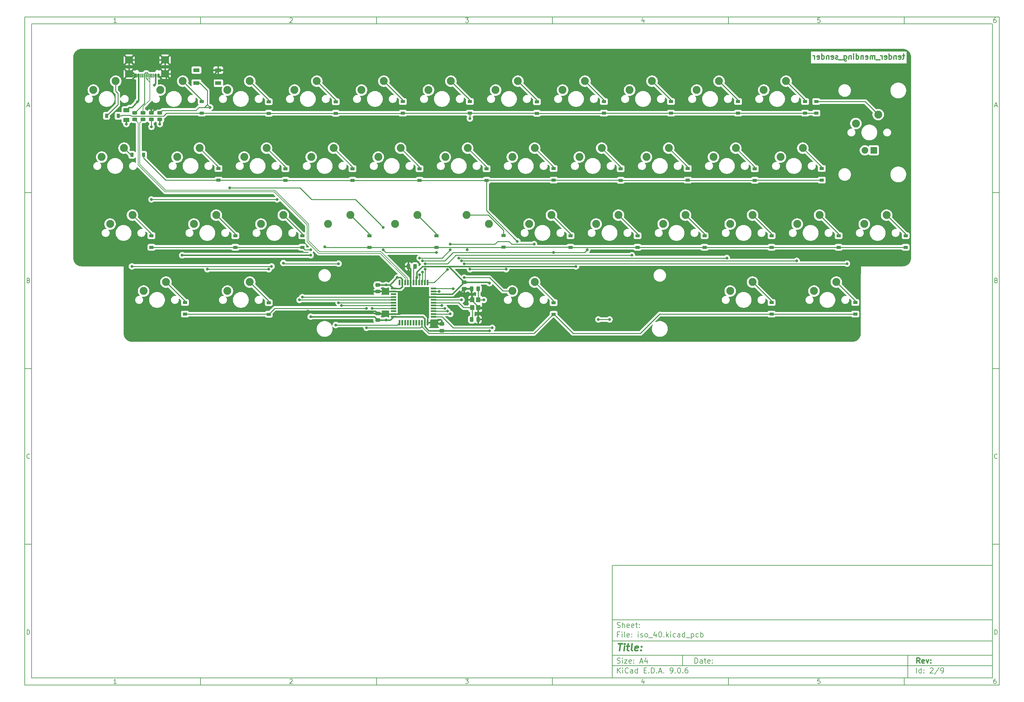
<source format=gbl>
%TF.GenerationSoftware,KiCad,Pcbnew,9.0.6*%
%TF.CreationDate,2025-12-20T11:42:01+11:00*%
%TF.ProjectId,iso_40,69736f5f-3430-42e6-9b69-6361645f7063,rev?*%
%TF.SameCoordinates,Original*%
%TF.FileFunction,Copper,L2,Bot*%
%TF.FilePolarity,Positive*%
%FSLAX46Y46*%
G04 Gerber Fmt 4.6, Leading zero omitted, Abs format (unit mm)*
G04 Created by KiCad (PCBNEW 9.0.6) date 2025-12-20 11:42:01*
%MOMM*%
%LPD*%
G01*
G04 APERTURE LIST*
G04 Aperture macros list*
%AMRoundRect*
0 Rectangle with rounded corners*
0 $1 Rounding radius*
0 $2 $3 $4 $5 $6 $7 $8 $9 X,Y pos of 4 corners*
0 Add a 4 corners polygon primitive as box body*
4,1,4,$2,$3,$4,$5,$6,$7,$8,$9,$2,$3,0*
0 Add four circle primitives for the rounded corners*
1,1,$1+$1,$2,$3*
1,1,$1+$1,$4,$5*
1,1,$1+$1,$6,$7*
1,1,$1+$1,$8,$9*
0 Add four rect primitives between the rounded corners*
20,1,$1+$1,$2,$3,$4,$5,0*
20,1,$1+$1,$4,$5,$6,$7,0*
20,1,$1+$1,$6,$7,$8,$9,0*
20,1,$1+$1,$8,$9,$2,$3,0*%
G04 Aperture macros list end*
%ADD10C,0.100000*%
%ADD11C,0.150000*%
%ADD12C,0.300000*%
%ADD13C,0.400000*%
%TA.AperFunction,NonConductor*%
%ADD14C,0.300000*%
%TD*%
%TA.AperFunction,SMDPad,CuDef*%
%ADD15RoundRect,0.250000X-0.840000X-0.750000X0.840000X-0.750000X0.840000X0.750000X-0.840000X0.750000X0*%
%TD*%
%TA.AperFunction,SMDPad,CuDef*%
%ADD16RoundRect,0.150000X-0.150000X-0.425000X0.150000X-0.425000X0.150000X0.425000X-0.150000X0.425000X0*%
%TD*%
%TA.AperFunction,SMDPad,CuDef*%
%ADD17RoundRect,0.075000X-0.075000X-0.500000X0.075000X-0.500000X0.075000X0.500000X-0.075000X0.500000X0*%
%TD*%
%TA.AperFunction,SMDPad,CuDef*%
%ADD18R,1.200000X0.900000*%
%TD*%
%TA.AperFunction,ComponentPad*%
%ADD19C,2.250000*%
%TD*%
%TA.AperFunction,ComponentPad*%
%ADD20C,1.905000*%
%TD*%
%TA.AperFunction,ComponentPad*%
%ADD21R,1.905000X1.905000*%
%TD*%
%TA.AperFunction,SMDPad,CuDef*%
%ADD22RoundRect,0.243750X-0.243750X-0.456250X0.243750X-0.456250X0.243750X0.456250X-0.243750X0.456250X0*%
%TD*%
%TA.AperFunction,SMDPad,CuDef*%
%ADD23RoundRect,0.243750X0.243750X0.456250X-0.243750X0.456250X-0.243750X-0.456250X0.243750X-0.456250X0*%
%TD*%
%TA.AperFunction,SMDPad,CuDef*%
%ADD24RoundRect,0.243750X0.456250X-0.243750X0.456250X0.243750X-0.456250X0.243750X-0.456250X-0.243750X0*%
%TD*%
%TA.AperFunction,SMDPad,CuDef*%
%ADD25RoundRect,0.243750X-0.456250X0.243750X-0.456250X-0.243750X0.456250X-0.243750X0.456250X0.243750X0*%
%TD*%
%TA.AperFunction,SMDPad,CuDef*%
%ADD26R,0.900000X1.200000*%
%TD*%
%TA.AperFunction,SMDPad,CuDef*%
%ADD27RoundRect,0.250000X0.625000X-0.375000X0.625000X0.375000X-0.625000X0.375000X-0.625000X-0.375000X0*%
%TD*%
%TA.AperFunction,SMDPad,CuDef*%
%ADD28R,1.800000X1.100000*%
%TD*%
%TA.AperFunction,SMDPad,CuDef*%
%ADD29R,0.550000X1.500000*%
%TD*%
%TA.AperFunction,SMDPad,CuDef*%
%ADD30R,1.500000X0.550000*%
%TD*%
%TA.AperFunction,SMDPad,CuDef*%
%ADD31R,1.200000X1.400000*%
%TD*%
%TA.AperFunction,ViaPad*%
%ADD32C,0.800000*%
%TD*%
%TA.AperFunction,Conductor*%
%ADD33C,0.254000*%
%TD*%
%TA.AperFunction,Conductor*%
%ADD34C,0.381000*%
%TD*%
%TA.AperFunction,Conductor*%
%ADD35C,0.200000*%
%TD*%
G04 APERTURE END LIST*
D10*
D11*
X177002200Y-166007200D02*
X285002200Y-166007200D01*
X285002200Y-198007200D01*
X177002200Y-198007200D01*
X177002200Y-166007200D01*
D10*
D11*
X10000000Y-10000000D02*
X287002200Y-10000000D01*
X287002200Y-200007200D01*
X10000000Y-200007200D01*
X10000000Y-10000000D01*
D10*
D11*
X12000000Y-12000000D02*
X285002200Y-12000000D01*
X285002200Y-198007200D01*
X12000000Y-198007200D01*
X12000000Y-12000000D01*
D10*
D11*
X60000000Y-12000000D02*
X60000000Y-10000000D01*
D10*
D11*
X110000000Y-12000000D02*
X110000000Y-10000000D01*
D10*
D11*
X160000000Y-12000000D02*
X160000000Y-10000000D01*
D10*
D11*
X210000000Y-12000000D02*
X210000000Y-10000000D01*
D10*
D11*
X260000000Y-12000000D02*
X260000000Y-10000000D01*
D10*
D11*
X36089160Y-11593604D02*
X35346303Y-11593604D01*
X35717731Y-11593604D02*
X35717731Y-10293604D01*
X35717731Y-10293604D02*
X35593922Y-10479319D01*
X35593922Y-10479319D02*
X35470112Y-10603128D01*
X35470112Y-10603128D02*
X35346303Y-10665033D01*
D10*
D11*
X85346303Y-10417414D02*
X85408207Y-10355509D01*
X85408207Y-10355509D02*
X85532017Y-10293604D01*
X85532017Y-10293604D02*
X85841541Y-10293604D01*
X85841541Y-10293604D02*
X85965350Y-10355509D01*
X85965350Y-10355509D02*
X86027255Y-10417414D01*
X86027255Y-10417414D02*
X86089160Y-10541223D01*
X86089160Y-10541223D02*
X86089160Y-10665033D01*
X86089160Y-10665033D02*
X86027255Y-10850747D01*
X86027255Y-10850747D02*
X85284398Y-11593604D01*
X85284398Y-11593604D02*
X86089160Y-11593604D01*
D10*
D11*
X135284398Y-10293604D02*
X136089160Y-10293604D01*
X136089160Y-10293604D02*
X135655826Y-10788842D01*
X135655826Y-10788842D02*
X135841541Y-10788842D01*
X135841541Y-10788842D02*
X135965350Y-10850747D01*
X135965350Y-10850747D02*
X136027255Y-10912652D01*
X136027255Y-10912652D02*
X136089160Y-11036461D01*
X136089160Y-11036461D02*
X136089160Y-11345985D01*
X136089160Y-11345985D02*
X136027255Y-11469795D01*
X136027255Y-11469795D02*
X135965350Y-11531700D01*
X135965350Y-11531700D02*
X135841541Y-11593604D01*
X135841541Y-11593604D02*
X135470112Y-11593604D01*
X135470112Y-11593604D02*
X135346303Y-11531700D01*
X135346303Y-11531700D02*
X135284398Y-11469795D01*
D10*
D11*
X185965350Y-10726938D02*
X185965350Y-11593604D01*
X185655826Y-10231700D02*
X185346303Y-11160271D01*
X185346303Y-11160271D02*
X186151064Y-11160271D01*
D10*
D11*
X236027255Y-10293604D02*
X235408207Y-10293604D01*
X235408207Y-10293604D02*
X235346303Y-10912652D01*
X235346303Y-10912652D02*
X235408207Y-10850747D01*
X235408207Y-10850747D02*
X235532017Y-10788842D01*
X235532017Y-10788842D02*
X235841541Y-10788842D01*
X235841541Y-10788842D02*
X235965350Y-10850747D01*
X235965350Y-10850747D02*
X236027255Y-10912652D01*
X236027255Y-10912652D02*
X236089160Y-11036461D01*
X236089160Y-11036461D02*
X236089160Y-11345985D01*
X236089160Y-11345985D02*
X236027255Y-11469795D01*
X236027255Y-11469795D02*
X235965350Y-11531700D01*
X235965350Y-11531700D02*
X235841541Y-11593604D01*
X235841541Y-11593604D02*
X235532017Y-11593604D01*
X235532017Y-11593604D02*
X235408207Y-11531700D01*
X235408207Y-11531700D02*
X235346303Y-11469795D01*
D10*
D11*
X285965350Y-10293604D02*
X285717731Y-10293604D01*
X285717731Y-10293604D02*
X285593922Y-10355509D01*
X285593922Y-10355509D02*
X285532017Y-10417414D01*
X285532017Y-10417414D02*
X285408207Y-10603128D01*
X285408207Y-10603128D02*
X285346303Y-10850747D01*
X285346303Y-10850747D02*
X285346303Y-11345985D01*
X285346303Y-11345985D02*
X285408207Y-11469795D01*
X285408207Y-11469795D02*
X285470112Y-11531700D01*
X285470112Y-11531700D02*
X285593922Y-11593604D01*
X285593922Y-11593604D02*
X285841541Y-11593604D01*
X285841541Y-11593604D02*
X285965350Y-11531700D01*
X285965350Y-11531700D02*
X286027255Y-11469795D01*
X286027255Y-11469795D02*
X286089160Y-11345985D01*
X286089160Y-11345985D02*
X286089160Y-11036461D01*
X286089160Y-11036461D02*
X286027255Y-10912652D01*
X286027255Y-10912652D02*
X285965350Y-10850747D01*
X285965350Y-10850747D02*
X285841541Y-10788842D01*
X285841541Y-10788842D02*
X285593922Y-10788842D01*
X285593922Y-10788842D02*
X285470112Y-10850747D01*
X285470112Y-10850747D02*
X285408207Y-10912652D01*
X285408207Y-10912652D02*
X285346303Y-11036461D01*
D10*
D11*
X60000000Y-198007200D02*
X60000000Y-200007200D01*
D10*
D11*
X110000000Y-198007200D02*
X110000000Y-200007200D01*
D10*
D11*
X160000000Y-198007200D02*
X160000000Y-200007200D01*
D10*
D11*
X210000000Y-198007200D02*
X210000000Y-200007200D01*
D10*
D11*
X260000000Y-198007200D02*
X260000000Y-200007200D01*
D10*
D11*
X36089160Y-199600804D02*
X35346303Y-199600804D01*
X35717731Y-199600804D02*
X35717731Y-198300804D01*
X35717731Y-198300804D02*
X35593922Y-198486519D01*
X35593922Y-198486519D02*
X35470112Y-198610328D01*
X35470112Y-198610328D02*
X35346303Y-198672233D01*
D10*
D11*
X85346303Y-198424614D02*
X85408207Y-198362709D01*
X85408207Y-198362709D02*
X85532017Y-198300804D01*
X85532017Y-198300804D02*
X85841541Y-198300804D01*
X85841541Y-198300804D02*
X85965350Y-198362709D01*
X85965350Y-198362709D02*
X86027255Y-198424614D01*
X86027255Y-198424614D02*
X86089160Y-198548423D01*
X86089160Y-198548423D02*
X86089160Y-198672233D01*
X86089160Y-198672233D02*
X86027255Y-198857947D01*
X86027255Y-198857947D02*
X85284398Y-199600804D01*
X85284398Y-199600804D02*
X86089160Y-199600804D01*
D10*
D11*
X135284398Y-198300804D02*
X136089160Y-198300804D01*
X136089160Y-198300804D02*
X135655826Y-198796042D01*
X135655826Y-198796042D02*
X135841541Y-198796042D01*
X135841541Y-198796042D02*
X135965350Y-198857947D01*
X135965350Y-198857947D02*
X136027255Y-198919852D01*
X136027255Y-198919852D02*
X136089160Y-199043661D01*
X136089160Y-199043661D02*
X136089160Y-199353185D01*
X136089160Y-199353185D02*
X136027255Y-199476995D01*
X136027255Y-199476995D02*
X135965350Y-199538900D01*
X135965350Y-199538900D02*
X135841541Y-199600804D01*
X135841541Y-199600804D02*
X135470112Y-199600804D01*
X135470112Y-199600804D02*
X135346303Y-199538900D01*
X135346303Y-199538900D02*
X135284398Y-199476995D01*
D10*
D11*
X185965350Y-198734138D02*
X185965350Y-199600804D01*
X185655826Y-198238900D02*
X185346303Y-199167471D01*
X185346303Y-199167471D02*
X186151064Y-199167471D01*
D10*
D11*
X236027255Y-198300804D02*
X235408207Y-198300804D01*
X235408207Y-198300804D02*
X235346303Y-198919852D01*
X235346303Y-198919852D02*
X235408207Y-198857947D01*
X235408207Y-198857947D02*
X235532017Y-198796042D01*
X235532017Y-198796042D02*
X235841541Y-198796042D01*
X235841541Y-198796042D02*
X235965350Y-198857947D01*
X235965350Y-198857947D02*
X236027255Y-198919852D01*
X236027255Y-198919852D02*
X236089160Y-199043661D01*
X236089160Y-199043661D02*
X236089160Y-199353185D01*
X236089160Y-199353185D02*
X236027255Y-199476995D01*
X236027255Y-199476995D02*
X235965350Y-199538900D01*
X235965350Y-199538900D02*
X235841541Y-199600804D01*
X235841541Y-199600804D02*
X235532017Y-199600804D01*
X235532017Y-199600804D02*
X235408207Y-199538900D01*
X235408207Y-199538900D02*
X235346303Y-199476995D01*
D10*
D11*
X285965350Y-198300804D02*
X285717731Y-198300804D01*
X285717731Y-198300804D02*
X285593922Y-198362709D01*
X285593922Y-198362709D02*
X285532017Y-198424614D01*
X285532017Y-198424614D02*
X285408207Y-198610328D01*
X285408207Y-198610328D02*
X285346303Y-198857947D01*
X285346303Y-198857947D02*
X285346303Y-199353185D01*
X285346303Y-199353185D02*
X285408207Y-199476995D01*
X285408207Y-199476995D02*
X285470112Y-199538900D01*
X285470112Y-199538900D02*
X285593922Y-199600804D01*
X285593922Y-199600804D02*
X285841541Y-199600804D01*
X285841541Y-199600804D02*
X285965350Y-199538900D01*
X285965350Y-199538900D02*
X286027255Y-199476995D01*
X286027255Y-199476995D02*
X286089160Y-199353185D01*
X286089160Y-199353185D02*
X286089160Y-199043661D01*
X286089160Y-199043661D02*
X286027255Y-198919852D01*
X286027255Y-198919852D02*
X285965350Y-198857947D01*
X285965350Y-198857947D02*
X285841541Y-198796042D01*
X285841541Y-198796042D02*
X285593922Y-198796042D01*
X285593922Y-198796042D02*
X285470112Y-198857947D01*
X285470112Y-198857947D02*
X285408207Y-198919852D01*
X285408207Y-198919852D02*
X285346303Y-199043661D01*
D10*
D11*
X10000000Y-60000000D02*
X12000000Y-60000000D01*
D10*
D11*
X10000000Y-110000000D02*
X12000000Y-110000000D01*
D10*
D11*
X10000000Y-160000000D02*
X12000000Y-160000000D01*
D10*
D11*
X10690476Y-35222176D02*
X11309523Y-35222176D01*
X10566666Y-35593604D02*
X10999999Y-34293604D01*
X10999999Y-34293604D02*
X11433333Y-35593604D01*
D10*
D11*
X11092857Y-84912652D02*
X11278571Y-84974557D01*
X11278571Y-84974557D02*
X11340476Y-85036461D01*
X11340476Y-85036461D02*
X11402380Y-85160271D01*
X11402380Y-85160271D02*
X11402380Y-85345985D01*
X11402380Y-85345985D02*
X11340476Y-85469795D01*
X11340476Y-85469795D02*
X11278571Y-85531700D01*
X11278571Y-85531700D02*
X11154761Y-85593604D01*
X11154761Y-85593604D02*
X10659523Y-85593604D01*
X10659523Y-85593604D02*
X10659523Y-84293604D01*
X10659523Y-84293604D02*
X11092857Y-84293604D01*
X11092857Y-84293604D02*
X11216666Y-84355509D01*
X11216666Y-84355509D02*
X11278571Y-84417414D01*
X11278571Y-84417414D02*
X11340476Y-84541223D01*
X11340476Y-84541223D02*
X11340476Y-84665033D01*
X11340476Y-84665033D02*
X11278571Y-84788842D01*
X11278571Y-84788842D02*
X11216666Y-84850747D01*
X11216666Y-84850747D02*
X11092857Y-84912652D01*
X11092857Y-84912652D02*
X10659523Y-84912652D01*
D10*
D11*
X11402380Y-135469795D02*
X11340476Y-135531700D01*
X11340476Y-135531700D02*
X11154761Y-135593604D01*
X11154761Y-135593604D02*
X11030952Y-135593604D01*
X11030952Y-135593604D02*
X10845238Y-135531700D01*
X10845238Y-135531700D02*
X10721428Y-135407890D01*
X10721428Y-135407890D02*
X10659523Y-135284080D01*
X10659523Y-135284080D02*
X10597619Y-135036461D01*
X10597619Y-135036461D02*
X10597619Y-134850747D01*
X10597619Y-134850747D02*
X10659523Y-134603128D01*
X10659523Y-134603128D02*
X10721428Y-134479319D01*
X10721428Y-134479319D02*
X10845238Y-134355509D01*
X10845238Y-134355509D02*
X11030952Y-134293604D01*
X11030952Y-134293604D02*
X11154761Y-134293604D01*
X11154761Y-134293604D02*
X11340476Y-134355509D01*
X11340476Y-134355509D02*
X11402380Y-134417414D01*
D10*
D11*
X10659523Y-185593604D02*
X10659523Y-184293604D01*
X10659523Y-184293604D02*
X10969047Y-184293604D01*
X10969047Y-184293604D02*
X11154761Y-184355509D01*
X11154761Y-184355509D02*
X11278571Y-184479319D01*
X11278571Y-184479319D02*
X11340476Y-184603128D01*
X11340476Y-184603128D02*
X11402380Y-184850747D01*
X11402380Y-184850747D02*
X11402380Y-185036461D01*
X11402380Y-185036461D02*
X11340476Y-185284080D01*
X11340476Y-185284080D02*
X11278571Y-185407890D01*
X11278571Y-185407890D02*
X11154761Y-185531700D01*
X11154761Y-185531700D02*
X10969047Y-185593604D01*
X10969047Y-185593604D02*
X10659523Y-185593604D01*
D10*
D11*
X287002200Y-60000000D02*
X285002200Y-60000000D01*
D10*
D11*
X287002200Y-110000000D02*
X285002200Y-110000000D01*
D10*
D11*
X287002200Y-160000000D02*
X285002200Y-160000000D01*
D10*
D11*
X285692676Y-35222176D02*
X286311723Y-35222176D01*
X285568866Y-35593604D02*
X286002199Y-34293604D01*
X286002199Y-34293604D02*
X286435533Y-35593604D01*
D10*
D11*
X286095057Y-84912652D02*
X286280771Y-84974557D01*
X286280771Y-84974557D02*
X286342676Y-85036461D01*
X286342676Y-85036461D02*
X286404580Y-85160271D01*
X286404580Y-85160271D02*
X286404580Y-85345985D01*
X286404580Y-85345985D02*
X286342676Y-85469795D01*
X286342676Y-85469795D02*
X286280771Y-85531700D01*
X286280771Y-85531700D02*
X286156961Y-85593604D01*
X286156961Y-85593604D02*
X285661723Y-85593604D01*
X285661723Y-85593604D02*
X285661723Y-84293604D01*
X285661723Y-84293604D02*
X286095057Y-84293604D01*
X286095057Y-84293604D02*
X286218866Y-84355509D01*
X286218866Y-84355509D02*
X286280771Y-84417414D01*
X286280771Y-84417414D02*
X286342676Y-84541223D01*
X286342676Y-84541223D02*
X286342676Y-84665033D01*
X286342676Y-84665033D02*
X286280771Y-84788842D01*
X286280771Y-84788842D02*
X286218866Y-84850747D01*
X286218866Y-84850747D02*
X286095057Y-84912652D01*
X286095057Y-84912652D02*
X285661723Y-84912652D01*
D10*
D11*
X286404580Y-135469795D02*
X286342676Y-135531700D01*
X286342676Y-135531700D02*
X286156961Y-135593604D01*
X286156961Y-135593604D02*
X286033152Y-135593604D01*
X286033152Y-135593604D02*
X285847438Y-135531700D01*
X285847438Y-135531700D02*
X285723628Y-135407890D01*
X285723628Y-135407890D02*
X285661723Y-135284080D01*
X285661723Y-135284080D02*
X285599819Y-135036461D01*
X285599819Y-135036461D02*
X285599819Y-134850747D01*
X285599819Y-134850747D02*
X285661723Y-134603128D01*
X285661723Y-134603128D02*
X285723628Y-134479319D01*
X285723628Y-134479319D02*
X285847438Y-134355509D01*
X285847438Y-134355509D02*
X286033152Y-134293604D01*
X286033152Y-134293604D02*
X286156961Y-134293604D01*
X286156961Y-134293604D02*
X286342676Y-134355509D01*
X286342676Y-134355509D02*
X286404580Y-134417414D01*
D10*
D11*
X285661723Y-185593604D02*
X285661723Y-184293604D01*
X285661723Y-184293604D02*
X285971247Y-184293604D01*
X285971247Y-184293604D02*
X286156961Y-184355509D01*
X286156961Y-184355509D02*
X286280771Y-184479319D01*
X286280771Y-184479319D02*
X286342676Y-184603128D01*
X286342676Y-184603128D02*
X286404580Y-184850747D01*
X286404580Y-184850747D02*
X286404580Y-185036461D01*
X286404580Y-185036461D02*
X286342676Y-185284080D01*
X286342676Y-185284080D02*
X286280771Y-185407890D01*
X286280771Y-185407890D02*
X286156961Y-185531700D01*
X286156961Y-185531700D02*
X285971247Y-185593604D01*
X285971247Y-185593604D02*
X285661723Y-185593604D01*
D10*
D11*
X200458026Y-193793328D02*
X200458026Y-192293328D01*
X200458026Y-192293328D02*
X200815169Y-192293328D01*
X200815169Y-192293328D02*
X201029455Y-192364757D01*
X201029455Y-192364757D02*
X201172312Y-192507614D01*
X201172312Y-192507614D02*
X201243741Y-192650471D01*
X201243741Y-192650471D02*
X201315169Y-192936185D01*
X201315169Y-192936185D02*
X201315169Y-193150471D01*
X201315169Y-193150471D02*
X201243741Y-193436185D01*
X201243741Y-193436185D02*
X201172312Y-193579042D01*
X201172312Y-193579042D02*
X201029455Y-193721900D01*
X201029455Y-193721900D02*
X200815169Y-193793328D01*
X200815169Y-193793328D02*
X200458026Y-193793328D01*
X202600884Y-193793328D02*
X202600884Y-193007614D01*
X202600884Y-193007614D02*
X202529455Y-192864757D01*
X202529455Y-192864757D02*
X202386598Y-192793328D01*
X202386598Y-192793328D02*
X202100884Y-192793328D01*
X202100884Y-192793328D02*
X201958026Y-192864757D01*
X202600884Y-193721900D02*
X202458026Y-193793328D01*
X202458026Y-193793328D02*
X202100884Y-193793328D01*
X202100884Y-193793328D02*
X201958026Y-193721900D01*
X201958026Y-193721900D02*
X201886598Y-193579042D01*
X201886598Y-193579042D02*
X201886598Y-193436185D01*
X201886598Y-193436185D02*
X201958026Y-193293328D01*
X201958026Y-193293328D02*
X202100884Y-193221900D01*
X202100884Y-193221900D02*
X202458026Y-193221900D01*
X202458026Y-193221900D02*
X202600884Y-193150471D01*
X203100884Y-192793328D02*
X203672312Y-192793328D01*
X203315169Y-192293328D02*
X203315169Y-193579042D01*
X203315169Y-193579042D02*
X203386598Y-193721900D01*
X203386598Y-193721900D02*
X203529455Y-193793328D01*
X203529455Y-193793328D02*
X203672312Y-193793328D01*
X204743741Y-193721900D02*
X204600884Y-193793328D01*
X204600884Y-193793328D02*
X204315170Y-193793328D01*
X204315170Y-193793328D02*
X204172312Y-193721900D01*
X204172312Y-193721900D02*
X204100884Y-193579042D01*
X204100884Y-193579042D02*
X204100884Y-193007614D01*
X204100884Y-193007614D02*
X204172312Y-192864757D01*
X204172312Y-192864757D02*
X204315170Y-192793328D01*
X204315170Y-192793328D02*
X204600884Y-192793328D01*
X204600884Y-192793328D02*
X204743741Y-192864757D01*
X204743741Y-192864757D02*
X204815170Y-193007614D01*
X204815170Y-193007614D02*
X204815170Y-193150471D01*
X204815170Y-193150471D02*
X204100884Y-193293328D01*
X205458026Y-193650471D02*
X205529455Y-193721900D01*
X205529455Y-193721900D02*
X205458026Y-193793328D01*
X205458026Y-193793328D02*
X205386598Y-193721900D01*
X205386598Y-193721900D02*
X205458026Y-193650471D01*
X205458026Y-193650471D02*
X205458026Y-193793328D01*
X205458026Y-192864757D02*
X205529455Y-192936185D01*
X205529455Y-192936185D02*
X205458026Y-193007614D01*
X205458026Y-193007614D02*
X205386598Y-192936185D01*
X205386598Y-192936185D02*
X205458026Y-192864757D01*
X205458026Y-192864757D02*
X205458026Y-193007614D01*
D10*
D11*
X177002200Y-194507200D02*
X285002200Y-194507200D01*
D10*
D11*
X178458026Y-196593328D02*
X178458026Y-195093328D01*
X179315169Y-196593328D02*
X178672312Y-195736185D01*
X179315169Y-195093328D02*
X178458026Y-195950471D01*
X179958026Y-196593328D02*
X179958026Y-195593328D01*
X179958026Y-195093328D02*
X179886598Y-195164757D01*
X179886598Y-195164757D02*
X179958026Y-195236185D01*
X179958026Y-195236185D02*
X180029455Y-195164757D01*
X180029455Y-195164757D02*
X179958026Y-195093328D01*
X179958026Y-195093328D02*
X179958026Y-195236185D01*
X181529455Y-196450471D02*
X181458027Y-196521900D01*
X181458027Y-196521900D02*
X181243741Y-196593328D01*
X181243741Y-196593328D02*
X181100884Y-196593328D01*
X181100884Y-196593328D02*
X180886598Y-196521900D01*
X180886598Y-196521900D02*
X180743741Y-196379042D01*
X180743741Y-196379042D02*
X180672312Y-196236185D01*
X180672312Y-196236185D02*
X180600884Y-195950471D01*
X180600884Y-195950471D02*
X180600884Y-195736185D01*
X180600884Y-195736185D02*
X180672312Y-195450471D01*
X180672312Y-195450471D02*
X180743741Y-195307614D01*
X180743741Y-195307614D02*
X180886598Y-195164757D01*
X180886598Y-195164757D02*
X181100884Y-195093328D01*
X181100884Y-195093328D02*
X181243741Y-195093328D01*
X181243741Y-195093328D02*
X181458027Y-195164757D01*
X181458027Y-195164757D02*
X181529455Y-195236185D01*
X182815170Y-196593328D02*
X182815170Y-195807614D01*
X182815170Y-195807614D02*
X182743741Y-195664757D01*
X182743741Y-195664757D02*
X182600884Y-195593328D01*
X182600884Y-195593328D02*
X182315170Y-195593328D01*
X182315170Y-195593328D02*
X182172312Y-195664757D01*
X182815170Y-196521900D02*
X182672312Y-196593328D01*
X182672312Y-196593328D02*
X182315170Y-196593328D01*
X182315170Y-196593328D02*
X182172312Y-196521900D01*
X182172312Y-196521900D02*
X182100884Y-196379042D01*
X182100884Y-196379042D02*
X182100884Y-196236185D01*
X182100884Y-196236185D02*
X182172312Y-196093328D01*
X182172312Y-196093328D02*
X182315170Y-196021900D01*
X182315170Y-196021900D02*
X182672312Y-196021900D01*
X182672312Y-196021900D02*
X182815170Y-195950471D01*
X184172313Y-196593328D02*
X184172313Y-195093328D01*
X184172313Y-196521900D02*
X184029455Y-196593328D01*
X184029455Y-196593328D02*
X183743741Y-196593328D01*
X183743741Y-196593328D02*
X183600884Y-196521900D01*
X183600884Y-196521900D02*
X183529455Y-196450471D01*
X183529455Y-196450471D02*
X183458027Y-196307614D01*
X183458027Y-196307614D02*
X183458027Y-195879042D01*
X183458027Y-195879042D02*
X183529455Y-195736185D01*
X183529455Y-195736185D02*
X183600884Y-195664757D01*
X183600884Y-195664757D02*
X183743741Y-195593328D01*
X183743741Y-195593328D02*
X184029455Y-195593328D01*
X184029455Y-195593328D02*
X184172313Y-195664757D01*
X186029455Y-195807614D02*
X186529455Y-195807614D01*
X186743741Y-196593328D02*
X186029455Y-196593328D01*
X186029455Y-196593328D02*
X186029455Y-195093328D01*
X186029455Y-195093328D02*
X186743741Y-195093328D01*
X187386598Y-196450471D02*
X187458027Y-196521900D01*
X187458027Y-196521900D02*
X187386598Y-196593328D01*
X187386598Y-196593328D02*
X187315170Y-196521900D01*
X187315170Y-196521900D02*
X187386598Y-196450471D01*
X187386598Y-196450471D02*
X187386598Y-196593328D01*
X188100884Y-196593328D02*
X188100884Y-195093328D01*
X188100884Y-195093328D02*
X188458027Y-195093328D01*
X188458027Y-195093328D02*
X188672313Y-195164757D01*
X188672313Y-195164757D02*
X188815170Y-195307614D01*
X188815170Y-195307614D02*
X188886599Y-195450471D01*
X188886599Y-195450471D02*
X188958027Y-195736185D01*
X188958027Y-195736185D02*
X188958027Y-195950471D01*
X188958027Y-195950471D02*
X188886599Y-196236185D01*
X188886599Y-196236185D02*
X188815170Y-196379042D01*
X188815170Y-196379042D02*
X188672313Y-196521900D01*
X188672313Y-196521900D02*
X188458027Y-196593328D01*
X188458027Y-196593328D02*
X188100884Y-196593328D01*
X189600884Y-196450471D02*
X189672313Y-196521900D01*
X189672313Y-196521900D02*
X189600884Y-196593328D01*
X189600884Y-196593328D02*
X189529456Y-196521900D01*
X189529456Y-196521900D02*
X189600884Y-196450471D01*
X189600884Y-196450471D02*
X189600884Y-196593328D01*
X190243742Y-196164757D02*
X190958028Y-196164757D01*
X190100885Y-196593328D02*
X190600885Y-195093328D01*
X190600885Y-195093328D02*
X191100885Y-196593328D01*
X191600884Y-196450471D02*
X191672313Y-196521900D01*
X191672313Y-196521900D02*
X191600884Y-196593328D01*
X191600884Y-196593328D02*
X191529456Y-196521900D01*
X191529456Y-196521900D02*
X191600884Y-196450471D01*
X191600884Y-196450471D02*
X191600884Y-196593328D01*
X193529456Y-196593328D02*
X193815170Y-196593328D01*
X193815170Y-196593328D02*
X193958027Y-196521900D01*
X193958027Y-196521900D02*
X194029456Y-196450471D01*
X194029456Y-196450471D02*
X194172313Y-196236185D01*
X194172313Y-196236185D02*
X194243742Y-195950471D01*
X194243742Y-195950471D02*
X194243742Y-195379042D01*
X194243742Y-195379042D02*
X194172313Y-195236185D01*
X194172313Y-195236185D02*
X194100885Y-195164757D01*
X194100885Y-195164757D02*
X193958027Y-195093328D01*
X193958027Y-195093328D02*
X193672313Y-195093328D01*
X193672313Y-195093328D02*
X193529456Y-195164757D01*
X193529456Y-195164757D02*
X193458027Y-195236185D01*
X193458027Y-195236185D02*
X193386599Y-195379042D01*
X193386599Y-195379042D02*
X193386599Y-195736185D01*
X193386599Y-195736185D02*
X193458027Y-195879042D01*
X193458027Y-195879042D02*
X193529456Y-195950471D01*
X193529456Y-195950471D02*
X193672313Y-196021900D01*
X193672313Y-196021900D02*
X193958027Y-196021900D01*
X193958027Y-196021900D02*
X194100885Y-195950471D01*
X194100885Y-195950471D02*
X194172313Y-195879042D01*
X194172313Y-195879042D02*
X194243742Y-195736185D01*
X194886598Y-196450471D02*
X194958027Y-196521900D01*
X194958027Y-196521900D02*
X194886598Y-196593328D01*
X194886598Y-196593328D02*
X194815170Y-196521900D01*
X194815170Y-196521900D02*
X194886598Y-196450471D01*
X194886598Y-196450471D02*
X194886598Y-196593328D01*
X195886599Y-195093328D02*
X196029456Y-195093328D01*
X196029456Y-195093328D02*
X196172313Y-195164757D01*
X196172313Y-195164757D02*
X196243742Y-195236185D01*
X196243742Y-195236185D02*
X196315170Y-195379042D01*
X196315170Y-195379042D02*
X196386599Y-195664757D01*
X196386599Y-195664757D02*
X196386599Y-196021900D01*
X196386599Y-196021900D02*
X196315170Y-196307614D01*
X196315170Y-196307614D02*
X196243742Y-196450471D01*
X196243742Y-196450471D02*
X196172313Y-196521900D01*
X196172313Y-196521900D02*
X196029456Y-196593328D01*
X196029456Y-196593328D02*
X195886599Y-196593328D01*
X195886599Y-196593328D02*
X195743742Y-196521900D01*
X195743742Y-196521900D02*
X195672313Y-196450471D01*
X195672313Y-196450471D02*
X195600884Y-196307614D01*
X195600884Y-196307614D02*
X195529456Y-196021900D01*
X195529456Y-196021900D02*
X195529456Y-195664757D01*
X195529456Y-195664757D02*
X195600884Y-195379042D01*
X195600884Y-195379042D02*
X195672313Y-195236185D01*
X195672313Y-195236185D02*
X195743742Y-195164757D01*
X195743742Y-195164757D02*
X195886599Y-195093328D01*
X197029455Y-196450471D02*
X197100884Y-196521900D01*
X197100884Y-196521900D02*
X197029455Y-196593328D01*
X197029455Y-196593328D02*
X196958027Y-196521900D01*
X196958027Y-196521900D02*
X197029455Y-196450471D01*
X197029455Y-196450471D02*
X197029455Y-196593328D01*
X198386599Y-195093328D02*
X198100884Y-195093328D01*
X198100884Y-195093328D02*
X197958027Y-195164757D01*
X197958027Y-195164757D02*
X197886599Y-195236185D01*
X197886599Y-195236185D02*
X197743741Y-195450471D01*
X197743741Y-195450471D02*
X197672313Y-195736185D01*
X197672313Y-195736185D02*
X197672313Y-196307614D01*
X197672313Y-196307614D02*
X197743741Y-196450471D01*
X197743741Y-196450471D02*
X197815170Y-196521900D01*
X197815170Y-196521900D02*
X197958027Y-196593328D01*
X197958027Y-196593328D02*
X198243741Y-196593328D01*
X198243741Y-196593328D02*
X198386599Y-196521900D01*
X198386599Y-196521900D02*
X198458027Y-196450471D01*
X198458027Y-196450471D02*
X198529456Y-196307614D01*
X198529456Y-196307614D02*
X198529456Y-195950471D01*
X198529456Y-195950471D02*
X198458027Y-195807614D01*
X198458027Y-195807614D02*
X198386599Y-195736185D01*
X198386599Y-195736185D02*
X198243741Y-195664757D01*
X198243741Y-195664757D02*
X197958027Y-195664757D01*
X197958027Y-195664757D02*
X197815170Y-195736185D01*
X197815170Y-195736185D02*
X197743741Y-195807614D01*
X197743741Y-195807614D02*
X197672313Y-195950471D01*
D10*
D11*
X177002200Y-191507200D02*
X285002200Y-191507200D01*
D10*
D12*
X264413853Y-193785528D02*
X263913853Y-193071242D01*
X263556710Y-193785528D02*
X263556710Y-192285528D01*
X263556710Y-192285528D02*
X264128139Y-192285528D01*
X264128139Y-192285528D02*
X264270996Y-192356957D01*
X264270996Y-192356957D02*
X264342425Y-192428385D01*
X264342425Y-192428385D02*
X264413853Y-192571242D01*
X264413853Y-192571242D02*
X264413853Y-192785528D01*
X264413853Y-192785528D02*
X264342425Y-192928385D01*
X264342425Y-192928385D02*
X264270996Y-192999814D01*
X264270996Y-192999814D02*
X264128139Y-193071242D01*
X264128139Y-193071242D02*
X263556710Y-193071242D01*
X265628139Y-193714100D02*
X265485282Y-193785528D01*
X265485282Y-193785528D02*
X265199568Y-193785528D01*
X265199568Y-193785528D02*
X265056710Y-193714100D01*
X265056710Y-193714100D02*
X264985282Y-193571242D01*
X264985282Y-193571242D02*
X264985282Y-192999814D01*
X264985282Y-192999814D02*
X265056710Y-192856957D01*
X265056710Y-192856957D02*
X265199568Y-192785528D01*
X265199568Y-192785528D02*
X265485282Y-192785528D01*
X265485282Y-192785528D02*
X265628139Y-192856957D01*
X265628139Y-192856957D02*
X265699568Y-192999814D01*
X265699568Y-192999814D02*
X265699568Y-193142671D01*
X265699568Y-193142671D02*
X264985282Y-193285528D01*
X266199567Y-192785528D02*
X266556710Y-193785528D01*
X266556710Y-193785528D02*
X266913853Y-192785528D01*
X267485281Y-193642671D02*
X267556710Y-193714100D01*
X267556710Y-193714100D02*
X267485281Y-193785528D01*
X267485281Y-193785528D02*
X267413853Y-193714100D01*
X267413853Y-193714100D02*
X267485281Y-193642671D01*
X267485281Y-193642671D02*
X267485281Y-193785528D01*
X267485281Y-192856957D02*
X267556710Y-192928385D01*
X267556710Y-192928385D02*
X267485281Y-192999814D01*
X267485281Y-192999814D02*
X267413853Y-192928385D01*
X267413853Y-192928385D02*
X267485281Y-192856957D01*
X267485281Y-192856957D02*
X267485281Y-192999814D01*
D10*
D11*
X178386598Y-193721900D02*
X178600884Y-193793328D01*
X178600884Y-193793328D02*
X178958026Y-193793328D01*
X178958026Y-193793328D02*
X179100884Y-193721900D01*
X179100884Y-193721900D02*
X179172312Y-193650471D01*
X179172312Y-193650471D02*
X179243741Y-193507614D01*
X179243741Y-193507614D02*
X179243741Y-193364757D01*
X179243741Y-193364757D02*
X179172312Y-193221900D01*
X179172312Y-193221900D02*
X179100884Y-193150471D01*
X179100884Y-193150471D02*
X178958026Y-193079042D01*
X178958026Y-193079042D02*
X178672312Y-193007614D01*
X178672312Y-193007614D02*
X178529455Y-192936185D01*
X178529455Y-192936185D02*
X178458026Y-192864757D01*
X178458026Y-192864757D02*
X178386598Y-192721900D01*
X178386598Y-192721900D02*
X178386598Y-192579042D01*
X178386598Y-192579042D02*
X178458026Y-192436185D01*
X178458026Y-192436185D02*
X178529455Y-192364757D01*
X178529455Y-192364757D02*
X178672312Y-192293328D01*
X178672312Y-192293328D02*
X179029455Y-192293328D01*
X179029455Y-192293328D02*
X179243741Y-192364757D01*
X179886597Y-193793328D02*
X179886597Y-192793328D01*
X179886597Y-192293328D02*
X179815169Y-192364757D01*
X179815169Y-192364757D02*
X179886597Y-192436185D01*
X179886597Y-192436185D02*
X179958026Y-192364757D01*
X179958026Y-192364757D02*
X179886597Y-192293328D01*
X179886597Y-192293328D02*
X179886597Y-192436185D01*
X180458026Y-192793328D02*
X181243741Y-192793328D01*
X181243741Y-192793328D02*
X180458026Y-193793328D01*
X180458026Y-193793328D02*
X181243741Y-193793328D01*
X182386598Y-193721900D02*
X182243741Y-193793328D01*
X182243741Y-193793328D02*
X181958027Y-193793328D01*
X181958027Y-193793328D02*
X181815169Y-193721900D01*
X181815169Y-193721900D02*
X181743741Y-193579042D01*
X181743741Y-193579042D02*
X181743741Y-193007614D01*
X181743741Y-193007614D02*
X181815169Y-192864757D01*
X181815169Y-192864757D02*
X181958027Y-192793328D01*
X181958027Y-192793328D02*
X182243741Y-192793328D01*
X182243741Y-192793328D02*
X182386598Y-192864757D01*
X182386598Y-192864757D02*
X182458027Y-193007614D01*
X182458027Y-193007614D02*
X182458027Y-193150471D01*
X182458027Y-193150471D02*
X181743741Y-193293328D01*
X183100883Y-193650471D02*
X183172312Y-193721900D01*
X183172312Y-193721900D02*
X183100883Y-193793328D01*
X183100883Y-193793328D02*
X183029455Y-193721900D01*
X183029455Y-193721900D02*
X183100883Y-193650471D01*
X183100883Y-193650471D02*
X183100883Y-193793328D01*
X183100883Y-192864757D02*
X183172312Y-192936185D01*
X183172312Y-192936185D02*
X183100883Y-193007614D01*
X183100883Y-193007614D02*
X183029455Y-192936185D01*
X183029455Y-192936185D02*
X183100883Y-192864757D01*
X183100883Y-192864757D02*
X183100883Y-193007614D01*
X184886598Y-193364757D02*
X185600884Y-193364757D01*
X184743741Y-193793328D02*
X185243741Y-192293328D01*
X185243741Y-192293328D02*
X185743741Y-193793328D01*
X186886598Y-192793328D02*
X186886598Y-193793328D01*
X186529455Y-192221900D02*
X186172312Y-193293328D01*
X186172312Y-193293328D02*
X187100883Y-193293328D01*
D10*
D11*
X263458026Y-196593328D02*
X263458026Y-195093328D01*
X264815170Y-196593328D02*
X264815170Y-195093328D01*
X264815170Y-196521900D02*
X264672312Y-196593328D01*
X264672312Y-196593328D02*
X264386598Y-196593328D01*
X264386598Y-196593328D02*
X264243741Y-196521900D01*
X264243741Y-196521900D02*
X264172312Y-196450471D01*
X264172312Y-196450471D02*
X264100884Y-196307614D01*
X264100884Y-196307614D02*
X264100884Y-195879042D01*
X264100884Y-195879042D02*
X264172312Y-195736185D01*
X264172312Y-195736185D02*
X264243741Y-195664757D01*
X264243741Y-195664757D02*
X264386598Y-195593328D01*
X264386598Y-195593328D02*
X264672312Y-195593328D01*
X264672312Y-195593328D02*
X264815170Y-195664757D01*
X265529455Y-196450471D02*
X265600884Y-196521900D01*
X265600884Y-196521900D02*
X265529455Y-196593328D01*
X265529455Y-196593328D02*
X265458027Y-196521900D01*
X265458027Y-196521900D02*
X265529455Y-196450471D01*
X265529455Y-196450471D02*
X265529455Y-196593328D01*
X265529455Y-195664757D02*
X265600884Y-195736185D01*
X265600884Y-195736185D02*
X265529455Y-195807614D01*
X265529455Y-195807614D02*
X265458027Y-195736185D01*
X265458027Y-195736185D02*
X265529455Y-195664757D01*
X265529455Y-195664757D02*
X265529455Y-195807614D01*
X267315170Y-195236185D02*
X267386598Y-195164757D01*
X267386598Y-195164757D02*
X267529456Y-195093328D01*
X267529456Y-195093328D02*
X267886598Y-195093328D01*
X267886598Y-195093328D02*
X268029456Y-195164757D01*
X268029456Y-195164757D02*
X268100884Y-195236185D01*
X268100884Y-195236185D02*
X268172313Y-195379042D01*
X268172313Y-195379042D02*
X268172313Y-195521900D01*
X268172313Y-195521900D02*
X268100884Y-195736185D01*
X268100884Y-195736185D02*
X267243741Y-196593328D01*
X267243741Y-196593328D02*
X268172313Y-196593328D01*
X269886598Y-195021900D02*
X268600884Y-196950471D01*
X270458027Y-196593328D02*
X270743741Y-196593328D01*
X270743741Y-196593328D02*
X270886598Y-196521900D01*
X270886598Y-196521900D02*
X270958027Y-196450471D01*
X270958027Y-196450471D02*
X271100884Y-196236185D01*
X271100884Y-196236185D02*
X271172313Y-195950471D01*
X271172313Y-195950471D02*
X271172313Y-195379042D01*
X271172313Y-195379042D02*
X271100884Y-195236185D01*
X271100884Y-195236185D02*
X271029456Y-195164757D01*
X271029456Y-195164757D02*
X270886598Y-195093328D01*
X270886598Y-195093328D02*
X270600884Y-195093328D01*
X270600884Y-195093328D02*
X270458027Y-195164757D01*
X270458027Y-195164757D02*
X270386598Y-195236185D01*
X270386598Y-195236185D02*
X270315170Y-195379042D01*
X270315170Y-195379042D02*
X270315170Y-195736185D01*
X270315170Y-195736185D02*
X270386598Y-195879042D01*
X270386598Y-195879042D02*
X270458027Y-195950471D01*
X270458027Y-195950471D02*
X270600884Y-196021900D01*
X270600884Y-196021900D02*
X270886598Y-196021900D01*
X270886598Y-196021900D02*
X271029456Y-195950471D01*
X271029456Y-195950471D02*
X271100884Y-195879042D01*
X271100884Y-195879042D02*
X271172313Y-195736185D01*
D10*
D11*
X177002200Y-187507200D02*
X285002200Y-187507200D01*
D10*
D13*
X178693928Y-188211638D02*
X179836785Y-188211638D01*
X179015357Y-190211638D02*
X179265357Y-188211638D01*
X180253452Y-190211638D02*
X180420119Y-188878304D01*
X180503452Y-188211638D02*
X180396309Y-188306876D01*
X180396309Y-188306876D02*
X180479643Y-188402114D01*
X180479643Y-188402114D02*
X180586786Y-188306876D01*
X180586786Y-188306876D02*
X180503452Y-188211638D01*
X180503452Y-188211638D02*
X180479643Y-188402114D01*
X181086786Y-188878304D02*
X181848690Y-188878304D01*
X181455833Y-188211638D02*
X181241548Y-189925923D01*
X181241548Y-189925923D02*
X181312976Y-190116400D01*
X181312976Y-190116400D02*
X181491548Y-190211638D01*
X181491548Y-190211638D02*
X181682024Y-190211638D01*
X182634405Y-190211638D02*
X182455833Y-190116400D01*
X182455833Y-190116400D02*
X182384405Y-189925923D01*
X182384405Y-189925923D02*
X182598690Y-188211638D01*
X184170119Y-190116400D02*
X183967738Y-190211638D01*
X183967738Y-190211638D02*
X183586785Y-190211638D01*
X183586785Y-190211638D02*
X183408214Y-190116400D01*
X183408214Y-190116400D02*
X183336785Y-189925923D01*
X183336785Y-189925923D02*
X183432024Y-189164019D01*
X183432024Y-189164019D02*
X183551071Y-188973542D01*
X183551071Y-188973542D02*
X183753452Y-188878304D01*
X183753452Y-188878304D02*
X184134404Y-188878304D01*
X184134404Y-188878304D02*
X184312976Y-188973542D01*
X184312976Y-188973542D02*
X184384404Y-189164019D01*
X184384404Y-189164019D02*
X184360595Y-189354495D01*
X184360595Y-189354495D02*
X183384404Y-189544971D01*
X185134405Y-190021161D02*
X185217738Y-190116400D01*
X185217738Y-190116400D02*
X185110595Y-190211638D01*
X185110595Y-190211638D02*
X185027262Y-190116400D01*
X185027262Y-190116400D02*
X185134405Y-190021161D01*
X185134405Y-190021161D02*
X185110595Y-190211638D01*
X185265357Y-188973542D02*
X185348690Y-189068780D01*
X185348690Y-189068780D02*
X185241548Y-189164019D01*
X185241548Y-189164019D02*
X185158214Y-189068780D01*
X185158214Y-189068780D02*
X185265357Y-188973542D01*
X185265357Y-188973542D02*
X185241548Y-189164019D01*
D10*
D11*
X178958026Y-185607614D02*
X178458026Y-185607614D01*
X178458026Y-186393328D02*
X178458026Y-184893328D01*
X178458026Y-184893328D02*
X179172312Y-184893328D01*
X179743740Y-186393328D02*
X179743740Y-185393328D01*
X179743740Y-184893328D02*
X179672312Y-184964757D01*
X179672312Y-184964757D02*
X179743740Y-185036185D01*
X179743740Y-185036185D02*
X179815169Y-184964757D01*
X179815169Y-184964757D02*
X179743740Y-184893328D01*
X179743740Y-184893328D02*
X179743740Y-185036185D01*
X180672312Y-186393328D02*
X180529455Y-186321900D01*
X180529455Y-186321900D02*
X180458026Y-186179042D01*
X180458026Y-186179042D02*
X180458026Y-184893328D01*
X181815169Y-186321900D02*
X181672312Y-186393328D01*
X181672312Y-186393328D02*
X181386598Y-186393328D01*
X181386598Y-186393328D02*
X181243740Y-186321900D01*
X181243740Y-186321900D02*
X181172312Y-186179042D01*
X181172312Y-186179042D02*
X181172312Y-185607614D01*
X181172312Y-185607614D02*
X181243740Y-185464757D01*
X181243740Y-185464757D02*
X181386598Y-185393328D01*
X181386598Y-185393328D02*
X181672312Y-185393328D01*
X181672312Y-185393328D02*
X181815169Y-185464757D01*
X181815169Y-185464757D02*
X181886598Y-185607614D01*
X181886598Y-185607614D02*
X181886598Y-185750471D01*
X181886598Y-185750471D02*
X181172312Y-185893328D01*
X182529454Y-186250471D02*
X182600883Y-186321900D01*
X182600883Y-186321900D02*
X182529454Y-186393328D01*
X182529454Y-186393328D02*
X182458026Y-186321900D01*
X182458026Y-186321900D02*
X182529454Y-186250471D01*
X182529454Y-186250471D02*
X182529454Y-186393328D01*
X182529454Y-185464757D02*
X182600883Y-185536185D01*
X182600883Y-185536185D02*
X182529454Y-185607614D01*
X182529454Y-185607614D02*
X182458026Y-185536185D01*
X182458026Y-185536185D02*
X182529454Y-185464757D01*
X182529454Y-185464757D02*
X182529454Y-185607614D01*
X184386597Y-186393328D02*
X184386597Y-185393328D01*
X184386597Y-184893328D02*
X184315169Y-184964757D01*
X184315169Y-184964757D02*
X184386597Y-185036185D01*
X184386597Y-185036185D02*
X184458026Y-184964757D01*
X184458026Y-184964757D02*
X184386597Y-184893328D01*
X184386597Y-184893328D02*
X184386597Y-185036185D01*
X185029455Y-186321900D02*
X185172312Y-186393328D01*
X185172312Y-186393328D02*
X185458026Y-186393328D01*
X185458026Y-186393328D02*
X185600883Y-186321900D01*
X185600883Y-186321900D02*
X185672312Y-186179042D01*
X185672312Y-186179042D02*
X185672312Y-186107614D01*
X185672312Y-186107614D02*
X185600883Y-185964757D01*
X185600883Y-185964757D02*
X185458026Y-185893328D01*
X185458026Y-185893328D02*
X185243741Y-185893328D01*
X185243741Y-185893328D02*
X185100883Y-185821900D01*
X185100883Y-185821900D02*
X185029455Y-185679042D01*
X185029455Y-185679042D02*
X185029455Y-185607614D01*
X185029455Y-185607614D02*
X185100883Y-185464757D01*
X185100883Y-185464757D02*
X185243741Y-185393328D01*
X185243741Y-185393328D02*
X185458026Y-185393328D01*
X185458026Y-185393328D02*
X185600883Y-185464757D01*
X186529455Y-186393328D02*
X186386598Y-186321900D01*
X186386598Y-186321900D02*
X186315169Y-186250471D01*
X186315169Y-186250471D02*
X186243741Y-186107614D01*
X186243741Y-186107614D02*
X186243741Y-185679042D01*
X186243741Y-185679042D02*
X186315169Y-185536185D01*
X186315169Y-185536185D02*
X186386598Y-185464757D01*
X186386598Y-185464757D02*
X186529455Y-185393328D01*
X186529455Y-185393328D02*
X186743741Y-185393328D01*
X186743741Y-185393328D02*
X186886598Y-185464757D01*
X186886598Y-185464757D02*
X186958027Y-185536185D01*
X186958027Y-185536185D02*
X187029455Y-185679042D01*
X187029455Y-185679042D02*
X187029455Y-186107614D01*
X187029455Y-186107614D02*
X186958027Y-186250471D01*
X186958027Y-186250471D02*
X186886598Y-186321900D01*
X186886598Y-186321900D02*
X186743741Y-186393328D01*
X186743741Y-186393328D02*
X186529455Y-186393328D01*
X187315170Y-186536185D02*
X188458027Y-186536185D01*
X189458027Y-185393328D02*
X189458027Y-186393328D01*
X189100884Y-184821900D02*
X188743741Y-185893328D01*
X188743741Y-185893328D02*
X189672312Y-185893328D01*
X190529455Y-184893328D02*
X190672312Y-184893328D01*
X190672312Y-184893328D02*
X190815169Y-184964757D01*
X190815169Y-184964757D02*
X190886598Y-185036185D01*
X190886598Y-185036185D02*
X190958026Y-185179042D01*
X190958026Y-185179042D02*
X191029455Y-185464757D01*
X191029455Y-185464757D02*
X191029455Y-185821900D01*
X191029455Y-185821900D02*
X190958026Y-186107614D01*
X190958026Y-186107614D02*
X190886598Y-186250471D01*
X190886598Y-186250471D02*
X190815169Y-186321900D01*
X190815169Y-186321900D02*
X190672312Y-186393328D01*
X190672312Y-186393328D02*
X190529455Y-186393328D01*
X190529455Y-186393328D02*
X190386598Y-186321900D01*
X190386598Y-186321900D02*
X190315169Y-186250471D01*
X190315169Y-186250471D02*
X190243740Y-186107614D01*
X190243740Y-186107614D02*
X190172312Y-185821900D01*
X190172312Y-185821900D02*
X190172312Y-185464757D01*
X190172312Y-185464757D02*
X190243740Y-185179042D01*
X190243740Y-185179042D02*
X190315169Y-185036185D01*
X190315169Y-185036185D02*
X190386598Y-184964757D01*
X190386598Y-184964757D02*
X190529455Y-184893328D01*
X191672311Y-186250471D02*
X191743740Y-186321900D01*
X191743740Y-186321900D02*
X191672311Y-186393328D01*
X191672311Y-186393328D02*
X191600883Y-186321900D01*
X191600883Y-186321900D02*
X191672311Y-186250471D01*
X191672311Y-186250471D02*
X191672311Y-186393328D01*
X192386597Y-186393328D02*
X192386597Y-184893328D01*
X192529455Y-185821900D02*
X192958026Y-186393328D01*
X192958026Y-185393328D02*
X192386597Y-185964757D01*
X193600883Y-186393328D02*
X193600883Y-185393328D01*
X193600883Y-184893328D02*
X193529455Y-184964757D01*
X193529455Y-184964757D02*
X193600883Y-185036185D01*
X193600883Y-185036185D02*
X193672312Y-184964757D01*
X193672312Y-184964757D02*
X193600883Y-184893328D01*
X193600883Y-184893328D02*
X193600883Y-185036185D01*
X194958027Y-186321900D02*
X194815169Y-186393328D01*
X194815169Y-186393328D02*
X194529455Y-186393328D01*
X194529455Y-186393328D02*
X194386598Y-186321900D01*
X194386598Y-186321900D02*
X194315169Y-186250471D01*
X194315169Y-186250471D02*
X194243741Y-186107614D01*
X194243741Y-186107614D02*
X194243741Y-185679042D01*
X194243741Y-185679042D02*
X194315169Y-185536185D01*
X194315169Y-185536185D02*
X194386598Y-185464757D01*
X194386598Y-185464757D02*
X194529455Y-185393328D01*
X194529455Y-185393328D02*
X194815169Y-185393328D01*
X194815169Y-185393328D02*
X194958027Y-185464757D01*
X196243741Y-186393328D02*
X196243741Y-185607614D01*
X196243741Y-185607614D02*
X196172312Y-185464757D01*
X196172312Y-185464757D02*
X196029455Y-185393328D01*
X196029455Y-185393328D02*
X195743741Y-185393328D01*
X195743741Y-185393328D02*
X195600883Y-185464757D01*
X196243741Y-186321900D02*
X196100883Y-186393328D01*
X196100883Y-186393328D02*
X195743741Y-186393328D01*
X195743741Y-186393328D02*
X195600883Y-186321900D01*
X195600883Y-186321900D02*
X195529455Y-186179042D01*
X195529455Y-186179042D02*
X195529455Y-186036185D01*
X195529455Y-186036185D02*
X195600883Y-185893328D01*
X195600883Y-185893328D02*
X195743741Y-185821900D01*
X195743741Y-185821900D02*
X196100883Y-185821900D01*
X196100883Y-185821900D02*
X196243741Y-185750471D01*
X197600884Y-186393328D02*
X197600884Y-184893328D01*
X197600884Y-186321900D02*
X197458026Y-186393328D01*
X197458026Y-186393328D02*
X197172312Y-186393328D01*
X197172312Y-186393328D02*
X197029455Y-186321900D01*
X197029455Y-186321900D02*
X196958026Y-186250471D01*
X196958026Y-186250471D02*
X196886598Y-186107614D01*
X196886598Y-186107614D02*
X196886598Y-185679042D01*
X196886598Y-185679042D02*
X196958026Y-185536185D01*
X196958026Y-185536185D02*
X197029455Y-185464757D01*
X197029455Y-185464757D02*
X197172312Y-185393328D01*
X197172312Y-185393328D02*
X197458026Y-185393328D01*
X197458026Y-185393328D02*
X197600884Y-185464757D01*
X197958027Y-186536185D02*
X199100884Y-186536185D01*
X199458026Y-185393328D02*
X199458026Y-186893328D01*
X199458026Y-185464757D02*
X199600884Y-185393328D01*
X199600884Y-185393328D02*
X199886598Y-185393328D01*
X199886598Y-185393328D02*
X200029455Y-185464757D01*
X200029455Y-185464757D02*
X200100884Y-185536185D01*
X200100884Y-185536185D02*
X200172312Y-185679042D01*
X200172312Y-185679042D02*
X200172312Y-186107614D01*
X200172312Y-186107614D02*
X200100884Y-186250471D01*
X200100884Y-186250471D02*
X200029455Y-186321900D01*
X200029455Y-186321900D02*
X199886598Y-186393328D01*
X199886598Y-186393328D02*
X199600884Y-186393328D01*
X199600884Y-186393328D02*
X199458026Y-186321900D01*
X201458027Y-186321900D02*
X201315169Y-186393328D01*
X201315169Y-186393328D02*
X201029455Y-186393328D01*
X201029455Y-186393328D02*
X200886598Y-186321900D01*
X200886598Y-186321900D02*
X200815169Y-186250471D01*
X200815169Y-186250471D02*
X200743741Y-186107614D01*
X200743741Y-186107614D02*
X200743741Y-185679042D01*
X200743741Y-185679042D02*
X200815169Y-185536185D01*
X200815169Y-185536185D02*
X200886598Y-185464757D01*
X200886598Y-185464757D02*
X201029455Y-185393328D01*
X201029455Y-185393328D02*
X201315169Y-185393328D01*
X201315169Y-185393328D02*
X201458027Y-185464757D01*
X202100883Y-186393328D02*
X202100883Y-184893328D01*
X202100883Y-185464757D02*
X202243741Y-185393328D01*
X202243741Y-185393328D02*
X202529455Y-185393328D01*
X202529455Y-185393328D02*
X202672312Y-185464757D01*
X202672312Y-185464757D02*
X202743741Y-185536185D01*
X202743741Y-185536185D02*
X202815169Y-185679042D01*
X202815169Y-185679042D02*
X202815169Y-186107614D01*
X202815169Y-186107614D02*
X202743741Y-186250471D01*
X202743741Y-186250471D02*
X202672312Y-186321900D01*
X202672312Y-186321900D02*
X202529455Y-186393328D01*
X202529455Y-186393328D02*
X202243741Y-186393328D01*
X202243741Y-186393328D02*
X202100883Y-186321900D01*
D10*
D11*
X177002200Y-181507200D02*
X285002200Y-181507200D01*
D10*
D11*
X178386598Y-183621900D02*
X178600884Y-183693328D01*
X178600884Y-183693328D02*
X178958026Y-183693328D01*
X178958026Y-183693328D02*
X179100884Y-183621900D01*
X179100884Y-183621900D02*
X179172312Y-183550471D01*
X179172312Y-183550471D02*
X179243741Y-183407614D01*
X179243741Y-183407614D02*
X179243741Y-183264757D01*
X179243741Y-183264757D02*
X179172312Y-183121900D01*
X179172312Y-183121900D02*
X179100884Y-183050471D01*
X179100884Y-183050471D02*
X178958026Y-182979042D01*
X178958026Y-182979042D02*
X178672312Y-182907614D01*
X178672312Y-182907614D02*
X178529455Y-182836185D01*
X178529455Y-182836185D02*
X178458026Y-182764757D01*
X178458026Y-182764757D02*
X178386598Y-182621900D01*
X178386598Y-182621900D02*
X178386598Y-182479042D01*
X178386598Y-182479042D02*
X178458026Y-182336185D01*
X178458026Y-182336185D02*
X178529455Y-182264757D01*
X178529455Y-182264757D02*
X178672312Y-182193328D01*
X178672312Y-182193328D02*
X179029455Y-182193328D01*
X179029455Y-182193328D02*
X179243741Y-182264757D01*
X179886597Y-183693328D02*
X179886597Y-182193328D01*
X180529455Y-183693328D02*
X180529455Y-182907614D01*
X180529455Y-182907614D02*
X180458026Y-182764757D01*
X180458026Y-182764757D02*
X180315169Y-182693328D01*
X180315169Y-182693328D02*
X180100883Y-182693328D01*
X180100883Y-182693328D02*
X179958026Y-182764757D01*
X179958026Y-182764757D02*
X179886597Y-182836185D01*
X181815169Y-183621900D02*
X181672312Y-183693328D01*
X181672312Y-183693328D02*
X181386598Y-183693328D01*
X181386598Y-183693328D02*
X181243740Y-183621900D01*
X181243740Y-183621900D02*
X181172312Y-183479042D01*
X181172312Y-183479042D02*
X181172312Y-182907614D01*
X181172312Y-182907614D02*
X181243740Y-182764757D01*
X181243740Y-182764757D02*
X181386598Y-182693328D01*
X181386598Y-182693328D02*
X181672312Y-182693328D01*
X181672312Y-182693328D02*
X181815169Y-182764757D01*
X181815169Y-182764757D02*
X181886598Y-182907614D01*
X181886598Y-182907614D02*
X181886598Y-183050471D01*
X181886598Y-183050471D02*
X181172312Y-183193328D01*
X183100883Y-183621900D02*
X182958026Y-183693328D01*
X182958026Y-183693328D02*
X182672312Y-183693328D01*
X182672312Y-183693328D02*
X182529454Y-183621900D01*
X182529454Y-183621900D02*
X182458026Y-183479042D01*
X182458026Y-183479042D02*
X182458026Y-182907614D01*
X182458026Y-182907614D02*
X182529454Y-182764757D01*
X182529454Y-182764757D02*
X182672312Y-182693328D01*
X182672312Y-182693328D02*
X182958026Y-182693328D01*
X182958026Y-182693328D02*
X183100883Y-182764757D01*
X183100883Y-182764757D02*
X183172312Y-182907614D01*
X183172312Y-182907614D02*
X183172312Y-183050471D01*
X183172312Y-183050471D02*
X182458026Y-183193328D01*
X183600883Y-182693328D02*
X184172311Y-182693328D01*
X183815168Y-182193328D02*
X183815168Y-183479042D01*
X183815168Y-183479042D02*
X183886597Y-183621900D01*
X183886597Y-183621900D02*
X184029454Y-183693328D01*
X184029454Y-183693328D02*
X184172311Y-183693328D01*
X184672311Y-183550471D02*
X184743740Y-183621900D01*
X184743740Y-183621900D02*
X184672311Y-183693328D01*
X184672311Y-183693328D02*
X184600883Y-183621900D01*
X184600883Y-183621900D02*
X184672311Y-183550471D01*
X184672311Y-183550471D02*
X184672311Y-183693328D01*
X184672311Y-182764757D02*
X184743740Y-182836185D01*
X184743740Y-182836185D02*
X184672311Y-182907614D01*
X184672311Y-182907614D02*
X184600883Y-182836185D01*
X184600883Y-182836185D02*
X184672311Y-182764757D01*
X184672311Y-182764757D02*
X184672311Y-182907614D01*
D10*
D11*
X197002200Y-191507200D02*
X197002200Y-194507200D01*
D10*
D11*
X261002200Y-191507200D02*
X261002200Y-198007200D01*
D12*
D14*
X260009774Y-21025828D02*
X259438346Y-21025828D01*
X259795489Y-20525828D02*
X259795489Y-21811542D01*
X259795489Y-21811542D02*
X259724060Y-21954400D01*
X259724060Y-21954400D02*
X259581203Y-22025828D01*
X259581203Y-22025828D02*
X259438346Y-22025828D01*
X258366917Y-21954400D02*
X258509774Y-22025828D01*
X258509774Y-22025828D02*
X258795489Y-22025828D01*
X258795489Y-22025828D02*
X258938346Y-21954400D01*
X258938346Y-21954400D02*
X259009774Y-21811542D01*
X259009774Y-21811542D02*
X259009774Y-21240114D01*
X259009774Y-21240114D02*
X258938346Y-21097257D01*
X258938346Y-21097257D02*
X258795489Y-21025828D01*
X258795489Y-21025828D02*
X258509774Y-21025828D01*
X258509774Y-21025828D02*
X258366917Y-21097257D01*
X258366917Y-21097257D02*
X258295489Y-21240114D01*
X258295489Y-21240114D02*
X258295489Y-21382971D01*
X258295489Y-21382971D02*
X259009774Y-21525828D01*
X257652632Y-21025828D02*
X257652632Y-22025828D01*
X257652632Y-21168685D02*
X257581203Y-21097257D01*
X257581203Y-21097257D02*
X257438346Y-21025828D01*
X257438346Y-21025828D02*
X257224060Y-21025828D01*
X257224060Y-21025828D02*
X257081203Y-21097257D01*
X257081203Y-21097257D02*
X257009775Y-21240114D01*
X257009775Y-21240114D02*
X257009775Y-22025828D01*
X255652632Y-22025828D02*
X255652632Y-20525828D01*
X255652632Y-21954400D02*
X255795489Y-22025828D01*
X255795489Y-22025828D02*
X256081203Y-22025828D01*
X256081203Y-22025828D02*
X256224060Y-21954400D01*
X256224060Y-21954400D02*
X256295489Y-21882971D01*
X256295489Y-21882971D02*
X256366917Y-21740114D01*
X256366917Y-21740114D02*
X256366917Y-21311542D01*
X256366917Y-21311542D02*
X256295489Y-21168685D01*
X256295489Y-21168685D02*
X256224060Y-21097257D01*
X256224060Y-21097257D02*
X256081203Y-21025828D01*
X256081203Y-21025828D02*
X255795489Y-21025828D01*
X255795489Y-21025828D02*
X255652632Y-21097257D01*
X254366917Y-21954400D02*
X254509774Y-22025828D01*
X254509774Y-22025828D02*
X254795489Y-22025828D01*
X254795489Y-22025828D02*
X254938346Y-21954400D01*
X254938346Y-21954400D02*
X255009774Y-21811542D01*
X255009774Y-21811542D02*
X255009774Y-21240114D01*
X255009774Y-21240114D02*
X254938346Y-21097257D01*
X254938346Y-21097257D02*
X254795489Y-21025828D01*
X254795489Y-21025828D02*
X254509774Y-21025828D01*
X254509774Y-21025828D02*
X254366917Y-21097257D01*
X254366917Y-21097257D02*
X254295489Y-21240114D01*
X254295489Y-21240114D02*
X254295489Y-21382971D01*
X254295489Y-21382971D02*
X255009774Y-21525828D01*
X253652632Y-22025828D02*
X253652632Y-21025828D01*
X253652632Y-21311542D02*
X253581203Y-21168685D01*
X253581203Y-21168685D02*
X253509775Y-21097257D01*
X253509775Y-21097257D02*
X253366917Y-21025828D01*
X253366917Y-21025828D02*
X253224060Y-21025828D01*
X253081204Y-22168685D02*
X251938346Y-22168685D01*
X251581204Y-22025828D02*
X251581204Y-21025828D01*
X251581204Y-21168685D02*
X251509775Y-21097257D01*
X251509775Y-21097257D02*
X251366918Y-21025828D01*
X251366918Y-21025828D02*
X251152632Y-21025828D01*
X251152632Y-21025828D02*
X251009775Y-21097257D01*
X251009775Y-21097257D02*
X250938347Y-21240114D01*
X250938347Y-21240114D02*
X250938347Y-22025828D01*
X250938347Y-21240114D02*
X250866918Y-21097257D01*
X250866918Y-21097257D02*
X250724061Y-21025828D01*
X250724061Y-21025828D02*
X250509775Y-21025828D01*
X250509775Y-21025828D02*
X250366918Y-21097257D01*
X250366918Y-21097257D02*
X250295489Y-21240114D01*
X250295489Y-21240114D02*
X250295489Y-22025828D01*
X249009775Y-21954400D02*
X249152632Y-22025828D01*
X249152632Y-22025828D02*
X249438347Y-22025828D01*
X249438347Y-22025828D02*
X249581204Y-21954400D01*
X249581204Y-21954400D02*
X249652632Y-21811542D01*
X249652632Y-21811542D02*
X249652632Y-21240114D01*
X249652632Y-21240114D02*
X249581204Y-21097257D01*
X249581204Y-21097257D02*
X249438347Y-21025828D01*
X249438347Y-21025828D02*
X249152632Y-21025828D01*
X249152632Y-21025828D02*
X249009775Y-21097257D01*
X249009775Y-21097257D02*
X248938347Y-21240114D01*
X248938347Y-21240114D02*
X248938347Y-21382971D01*
X248938347Y-21382971D02*
X249652632Y-21525828D01*
X248295490Y-21025828D02*
X248295490Y-22025828D01*
X248295490Y-21168685D02*
X248224061Y-21097257D01*
X248224061Y-21097257D02*
X248081204Y-21025828D01*
X248081204Y-21025828D02*
X247866918Y-21025828D01*
X247866918Y-21025828D02*
X247724061Y-21097257D01*
X247724061Y-21097257D02*
X247652633Y-21240114D01*
X247652633Y-21240114D02*
X247652633Y-22025828D01*
X246295490Y-22025828D02*
X246295490Y-20525828D01*
X246295490Y-21954400D02*
X246438347Y-22025828D01*
X246438347Y-22025828D02*
X246724061Y-22025828D01*
X246724061Y-22025828D02*
X246866918Y-21954400D01*
X246866918Y-21954400D02*
X246938347Y-21882971D01*
X246938347Y-21882971D02*
X247009775Y-21740114D01*
X247009775Y-21740114D02*
X247009775Y-21311542D01*
X247009775Y-21311542D02*
X246938347Y-21168685D01*
X246938347Y-21168685D02*
X246866918Y-21097257D01*
X246866918Y-21097257D02*
X246724061Y-21025828D01*
X246724061Y-21025828D02*
X246438347Y-21025828D01*
X246438347Y-21025828D02*
X246295490Y-21097257D01*
X245581204Y-22025828D02*
X245581204Y-21025828D01*
X245581204Y-20525828D02*
X245652632Y-20597257D01*
X245652632Y-20597257D02*
X245581204Y-20668685D01*
X245581204Y-20668685D02*
X245509775Y-20597257D01*
X245509775Y-20597257D02*
X245581204Y-20525828D01*
X245581204Y-20525828D02*
X245581204Y-20668685D01*
X244866918Y-21025828D02*
X244866918Y-22025828D01*
X244866918Y-21168685D02*
X244795489Y-21097257D01*
X244795489Y-21097257D02*
X244652632Y-21025828D01*
X244652632Y-21025828D02*
X244438346Y-21025828D01*
X244438346Y-21025828D02*
X244295489Y-21097257D01*
X244295489Y-21097257D02*
X244224061Y-21240114D01*
X244224061Y-21240114D02*
X244224061Y-22025828D01*
X242866918Y-21025828D02*
X242866918Y-22240114D01*
X242866918Y-22240114D02*
X242938346Y-22382971D01*
X242938346Y-22382971D02*
X243009775Y-22454400D01*
X243009775Y-22454400D02*
X243152632Y-22525828D01*
X243152632Y-22525828D02*
X243366918Y-22525828D01*
X243366918Y-22525828D02*
X243509775Y-22454400D01*
X242866918Y-21954400D02*
X243009775Y-22025828D01*
X243009775Y-22025828D02*
X243295489Y-22025828D01*
X243295489Y-22025828D02*
X243438346Y-21954400D01*
X243438346Y-21954400D02*
X243509775Y-21882971D01*
X243509775Y-21882971D02*
X243581203Y-21740114D01*
X243581203Y-21740114D02*
X243581203Y-21311542D01*
X243581203Y-21311542D02*
X243509775Y-21168685D01*
X243509775Y-21168685D02*
X243438346Y-21097257D01*
X243438346Y-21097257D02*
X243295489Y-21025828D01*
X243295489Y-21025828D02*
X243009775Y-21025828D01*
X243009775Y-21025828D02*
X242866918Y-21097257D01*
X242509775Y-22168685D02*
X241366917Y-22168685D01*
X241081203Y-21954400D02*
X240938346Y-22025828D01*
X240938346Y-22025828D02*
X240652632Y-22025828D01*
X240652632Y-22025828D02*
X240509775Y-21954400D01*
X240509775Y-21954400D02*
X240438346Y-21811542D01*
X240438346Y-21811542D02*
X240438346Y-21740114D01*
X240438346Y-21740114D02*
X240509775Y-21597257D01*
X240509775Y-21597257D02*
X240652632Y-21525828D01*
X240652632Y-21525828D02*
X240866918Y-21525828D01*
X240866918Y-21525828D02*
X241009775Y-21454400D01*
X241009775Y-21454400D02*
X241081203Y-21311542D01*
X241081203Y-21311542D02*
X241081203Y-21240114D01*
X241081203Y-21240114D02*
X241009775Y-21097257D01*
X241009775Y-21097257D02*
X240866918Y-21025828D01*
X240866918Y-21025828D02*
X240652632Y-21025828D01*
X240652632Y-21025828D02*
X240509775Y-21097257D01*
X239224060Y-21954400D02*
X239366917Y-22025828D01*
X239366917Y-22025828D02*
X239652632Y-22025828D01*
X239652632Y-22025828D02*
X239795489Y-21954400D01*
X239795489Y-21954400D02*
X239866917Y-21811542D01*
X239866917Y-21811542D02*
X239866917Y-21240114D01*
X239866917Y-21240114D02*
X239795489Y-21097257D01*
X239795489Y-21097257D02*
X239652632Y-21025828D01*
X239652632Y-21025828D02*
X239366917Y-21025828D01*
X239366917Y-21025828D02*
X239224060Y-21097257D01*
X239224060Y-21097257D02*
X239152632Y-21240114D01*
X239152632Y-21240114D02*
X239152632Y-21382971D01*
X239152632Y-21382971D02*
X239866917Y-21525828D01*
X238509775Y-21025828D02*
X238509775Y-22025828D01*
X238509775Y-21168685D02*
X238438346Y-21097257D01*
X238438346Y-21097257D02*
X238295489Y-21025828D01*
X238295489Y-21025828D02*
X238081203Y-21025828D01*
X238081203Y-21025828D02*
X237938346Y-21097257D01*
X237938346Y-21097257D02*
X237866918Y-21240114D01*
X237866918Y-21240114D02*
X237866918Y-22025828D01*
X236509775Y-22025828D02*
X236509775Y-20525828D01*
X236509775Y-21954400D02*
X236652632Y-22025828D01*
X236652632Y-22025828D02*
X236938346Y-22025828D01*
X236938346Y-22025828D02*
X237081203Y-21954400D01*
X237081203Y-21954400D02*
X237152632Y-21882971D01*
X237152632Y-21882971D02*
X237224060Y-21740114D01*
X237224060Y-21740114D02*
X237224060Y-21311542D01*
X237224060Y-21311542D02*
X237152632Y-21168685D01*
X237152632Y-21168685D02*
X237081203Y-21097257D01*
X237081203Y-21097257D02*
X236938346Y-21025828D01*
X236938346Y-21025828D02*
X236652632Y-21025828D01*
X236652632Y-21025828D02*
X236509775Y-21097257D01*
X235224060Y-21954400D02*
X235366917Y-22025828D01*
X235366917Y-22025828D02*
X235652632Y-22025828D01*
X235652632Y-22025828D02*
X235795489Y-21954400D01*
X235795489Y-21954400D02*
X235866917Y-21811542D01*
X235866917Y-21811542D02*
X235866917Y-21240114D01*
X235866917Y-21240114D02*
X235795489Y-21097257D01*
X235795489Y-21097257D02*
X235652632Y-21025828D01*
X235652632Y-21025828D02*
X235366917Y-21025828D01*
X235366917Y-21025828D02*
X235224060Y-21097257D01*
X235224060Y-21097257D02*
X235152632Y-21240114D01*
X235152632Y-21240114D02*
X235152632Y-21382971D01*
X235152632Y-21382971D02*
X235866917Y-21525828D01*
X234509775Y-22025828D02*
X234509775Y-21025828D01*
X234509775Y-21311542D02*
X234438346Y-21168685D01*
X234438346Y-21168685D02*
X234366918Y-21097257D01*
X234366918Y-21097257D02*
X234224060Y-21025828D01*
X234224060Y-21025828D02*
X234081203Y-21025828D01*
D15*
%TO.P,J2,S1,SHIELD*%
%TO.N,GND*%
X49907500Y-26155000D03*
X49907500Y-22225000D03*
X39687500Y-26155000D03*
X39687500Y-22225000D03*
D16*
%TO.P,J2,B12,GND*%
X41597500Y-26730000D03*
%TO.P,J2,B9,VBUS*%
%TO.N,VCC*%
X42397500Y-26730000D03*
D17*
%TO.P,J2,B8,SBU2*%
%TO.N,unconnected-(J2-SBU2-PadB8)*%
X43047500Y-26730000D03*
%TO.P,J2,B7,D-*%
%TO.N,pre_D-*%
X44047500Y-26730000D03*
%TO.P,J2,B6,D+*%
%TO.N,pre_D+*%
X45547500Y-26730000D03*
%TO.P,J2,B5,CC2*%
%TO.N,Net-(J2-CC2)*%
X46547500Y-26730000D03*
D16*
%TO.P,J2,B4,VBUS*%
%TO.N,VCC*%
X47197500Y-26730000D03*
%TO.P,J2,B1,GND*%
%TO.N,GND*%
X47997500Y-26730000D03*
%TO.P,J2,A12,GND*%
X47997500Y-26730000D03*
%TO.P,J2,A9,VBUS*%
%TO.N,VCC*%
X47197500Y-26730000D03*
D17*
%TO.P,J2,A8,SBU1*%
%TO.N,unconnected-(J2-SBU1-PadA8)*%
X46047500Y-26730000D03*
%TO.P,J2,A7,D-*%
%TO.N,pre_D-*%
X45047500Y-26730000D03*
%TO.P,J2,A6,D+*%
%TO.N,pre_D+*%
X44547500Y-26730000D03*
%TO.P,J2,A5,CC1*%
%TO.N,Net-(J2-CC1)*%
X43547500Y-26730000D03*
D16*
%TO.P,J2,A4,VBUS*%
%TO.N,VCC*%
X42397500Y-26730000D03*
%TO.P,J2,A1,GND*%
%TO.N,GND*%
X41597500Y-26730000D03*
%TD*%
D18*
%TO.P,D11,1,K*%
%TO.N,row_0*%
X231775000Y-37368750D03*
%TO.P,D11,2,A*%
%TO.N,Net-(D11-A)*%
X231775000Y-34068750D03*
%TD*%
D19*
%TO.P,MX3,1,COL*%
%TO.N,col_02*%
X67627500Y-30797500D03*
%TO.P,MX3,2,ROW*%
%TO.N,Net-(D3-A)*%
X73977500Y-28257500D03*
%TD*%
%TO.P,MX4,1,COL*%
%TO.N,col_03*%
X86677500Y-30797500D03*
%TO.P,MX4,2,ROW*%
%TO.N,Net-(D4-A)*%
X93027500Y-28257500D03*
%TD*%
%TO.P,MX5,1,COL*%
%TO.N,col_04*%
X105727500Y-30797500D03*
%TO.P,MX5,2,ROW*%
%TO.N,Net-(D5-A)*%
X112077500Y-28257500D03*
%TD*%
%TO.P,MX6,1,COL*%
%TO.N,col_05*%
X124777500Y-30797500D03*
%TO.P,MX6,2,ROW*%
%TO.N,Net-(D6-A)*%
X131127500Y-28257500D03*
%TD*%
%TO.P,MX7,1,COL*%
%TO.N,col_06*%
X143827500Y-30797500D03*
%TO.P,MX7,2,ROW*%
%TO.N,Net-(D7-A)*%
X150177500Y-28257500D03*
%TD*%
%TO.P,MX8,1,COL*%
%TO.N,SCLK*%
X162877500Y-30797500D03*
%TO.P,MX8,2,ROW*%
%TO.N,Net-(D8-A)*%
X169227500Y-28257500D03*
%TD*%
%TO.P,MX9,1,COL*%
%TO.N,MOSI*%
X181927500Y-30797500D03*
%TO.P,MX9,2,ROW*%
%TO.N,Net-(D9-A)*%
X188277500Y-28257500D03*
%TD*%
%TO.P,MX10,1,COL*%
%TO.N,MISO*%
X200977500Y-30797500D03*
%TO.P,MX10,2,ROW*%
%TO.N,Net-(D10-A)*%
X207327500Y-28257500D03*
%TD*%
%TO.P,MX11,1,COL*%
%TO.N,col_10*%
X220027500Y-30797500D03*
%TO.P,MX11,2,ROW*%
%TO.N,Net-(D11-A)*%
X226377500Y-28257500D03*
%TD*%
%TO.P,MX12,1,COL*%
%TO.N,col_11*%
X246221250Y-40322500D03*
%TO.P,MX12,2,ROW*%
%TO.N,Net-(D12-A)*%
X252571250Y-37782500D03*
D20*
%TO.P,MX12,3*%
%TO.N,N/C*%
X248761250Y-47942500D03*
D21*
%TO.P,MX12,4*%
X251301250Y-47942500D03*
%TD*%
D19*
%TO.P,MX13,1,COL*%
%TO.N,col_00*%
X31908750Y-49847500D03*
%TO.P,MX13,2,ROW*%
%TO.N,Net-(D13-A)*%
X38258750Y-47307500D03*
%TD*%
%TO.P,MX14,1,COL*%
%TO.N,col_01*%
X53340000Y-49847500D03*
%TO.P,MX14,2,ROW*%
%TO.N,Net-(D14-A)*%
X59690000Y-47307500D03*
%TD*%
%TO.P,MX15,1,COL*%
%TO.N,col_02*%
X72390000Y-49847500D03*
%TO.P,MX15,2,ROW*%
%TO.N,Net-(D15-A)*%
X78740000Y-47307500D03*
%TD*%
%TO.P,MX16,1,COL*%
%TO.N,col_03*%
X91440000Y-49847500D03*
%TO.P,MX16,2,ROW*%
%TO.N,Net-(D16-A)*%
X97790000Y-47307500D03*
%TD*%
%TO.P,MX17,1,COL*%
%TO.N,col_04*%
X110490000Y-49847500D03*
%TO.P,MX17,2,ROW*%
%TO.N,Net-(D17-A)*%
X116840000Y-47307500D03*
%TD*%
%TO.P,MX18,1,COL*%
%TO.N,col_05*%
X129540000Y-49847500D03*
%TO.P,MX18,2,ROW*%
%TO.N,Net-(D18-A)*%
X135890000Y-47307500D03*
%TD*%
%TO.P,MX19,1,COL*%
%TO.N,col_06*%
X148590000Y-49847500D03*
%TO.P,MX19,2,ROW*%
%TO.N,Net-(D19-A)*%
X154940000Y-47307500D03*
%TD*%
%TO.P,MX20,1,COL*%
%TO.N,SCLK*%
X167640000Y-49847500D03*
%TO.P,MX20,2,ROW*%
%TO.N,Net-(D20-A)*%
X173990000Y-47307500D03*
%TD*%
%TO.P,MX21,1,COL*%
%TO.N,MOSI*%
X186690000Y-49847500D03*
%TO.P,MX21,2,ROW*%
%TO.N,Net-(D21-A)*%
X193040000Y-47307500D03*
%TD*%
%TO.P,MX22,1,COL*%
%TO.N,MISO*%
X205740000Y-49847500D03*
%TO.P,MX22,2,ROW*%
%TO.N,Net-(D22-A)*%
X212090000Y-47307500D03*
%TD*%
%TO.P,MX23,1,COL*%
%TO.N,col_10*%
X224790000Y-49847500D03*
%TO.P,MX23,2,ROW*%
%TO.N,Net-(D23-A)*%
X231140000Y-47307500D03*
%TD*%
%TO.P,MX24,1,COL*%
%TO.N,col_00*%
X34290000Y-68897500D03*
%TO.P,MX24,2,ROW*%
%TO.N,Net-(D24-A)*%
X40640000Y-66357500D03*
%TD*%
%TO.P,MX25,1,COL*%
%TO.N,col_01*%
X58102500Y-68897500D03*
%TO.P,MX25,2,ROW*%
%TO.N,Net-(D25-A)*%
X64452500Y-66357500D03*
%TD*%
%TO.P,MX26,1,COL*%
%TO.N,col_02*%
X77152500Y-68897500D03*
%TO.P,MX26,2,ROW*%
%TO.N,Net-(D26-A)*%
X83502500Y-66357500D03*
%TD*%
%TO.P,MX27,1,COL*%
%TO.N,col_03*%
X96202500Y-68897500D03*
%TO.P,MX27,2,ROW*%
%TO.N,Net-(D27-A)*%
X102552500Y-66357500D03*
%TD*%
%TO.P,MX28,1,COL*%
%TO.N,col_04*%
X115252500Y-68897500D03*
%TO.P,MX28,2,ROW*%
%TO.N,Net-(D28-A)*%
X121602500Y-66357500D03*
%TD*%
%TO.P,MX30,1,COL*%
%TO.N,col_06*%
X153352500Y-68897500D03*
%TO.P,MX30,2,ROW*%
%TO.N,Net-(D30-A)*%
X159702500Y-66357500D03*
%TD*%
%TO.P,MX31,1,COL*%
%TO.N,SCLK*%
X172402500Y-68897500D03*
%TO.P,MX31,2,ROW*%
%TO.N,Net-(D31-A)*%
X178752500Y-66357500D03*
%TD*%
%TO.P,MX32,1,COL*%
%TO.N,MOSI*%
X191452500Y-68897500D03*
%TO.P,MX32,2,ROW*%
%TO.N,Net-(D32-A)*%
X197802500Y-66357500D03*
%TD*%
%TO.P,MX33,1,COL*%
%TO.N,MISO*%
X210502500Y-68897500D03*
%TO.P,MX33,2,ROW*%
%TO.N,Net-(D33-A)*%
X216852500Y-66357500D03*
%TD*%
%TO.P,MX34,1,COL*%
%TO.N,col_10*%
X229552500Y-68897500D03*
%TO.P,MX34,2,ROW*%
%TO.N,Net-(D34-A)*%
X235902500Y-66357500D03*
%TD*%
%TO.P,MX35,1,COL*%
%TO.N,col_11*%
X248602500Y-68897500D03*
%TO.P,MX35,2,ROW*%
%TO.N,Net-(D35-A)*%
X254952500Y-66357500D03*
%TD*%
%TO.P,MX36,1,COL*%
%TO.N,col_00*%
X43815000Y-87947500D03*
%TO.P,MX36,2,ROW*%
%TO.N,Net-(D36-A)*%
X50165000Y-85407500D03*
%TD*%
%TO.P,MX37,1,COL*%
%TO.N,col_01*%
X67627500Y-87947500D03*
%TO.P,MX37,2,ROW*%
%TO.N,Net-(D37-A)*%
X73977500Y-85407500D03*
%TD*%
%TO.P,MX38,1,COL*%
%TO.N,col_06*%
X148590000Y-87947500D03*
%TO.P,MX38,2,ROW*%
%TO.N,Net-(D38-A)*%
X154940000Y-85407500D03*
%TD*%
%TO.P,MX39,1,COL*%
%TO.N,MISO*%
X210502500Y-87947500D03*
%TO.P,MX39,2,ROW*%
%TO.N,Net-(D39-A)*%
X216852500Y-85407500D03*
%TD*%
%TO.P,MX40,1,COL*%
%TO.N,col_10*%
X234315000Y-87947500D03*
%TO.P,MX40,2,ROW*%
%TO.N,Net-(D40-A)*%
X240665000Y-85407500D03*
%TD*%
%TO.P,MX1,1,COL*%
%TO.N,col_00*%
X29527500Y-30797500D03*
%TO.P,MX1,2,ROW*%
%TO.N,Net-(D1-A)*%
X35877500Y-28257500D03*
%TD*%
%TO.P,MX2,1,COL*%
%TO.N,col_01*%
X48577500Y-30797500D03*
%TO.P,MX2,2,ROW*%
%TO.N,Net-(D2-A)*%
X54927500Y-28257500D03*
%TD*%
D22*
%TO.P,C1,1*%
%TO.N,Net-(U1-XTAL1)*%
X137031250Y-96043750D03*
%TO.P,C1,2*%
%TO.N,GND*%
X138906250Y-96043750D03*
%TD*%
D23*
%TO.P,C2,1*%
%TO.N,Net-(U1-XTAL2)*%
X138906250Y-87312500D03*
%TO.P,C2,2*%
%TO.N,GND*%
X137031250Y-87312500D03*
%TD*%
%TO.P,C3,1*%
%TO.N,Net-(U1-UCAP)*%
X120937500Y-80962500D03*
%TO.P,C3,2*%
%TO.N,GND*%
X119062500Y-80962500D03*
%TD*%
D24*
%TO.P,C5,1*%
%TO.N,+5V*%
X110331250Y-96187500D03*
%TO.P,C5,2*%
%TO.N,GND*%
X110331250Y-94312500D03*
%TD*%
%TO.P,C6,1*%
%TO.N,+5V*%
X128587500Y-99218750D03*
%TO.P,C6,2*%
%TO.N,GND*%
X128587500Y-97343750D03*
%TD*%
D25*
%TO.P,C7,1*%
%TO.N,+5V*%
X134937500Y-85437500D03*
%TO.P,C7,2*%
%TO.N,GND*%
X134937500Y-87312500D03*
%TD*%
D26*
%TO.P,D1,1,K*%
%TO.N,row_0*%
X36575000Y-38100000D03*
%TO.P,D1,2,A*%
%TO.N,Net-(D1-A)*%
X33275000Y-38100000D03*
%TD*%
D18*
%TO.P,D2,1,K*%
%TO.N,row_0*%
X60325000Y-37368750D03*
%TO.P,D2,2,A*%
%TO.N,Net-(D2-A)*%
X60325000Y-34068750D03*
%TD*%
%TO.P,D3,1,K*%
%TO.N,row_0*%
X79375000Y-37431250D03*
%TO.P,D3,2,A*%
%TO.N,Net-(D3-A)*%
X79375000Y-34131250D03*
%TD*%
%TO.P,D4,1,K*%
%TO.N,row_0*%
X98425000Y-37431250D03*
%TO.P,D4,2,A*%
%TO.N,Net-(D4-A)*%
X98425000Y-34131250D03*
%TD*%
%TO.P,D5,1,K*%
%TO.N,row_0*%
X117475000Y-37368750D03*
%TO.P,D5,2,A*%
%TO.N,Net-(D5-A)*%
X117475000Y-34068750D03*
%TD*%
%TO.P,D6,1,K*%
%TO.N,row_0*%
X136525000Y-37368750D03*
%TO.P,D6,2,A*%
%TO.N,Net-(D6-A)*%
X136525000Y-34068750D03*
%TD*%
%TO.P,D7,1,K*%
%TO.N,row_0*%
X155575000Y-37431250D03*
%TO.P,D7,2,A*%
%TO.N,Net-(D7-A)*%
X155575000Y-34131250D03*
%TD*%
%TO.P,D8,1,K*%
%TO.N,row_0*%
X174625000Y-37368750D03*
%TO.P,D8,2,A*%
%TO.N,Net-(D8-A)*%
X174625000Y-34068750D03*
%TD*%
%TO.P,D9,1,K*%
%TO.N,row_0*%
X193675000Y-37368750D03*
%TO.P,D9,2,A*%
%TO.N,Net-(D9-A)*%
X193675000Y-34068750D03*
%TD*%
%TO.P,D10,1,K*%
%TO.N,row_0*%
X212725000Y-37368750D03*
%TO.P,D10,2,A*%
%TO.N,Net-(D10-A)*%
X212725000Y-34068750D03*
%TD*%
%TO.P,D12,1,K*%
%TO.N,row_0*%
X234950000Y-37368750D03*
%TO.P,D12,2,A*%
%TO.N,Net-(D12-A)*%
X234950000Y-34068750D03*
%TD*%
%TO.P,D14,1,K*%
%TO.N,row_1*%
X65087500Y-56418750D03*
%TO.P,D14,2,A*%
%TO.N,Net-(D14-A)*%
X65087500Y-53118750D03*
%TD*%
%TO.P,D15,1,K*%
%TO.N,row_1*%
X84137500Y-56481250D03*
%TO.P,D15,2,A*%
%TO.N,Net-(D15-A)*%
X84137500Y-53181250D03*
%TD*%
%TO.P,D16,1,K*%
%TO.N,row_1*%
X103187500Y-56481250D03*
%TO.P,D16,2,A*%
%TO.N,Net-(D16-A)*%
X103187500Y-53181250D03*
%TD*%
%TO.P,D17,1,K*%
%TO.N,row_1*%
X122237500Y-56481250D03*
%TO.P,D17,2,A*%
%TO.N,Net-(D17-A)*%
X122237500Y-53181250D03*
%TD*%
%TO.P,D18,1,K*%
%TO.N,row_1*%
X141287500Y-56481250D03*
%TO.P,D18,2,A*%
%TO.N,Net-(D18-A)*%
X141287500Y-53181250D03*
%TD*%
%TO.P,D19,1,K*%
%TO.N,row_1*%
X160337500Y-56418750D03*
%TO.P,D19,2,A*%
%TO.N,Net-(D19-A)*%
X160337500Y-53118750D03*
%TD*%
%TO.P,D20,1,K*%
%TO.N,row_1*%
X179387500Y-56481250D03*
%TO.P,D20,2,A*%
%TO.N,Net-(D20-A)*%
X179387500Y-53181250D03*
%TD*%
%TO.P,D21,1,K*%
%TO.N,row_1*%
X198437500Y-56418750D03*
%TO.P,D21,2,A*%
%TO.N,Net-(D21-A)*%
X198437500Y-53118750D03*
%TD*%
%TO.P,D22,1,K*%
%TO.N,row_1*%
X217487500Y-56481250D03*
%TO.P,D22,2,A*%
%TO.N,Net-(D22-A)*%
X217487500Y-53181250D03*
%TD*%
%TO.P,D23,1,K*%
%TO.N,row_1*%
X236537500Y-56418750D03*
%TO.P,D23,2,A*%
%TO.N,Net-(D23-A)*%
X236537500Y-53118750D03*
%TD*%
%TO.P,D24,1,K*%
%TO.N,row_2*%
X46037500Y-75531250D03*
%TO.P,D24,2,A*%
%TO.N,Net-(D24-A)*%
X46037500Y-72231250D03*
%TD*%
%TO.P,D25,1,K*%
%TO.N,row_2*%
X69850000Y-75531250D03*
%TO.P,D25,2,A*%
%TO.N,Net-(D25-A)*%
X69850000Y-72231250D03*
%TD*%
%TO.P,D26,1,K*%
%TO.N,row_2*%
X88900000Y-75531250D03*
%TO.P,D26,2,A*%
%TO.N,Net-(D26-A)*%
X88900000Y-72231250D03*
%TD*%
%TO.P,D27,1,K*%
%TO.N,row_2*%
X107950000Y-75531250D03*
%TO.P,D27,2,A*%
%TO.N,Net-(D27-A)*%
X107950000Y-72231250D03*
%TD*%
%TO.P,D28,1,K*%
%TO.N,row_2*%
X127000000Y-75531250D03*
%TO.P,D28,2,A*%
%TO.N,Net-(D28-A)*%
X127000000Y-72231250D03*
%TD*%
%TO.P,D29,1,K*%
%TO.N,row_2*%
X146050000Y-75468750D03*
%TO.P,D29,2,A*%
%TO.N,Net-(D29-A)*%
X146050000Y-72168750D03*
%TD*%
%TO.P,D30,1,K*%
%TO.N,row_2*%
X165100000Y-75531250D03*
%TO.P,D30,2,A*%
%TO.N,Net-(D30-A)*%
X165100000Y-72231250D03*
%TD*%
%TO.P,D31,1,K*%
%TO.N,row_2*%
X184150000Y-75531250D03*
%TO.P,D31,2,A*%
%TO.N,Net-(D31-A)*%
X184150000Y-72231250D03*
%TD*%
%TO.P,D32,1,K*%
%TO.N,row_2*%
X203200000Y-75531250D03*
%TO.P,D32,2,A*%
%TO.N,Net-(D32-A)*%
X203200000Y-72231250D03*
%TD*%
%TO.P,D33,1,K*%
%TO.N,row_2*%
X222250000Y-75531250D03*
%TO.P,D33,2,A*%
%TO.N,Net-(D33-A)*%
X222250000Y-72231250D03*
%TD*%
%TO.P,D34,1,K*%
%TO.N,row_2*%
X241300000Y-75531250D03*
%TO.P,D34,2,A*%
%TO.N,Net-(D34-A)*%
X241300000Y-72231250D03*
%TD*%
%TO.P,D35,1,K*%
%TO.N,row_2*%
X260350000Y-75531250D03*
%TO.P,D35,2,A*%
%TO.N,Net-(D35-A)*%
X260350000Y-72231250D03*
%TD*%
%TO.P,D36,1,K*%
%TO.N,row_3*%
X55562500Y-94518750D03*
%TO.P,D36,2,A*%
%TO.N,Net-(D36-A)*%
X55562500Y-91218750D03*
%TD*%
%TO.P,D37,1,K*%
%TO.N,row_3*%
X79375000Y-94581250D03*
%TO.P,D37,2,A*%
%TO.N,Net-(D37-A)*%
X79375000Y-91281250D03*
%TD*%
%TO.P,D38,1,K*%
%TO.N,row_3*%
X160337500Y-94581250D03*
%TO.P,D38,2,A*%
%TO.N,Net-(D38-A)*%
X160337500Y-91281250D03*
%TD*%
%TO.P,D40,1,K*%
%TO.N,row_3*%
X246062500Y-94518750D03*
%TO.P,D40,2,A*%
%TO.N,Net-(D40-A)*%
X246062500Y-91218750D03*
%TD*%
D27*
%TO.P,F1,1*%
%TO.N,+5V*%
X38893750Y-39312500D03*
%TO.P,F1,2*%
%TO.N,VCC*%
X38893750Y-36512500D03*
%TD*%
D19*
%TO.P,MX29,1,COL*%
%TO.N,col_05*%
X141922500Y-68897500D03*
%TO.P,MX29,2,ROW*%
%TO.N,Net-(D29-A)*%
X135572500Y-66357500D03*
%TD*%
D25*
%TO.P,R4,1*%
%TO.N,GND*%
X46037500Y-37306250D03*
%TO.P,R4,2*%
%TO.N,Net-(U1-~{HWB}{slash}PE2)*%
X46037500Y-39181250D03*
%TD*%
D28*
%TO.P,SW1,1,1*%
%TO.N,GND*%
X65012500Y-25137500D03*
%TO.P,SW1,2,2*%
%TO.N,reset*%
X58812500Y-28837500D03*
%TO.P,SW1,3*%
%TO.N,N/C*%
X65012500Y-28837500D03*
%TO.P,SW1,4*%
X58812500Y-25137500D03*
%TD*%
D29*
%TO.P,U1,1,PE6*%
%TO.N,unconnected-(U1-PE6-Pad1)*%
X116506250Y-85575000D03*
%TO.P,U1,2,UVCC*%
%TO.N,+5V*%
X117306250Y-85575000D03*
%TO.P,U1,3,D-*%
%TO.N,D-*%
X118106250Y-85575000D03*
%TO.P,U1,4,D+*%
%TO.N,D+*%
X118906250Y-85575000D03*
%TO.P,U1,5,UGND*%
%TO.N,GND*%
X119706250Y-85575000D03*
%TO.P,U1,6,UCAP*%
%TO.N,Net-(U1-UCAP)*%
X120506250Y-85575000D03*
%TO.P,U1,7,VBUS*%
%TO.N,+5V*%
X121306250Y-85575000D03*
%TO.P,U1,8,PB0*%
%TO.N,col_05*%
X122106250Y-85575000D03*
%TO.P,U1,9,PB1*%
%TO.N,SCLK*%
X122906250Y-85575000D03*
%TO.P,U1,10,PB2*%
%TO.N,MOSI*%
X123706250Y-85575000D03*
%TO.P,U1,11,PB3*%
%TO.N,MISO*%
X124506250Y-85575000D03*
D30*
%TO.P,U1,12,PB7*%
%TO.N,col_06*%
X126206250Y-87275000D03*
%TO.P,U1,13,~{RESET}*%
%TO.N,reset*%
X126206250Y-88075000D03*
%TO.P,U1,14,VCC*%
%TO.N,+5V*%
X126206250Y-88875000D03*
%TO.P,U1,15,GND*%
%TO.N,GND*%
X126206250Y-89675000D03*
%TO.P,U1,16,XTAL2*%
%TO.N,Net-(U1-XTAL2)*%
X126206250Y-90475000D03*
%TO.P,U1,17,XTAL1*%
%TO.N,Net-(U1-XTAL1)*%
X126206250Y-91275000D03*
%TO.P,U1,18,PD0*%
%TO.N,col_10*%
X126206250Y-92075000D03*
%TO.P,U1,19,PD1*%
%TO.N,col_11*%
X126206250Y-92875000D03*
%TO.P,U1,20,PD2*%
%TO.N,row_2*%
X126206250Y-93675000D03*
%TO.P,U1,21,PD3*%
%TO.N,row_1*%
X126206250Y-94475000D03*
%TO.P,U1,22,PD5*%
%TO.N,row_0*%
X126206250Y-95275000D03*
D29*
%TO.P,U1,23,GND*%
%TO.N,GND*%
X124506250Y-96975000D03*
%TO.P,U1,24,AVCC*%
%TO.N,+5V*%
X123706250Y-96975000D03*
%TO.P,U1,25,PD4*%
%TO.N,row_3*%
X122906250Y-96975000D03*
%TO.P,U1,26,PD6*%
%TO.N,unconnected-(U1-PD6-Pad26)*%
X122106250Y-96975000D03*
%TO.P,U1,27,PD7*%
%TO.N,unconnected-(U1-PD7-Pad27)*%
X121306250Y-96975000D03*
%TO.P,U1,28,PB4*%
%TO.N,unconnected-(U1-PB4-Pad28)*%
X120506250Y-96975000D03*
%TO.P,U1,29,PB5*%
%TO.N,unconnected-(U1-PB5-Pad29)*%
X119706250Y-96975000D03*
%TO.P,U1,30,PB6*%
%TO.N,unconnected-(U1-PB6-Pad30)*%
X118906250Y-96975000D03*
%TO.P,U1,31,PC6*%
%TO.N,unconnected-(U1-PC6-Pad31)*%
X118106250Y-96975000D03*
%TO.P,U1,32,PC7*%
%TO.N,unconnected-(U1-PC7-Pad32)*%
X117306250Y-96975000D03*
%TO.P,U1,33,~{HWB}/PE2*%
%TO.N,Net-(U1-~{HWB}{slash}PE2)*%
X116506250Y-96975000D03*
D30*
%TO.P,U1,34,VCC*%
%TO.N,+5V*%
X114806250Y-95275000D03*
%TO.P,U1,35,GND*%
%TO.N,GND*%
X114806250Y-94475000D03*
%TO.P,U1,36,PF7*%
%TO.N,unconnected-(U1-PF7-Pad36)*%
X114806250Y-93675000D03*
%TO.P,U1,37,PF6*%
%TO.N,col_04*%
X114806250Y-92875000D03*
%TO.P,U1,38,PF5*%
%TO.N,col_03*%
X114806250Y-92075000D03*
%TO.P,U1,39,PF4*%
%TO.N,col_02*%
X114806250Y-91275000D03*
%TO.P,U1,40,PF1*%
%TO.N,col_01*%
X114806250Y-90475000D03*
%TO.P,U1,41,PF0*%
%TO.N,col_00*%
X114806250Y-89675000D03*
%TO.P,U1,42,AREF*%
%TO.N,unconnected-(U1-AREF-Pad42)*%
X114806250Y-88875000D03*
%TO.P,U1,43,GND*%
%TO.N,GND*%
X114806250Y-88075000D03*
%TO.P,U1,44,AVCC*%
%TO.N,+5V*%
X114806250Y-87275000D03*
%TD*%
D31*
%TO.P,Y1,1,1*%
%TO.N,Net-(U1-XTAL1)*%
X137206250Y-92687500D03*
%TO.P,Y1,2,2*%
%TO.N,GND*%
X137206250Y-90487500D03*
%TO.P,Y1,3,3*%
%TO.N,Net-(U1-XTAL2)*%
X138906250Y-90487500D03*
%TO.P,Y1,4,4*%
%TO.N,GND*%
X138906250Y-92687500D03*
%TD*%
D18*
%TO.P,D39,1,K*%
%TO.N,row_3*%
X222250000Y-94518750D03*
%TO.P,D39,2,A*%
%TO.N,Net-(D39-A)*%
X222250000Y-91218750D03*
%TD*%
D26*
%TO.P,D13,1,K*%
%TO.N,row_1*%
X43781250Y-49212500D03*
%TO.P,D13,2,A*%
%TO.N,Net-(D13-A)*%
X40481250Y-49212500D03*
%TD*%
D25*
%TO.P,C4,1*%
%TO.N,+5V*%
X110331250Y-86231250D03*
%TO.P,C4,2*%
%TO.N,GND*%
X110331250Y-88106250D03*
%TD*%
D24*
%TO.P,R1,1*%
%TO.N,+5V*%
X48418750Y-39181250D03*
%TO.P,R1,2*%
%TO.N,reset*%
X48418750Y-37306250D03*
%TD*%
%TO.P,R2,1*%
%TO.N,D+*%
X43656250Y-39181250D03*
%TO.P,R2,2*%
%TO.N,pre_D+*%
X43656250Y-37306250D03*
%TD*%
%TO.P,R3,1*%
%TO.N,D-*%
X41277750Y-39181250D03*
%TO.P,R3,2*%
%TO.N,pre_D-*%
X41277750Y-37306250D03*
%TD*%
D32*
%TO.N,reset*%
X176212500Y-96043750D03*
X173037500Y-96043750D03*
%TO.N,GND*%
X180181250Y-92868750D03*
%TO.N,SCLK*%
X160337500Y-76993750D03*
%TO.N,+5V*%
X112712500Y-96187500D03*
X112712500Y-86231250D03*
%TO.N,row_1*%
X136525000Y-81756250D03*
X146843750Y-81756250D03*
X150018750Y-73818750D03*
%TO.N,GND*%
X63500000Y-30956250D03*
X90487500Y-93662500D03*
%TO.N,Net-(U1-XTAL2)*%
X134143750Y-90487500D03*
X140493750Y-90487500D03*
%TO.N,+5V*%
X54768750Y-77787500D03*
X142081250Y-99218750D03*
X115887500Y-84137500D03*
X38893750Y-40481250D03*
X142081250Y-85725000D03*
X121443750Y-84137500D03*
X91281250Y-77787500D03*
X48418750Y-40481250D03*
X91281250Y-95250000D03*
X166687500Y-80962500D03*
%TO.N,row_0*%
X136525000Y-38893750D03*
X142875000Y-98425000D03*
%TO.N,row_1*%
X130968750Y-94456250D03*
%TO.N,row_2*%
X95250000Y-75406250D03*
X135731250Y-76200000D03*
X130175000Y-93662500D03*
X91281250Y-76200000D03*
%TO.N,row_3*%
X107156250Y-92868750D03*
X107156250Y-98425000D03*
%TO.N,VCC*%
X42068750Y-34131250D03*
X46831250Y-29368750D03*
%TO.N,col_00*%
X88900000Y-89693750D03*
X80168750Y-80962500D03*
X40481250Y-80962500D03*
%TO.N,col_01*%
X88106250Y-90487500D03*
X79375000Y-81756250D03*
X61912500Y-81756250D03*
%TO.N,col_02*%
X83505843Y-80006657D03*
X99218750Y-80168750D03*
X99218750Y-91281250D03*
%TO.N,col_03*%
X100012500Y-92075000D03*
%TO.N,col_04*%
X108743750Y-92868750D03*
%TO.N,col_05*%
X130968750Y-76258250D03*
X122237500Y-78581250D03*
X122237500Y-83343750D03*
%TO.N,col_06*%
X134937500Y-84137500D03*
X131762500Y-87312500D03*
%TO.N,col_10*%
X134143750Y-79375000D03*
X128587500Y-92075000D03*
X229393750Y-79375000D03*
%TO.N,col_11*%
X243681250Y-80168750D03*
X129381250Y-92868750D03*
X134937500Y-80168750D03*
%TO.N,Net-(U1-~{HWB}{slash}PE2)*%
X46037500Y-61912500D03*
X46037500Y-41275000D03*
X98425000Y-97631250D03*
X81756250Y-61912500D03*
%TO.N,reset*%
X127793750Y-88084500D03*
X111918750Y-69850000D03*
X130968750Y-74612500D03*
X68262500Y-58606250D03*
X62706250Y-35718750D03*
X111918750Y-76258250D03*
X154781250Y-74612500D03*
X127000000Y-76993750D03*
%TO.N,MOSI*%
X123825000Y-80168750D03*
X123825000Y-81756250D03*
X182562500Y-77787500D03*
%TO.N,SCLK*%
X123031250Y-79375000D03*
X123031250Y-82550000D03*
X169862500Y-76258250D03*
%TO.N,MISO*%
X209550000Y-78581250D03*
X130156657Y-81774593D03*
X133350000Y-78581250D03*
%TD*%
D33*
%TO.N,reset*%
X173037500Y-96043750D02*
X176212500Y-96043750D01*
D34*
%TO.N,GND*%
X138906250Y-92687500D02*
X139141650Y-92922900D01*
X139141650Y-92922900D02*
X180127100Y-92922900D01*
X180127100Y-92922900D02*
X180181250Y-92868750D01*
D33*
%TO.N,SCLK*%
X160337500Y-76993750D02*
X169127000Y-76993750D01*
D34*
%TO.N,+5V*%
X166687500Y-80962500D02*
X130462500Y-80962500D01*
D33*
%TO.N,MOSI*%
X130175000Y-80168750D02*
X123825000Y-80168750D01*
X182562500Y-77787500D02*
X132556250Y-77787500D01*
X132556250Y-77787500D02*
X130175000Y-80168750D01*
D34*
%TO.N,VCC*%
X42397500Y-26730000D02*
X42397500Y-33802500D01*
X42397500Y-33802500D02*
X42068750Y-34131250D01*
X40481250Y-35718750D02*
X39687500Y-35718750D01*
X42068750Y-34131250D02*
X40481250Y-35718750D01*
X39687500Y-35718750D02*
X38893750Y-36512500D01*
%TO.N,+5V*%
X114806250Y-95275000D02*
X123137250Y-95275000D01*
X123137250Y-95275000D02*
X123706250Y-95844000D01*
X123706250Y-95844000D02*
X123706250Y-96975000D01*
X112712500Y-96187500D02*
X113893750Y-96187500D01*
X112712500Y-86231250D02*
X113762500Y-86231250D01*
X116681250Y-87275000D02*
X116737250Y-87275000D01*
X114806250Y-87275000D02*
X116681250Y-87275000D01*
X117306250Y-86706000D02*
X117306250Y-85575000D01*
X116737250Y-87275000D02*
X117306250Y-86706000D01*
X114806250Y-95275000D02*
X113893750Y-96187500D01*
D33*
%TO.N,Net-(U1-UCAP)*%
X120937500Y-80962500D02*
X120506250Y-81393750D01*
X120506250Y-81393750D02*
X120506250Y-85575000D01*
D34*
%TO.N,GND*%
X119062500Y-80962500D02*
X119706250Y-81606250D01*
X119706250Y-81606250D02*
X119706250Y-85575000D01*
X59531250Y-26987500D02*
X61912500Y-26987500D01*
X59531250Y-26987500D02*
X63500000Y-30956250D01*
X61912500Y-26987500D02*
X63500000Y-26987500D01*
X61912500Y-26987500D02*
X63162500Y-26987500D01*
X63162500Y-26987500D02*
X65012500Y-25137500D01*
X56317500Y-26155000D02*
X57150000Y-26987500D01*
X63500000Y-26987500D02*
X63500000Y-30956250D01*
X49907500Y-26155000D02*
X56317500Y-26155000D01*
X57150000Y-26987500D02*
X59531250Y-26987500D01*
X65012500Y-25137500D02*
X63500000Y-26650000D01*
X63500000Y-26650000D02*
X63500000Y-26987500D01*
D33*
%TO.N,reset*%
X61912500Y-34925000D02*
X61912500Y-30956250D01*
X61912500Y-30956250D02*
X59793750Y-28837500D01*
X59793750Y-28837500D02*
X58812500Y-28837500D01*
D34*
%TO.N,GND*%
X49212500Y-26850000D02*
X49212500Y-26987500D01*
X49907500Y-26155000D02*
X49212500Y-26850000D01*
X49212500Y-26987500D02*
X48255000Y-26987500D01*
X48255000Y-26987500D02*
X47997500Y-26730000D01*
X39687500Y-26193750D02*
X40481250Y-26987500D01*
X40738750Y-26730000D02*
X41597500Y-26730000D01*
X39687500Y-26155000D02*
X39687500Y-26193750D01*
X40481250Y-26987500D02*
X40738750Y-26730000D01*
X39687500Y-22225000D02*
X39687500Y-26155000D01*
X49907500Y-22225000D02*
X39687500Y-22225000D01*
X49907500Y-26155000D02*
X49907500Y-22225000D01*
X49907500Y-26155000D02*
X50280000Y-26527500D01*
X50280000Y-26527500D02*
X50280000Y-31580000D01*
D33*
%TO.N,pre_D-*%
X44047500Y-26730000D02*
X44047500Y-26082992D01*
X44047500Y-26082992D02*
X44303492Y-25827000D01*
X45047500Y-26082992D02*
X45047500Y-26730000D01*
X44303492Y-25827000D02*
X44791508Y-25827000D01*
X44791508Y-25827000D02*
X45047500Y-26082992D01*
X41277750Y-37306250D02*
X44047500Y-34536500D01*
X44047500Y-34536500D02*
X44047500Y-26730000D01*
D35*
%TO.N,pre_D+*%
X44547500Y-26730000D02*
X44547500Y-27338824D01*
X44814676Y-27606000D02*
X45280324Y-27606000D01*
X44547500Y-27338824D02*
X44814676Y-27606000D01*
X45280324Y-27606000D02*
X45547500Y-27338824D01*
X45547500Y-27338824D02*
X45547500Y-26730000D01*
X45547500Y-26730000D02*
X45547500Y-28575000D01*
X44547500Y-26730000D02*
X44547500Y-27575000D01*
X44547500Y-27575000D02*
X45547500Y-28575000D01*
X45547500Y-28575000D02*
X45547500Y-33641784D01*
D34*
%TO.N,VCC*%
X47197500Y-26730000D02*
X47197500Y-29002500D01*
X47197500Y-29002500D02*
X46831250Y-29368750D01*
%TO.N,GND*%
X39687500Y-26948750D02*
X39838750Y-26948750D01*
D33*
%TO.N,Net-(D29-A)*%
X146050000Y-72168750D02*
X146050000Y-70643750D01*
X146050000Y-70643750D02*
X141763750Y-66357500D01*
X141763750Y-66357500D02*
X135572500Y-66357500D01*
%TO.N,row_0*%
X36575000Y-38100000D02*
X37580000Y-38100000D01*
X37580000Y-38100000D02*
X37750000Y-37930000D01*
X37750000Y-37930000D02*
X40010000Y-37930000D01*
X40010000Y-37930000D02*
X40300000Y-38220000D01*
X50331250Y-37368750D02*
X60325000Y-37368750D01*
X40300000Y-38220000D02*
X40300000Y-38230000D01*
X40300000Y-38230000D02*
X49470000Y-38230000D01*
X49470000Y-38230000D02*
X50331250Y-37368750D01*
%TO.N,Net-(D1-A)*%
X36512500Y-34925000D02*
X33337500Y-38100000D01*
X33337500Y-38100000D02*
X33275000Y-38100000D01*
%TO.N,row_1*%
X141287500Y-56481250D02*
X122237500Y-56481250D01*
X136525000Y-81756250D02*
X146843750Y-81756250D01*
X141287500Y-65087500D02*
X150018750Y-73818750D01*
X141287500Y-56481250D02*
X141287500Y-65087500D01*
%TO.N,GND*%
X137206250Y-90684598D02*
X138906250Y-92384598D01*
D34*
X119459375Y-87709375D02*
X119706250Y-87462500D01*
X124600000Y-89675000D02*
X121425000Y-89675000D01*
X110331250Y-88106250D02*
X119062500Y-88106250D01*
X138906250Y-92687500D02*
X138906250Y-96043750D01*
X46037500Y-37306250D02*
X46037500Y-37302500D01*
X116625000Y-94475000D02*
X121425000Y-89675000D01*
X114806250Y-94475000D02*
X116625000Y-94475000D01*
X124506250Y-96975000D02*
X124506250Y-89768750D01*
X110331250Y-94312500D02*
X110493750Y-94475000D01*
X46037500Y-37302500D02*
X49740000Y-33600000D01*
X137031250Y-90312500D02*
X137206250Y-90487500D01*
X119062500Y-88106250D02*
X119459375Y-87709375D01*
X137031250Y-87312500D02*
X134937500Y-87312500D01*
X90487500Y-93662500D02*
X109681250Y-93662500D01*
X121425000Y-89675000D02*
X119459375Y-87709375D01*
X109681250Y-93662500D02*
X110331250Y-94312500D01*
X132575000Y-89675000D02*
X126206250Y-89675000D01*
X134937500Y-87312500D02*
X132575000Y-89675000D01*
X137031250Y-87312500D02*
X137031250Y-90312500D01*
X119712500Y-85568750D02*
X119706250Y-85575000D01*
X49907500Y-26948750D02*
X50115250Y-26741000D01*
X138906250Y-92384598D02*
X138906250Y-92687500D01*
X49740000Y-33600000D02*
X49740000Y-32120000D01*
X119706250Y-87462500D02*
X119706250Y-85575000D01*
X127425000Y-96975000D02*
X127793750Y-97343750D01*
X124506250Y-89768750D02*
X124600000Y-89675000D01*
X49740000Y-32120000D02*
X50280000Y-31580000D01*
X137206250Y-90487500D02*
X137206250Y-90684598D01*
X126206250Y-89675000D02*
X124600000Y-89675000D01*
X110493750Y-94475000D02*
X114806250Y-94475000D01*
X124506250Y-96975000D02*
X127425000Y-96975000D01*
D33*
%TO.N,Net-(U1-XTAL1)*%
X137206250Y-92687500D02*
X134756250Y-92687500D01*
X134756250Y-92687500D02*
X133343750Y-91275000D01*
X133343750Y-91275000D02*
X126206250Y-91275000D01*
X137206250Y-92687500D02*
X137206250Y-95868750D01*
X137206250Y-95868750D02*
X137031250Y-96043750D01*
%TO.N,Net-(U1-XTAL2)*%
X138906250Y-87312500D02*
X138906250Y-90487500D01*
X134131250Y-90475000D02*
X134143750Y-90487500D01*
X140493750Y-90487500D02*
X138906250Y-90487500D01*
X126206250Y-90475000D02*
X134131250Y-90475000D01*
D34*
%TO.N,+5V*%
X113793750Y-86231250D02*
X115887500Y-84137500D01*
X141793750Y-85437500D02*
X142081250Y-85725000D01*
X38893750Y-39312500D02*
X38893750Y-40481250D01*
X123706250Y-98106000D02*
X124819000Y-99218750D01*
X121443750Y-82550000D02*
X123031250Y-80962500D01*
X134937500Y-85437500D02*
X131500000Y-88875000D01*
X121443750Y-84137500D02*
X121443750Y-82550000D01*
X124819000Y-99218750D02*
X127793750Y-99218750D01*
X115887500Y-84137500D02*
X116796652Y-84137500D01*
X110331250Y-96187500D02*
X112712500Y-96187500D01*
X134937500Y-85437500D02*
X141793750Y-85437500D01*
X123031250Y-80962500D02*
X130462500Y-80962500D01*
X48418750Y-40481250D02*
X48418750Y-39181250D01*
X121596980Y-84137500D02*
X121443750Y-84137500D01*
X121443750Y-84137500D02*
X121306250Y-84275000D01*
X116796652Y-84137500D02*
X117306250Y-84647098D01*
X134937500Y-85437500D02*
X134937500Y-85307442D01*
X113762500Y-86231250D02*
X114806250Y-87275000D01*
X130462500Y-80962500D02*
X134937500Y-85437500D01*
X123706250Y-96975000D02*
X123706250Y-98106000D01*
X142081250Y-99218750D02*
X127793750Y-99218750D01*
X121306250Y-84275000D02*
X121306250Y-85575000D01*
X131500000Y-88875000D02*
X126206250Y-88875000D01*
X109393750Y-95250000D02*
X110331250Y-96187500D01*
X110043750Y-86518750D02*
X110331250Y-86231250D01*
X91281250Y-95250000D02*
X109393750Y-95250000D01*
X110331250Y-86231250D02*
X112712500Y-86231250D01*
X117306250Y-84647098D02*
X117306250Y-85575000D01*
X54768750Y-77787500D02*
X91281250Y-77787500D01*
X110331250Y-86231250D02*
X113793750Y-86231250D01*
D33*
%TO.N,Net-(D1-A)*%
X35877500Y-28257500D02*
X35877500Y-31115000D01*
X35877500Y-31115000D02*
X36512500Y-31750000D01*
X36512500Y-31750000D02*
X36512500Y-34925000D01*
%TO.N,row_0*%
X79375000Y-37431250D02*
X98425000Y-37431250D01*
X212725000Y-37368750D02*
X231775000Y-37368750D01*
X136525000Y-38893750D02*
X136525000Y-37368750D01*
X117475000Y-37368750D02*
X136525000Y-37368750D01*
X231775000Y-37368750D02*
X234950000Y-37368750D01*
X136525000Y-37368750D02*
X155512500Y-37368750D01*
X126206250Y-95275000D02*
X128612500Y-95275000D01*
X117412500Y-37431250D02*
X117475000Y-37368750D01*
X98425000Y-37431250D02*
X117412500Y-37431250D01*
X193675000Y-37368750D02*
X174625000Y-37368750D01*
X193675000Y-37368750D02*
X212725000Y-37368750D01*
X79312500Y-37368750D02*
X79375000Y-37431250D01*
X131762500Y-98425000D02*
X142875000Y-98425000D01*
X128612500Y-95275000D02*
X131762500Y-98425000D01*
X155512500Y-37368750D02*
X155575000Y-37431250D01*
X60325000Y-37368750D02*
X79312500Y-37368750D01*
X155575000Y-37431250D02*
X174562500Y-37431250D01*
X174625000Y-37368750D02*
X174562500Y-37431250D01*
%TO.N,Net-(D2-A)*%
X54927500Y-28257500D02*
X60325000Y-33655000D01*
X60325000Y-33655000D02*
X60325000Y-34068750D01*
%TO.N,Net-(D3-A)*%
X79375000Y-33655000D02*
X79375000Y-34131250D01*
X73977500Y-28257500D02*
X79375000Y-33655000D01*
%TO.N,Net-(D4-A)*%
X93027500Y-28257500D02*
X98425000Y-33655000D01*
X98425000Y-33655000D02*
X98425000Y-34131250D01*
%TO.N,Net-(D5-A)*%
X117475000Y-33655000D02*
X117475000Y-34068750D01*
X112077500Y-28257500D02*
X117475000Y-33655000D01*
%TO.N,Net-(D6-A)*%
X131127500Y-28257500D02*
X136525000Y-33655000D01*
X136525000Y-33655000D02*
X136525000Y-34068750D01*
%TO.N,Net-(D7-A)*%
X150177500Y-28257500D02*
X155575000Y-33655000D01*
X155575000Y-33655000D02*
X155575000Y-34131250D01*
%TO.N,Net-(D8-A)*%
X169227500Y-28257500D02*
X174625000Y-33655000D01*
X174625000Y-33655000D02*
X174625000Y-34068750D01*
%TO.N,Net-(D9-A)*%
X193675000Y-33655000D02*
X193675000Y-34068750D01*
X188277500Y-28257500D02*
X193675000Y-33655000D01*
%TO.N,Net-(D10-A)*%
X212725000Y-33655000D02*
X212725000Y-34068750D01*
X207327500Y-28257500D02*
X212725000Y-33655000D01*
%TO.N,Net-(D11-A)*%
X226377500Y-28257500D02*
X231775000Y-33655000D01*
X231775000Y-33655000D02*
X231775000Y-34068750D01*
%TO.N,Net-(D12-A)*%
X248857500Y-34068750D02*
X252571250Y-37782500D01*
X234950000Y-34068750D02*
X248857500Y-34068750D01*
%TO.N,Net-(D13-A)*%
X38258750Y-47307500D02*
X40163750Y-49212500D01*
X40163750Y-49212500D02*
X40481250Y-49212500D01*
%TO.N,row_1*%
X65025000Y-56356250D02*
X65087500Y-56418750D01*
X217550000Y-56418750D02*
X217487500Y-56481250D01*
X198375000Y-56481250D02*
X198437500Y-56418750D01*
X126206250Y-94475000D02*
X130438462Y-94475000D01*
X84137500Y-56481250D02*
X103187500Y-56481250D01*
X50068750Y-56418750D02*
X65087500Y-56418750D01*
X198500000Y-56481250D02*
X198437500Y-56418750D01*
X217487500Y-56481250D02*
X198500000Y-56481250D01*
X236537500Y-56418750D02*
X217550000Y-56418750D01*
X122237500Y-56481250D02*
X103187500Y-56481250D01*
X130457212Y-94456250D02*
X130968750Y-94456250D01*
X84075000Y-56418750D02*
X84137500Y-56481250D01*
X130438462Y-94475000D02*
X130457212Y-94456250D01*
X160337500Y-56418750D02*
X141350000Y-56418750D01*
X65087500Y-56418750D02*
X84075000Y-56418750D01*
X84012500Y-56356250D02*
X84137500Y-56481250D01*
X141350000Y-56418750D02*
X141287500Y-56481250D01*
X179325000Y-56418750D02*
X179387500Y-56481250D01*
X43781250Y-50131250D02*
X50068750Y-56418750D01*
X160337500Y-56418750D02*
X179325000Y-56418750D01*
X179387500Y-56481250D02*
X198375000Y-56481250D01*
X43781250Y-49212500D02*
X43781250Y-50131250D01*
%TO.N,Net-(D14-A)*%
X59690000Y-47307500D02*
X65087500Y-52705000D01*
X65087500Y-52705000D02*
X65087500Y-53118750D01*
%TO.N,Net-(D15-A)*%
X84137500Y-52705000D02*
X84137500Y-53181250D01*
X78740000Y-47307500D02*
X84137500Y-52705000D01*
%TO.N,Net-(D16-A)*%
X103187500Y-52705000D02*
X103187500Y-53181250D01*
X97790000Y-47307500D02*
X103187500Y-52705000D01*
%TO.N,Net-(D17-A)*%
X122237500Y-52705000D02*
X122237500Y-53181250D01*
X116840000Y-47307500D02*
X122237500Y-52705000D01*
%TO.N,Net-(D18-A)*%
X135890000Y-47307500D02*
X141287500Y-52705000D01*
X141287500Y-52705000D02*
X141287500Y-53181250D01*
%TO.N,Net-(D19-A)*%
X160337500Y-52705000D02*
X160337500Y-53118750D01*
X154940000Y-47307500D02*
X160337500Y-52705000D01*
%TO.N,Net-(D20-A)*%
X179387500Y-52705000D02*
X179387500Y-53181250D01*
X173990000Y-47307500D02*
X179387500Y-52705000D01*
%TO.N,Net-(D21-A)*%
X198437500Y-52705000D02*
X198437500Y-53118750D01*
X193040000Y-47307500D02*
X198437500Y-52705000D01*
%TO.N,Net-(D22-A)*%
X217487500Y-52705000D02*
X217487500Y-53181250D01*
X212090000Y-47307500D02*
X217487500Y-52705000D01*
%TO.N,Net-(D23-A)*%
X236537500Y-52705000D02*
X236537500Y-53118750D01*
X231140000Y-47307500D02*
X236537500Y-52705000D01*
%TO.N,Net-(D24-A)*%
X40640000Y-66357500D02*
X46037500Y-71755000D01*
X46037500Y-71755000D02*
X46037500Y-72231250D01*
%TO.N,row_2*%
X95375000Y-75531250D02*
X95250000Y-75406250D01*
X135731250Y-76200000D02*
X135731250Y-75656250D01*
X107950000Y-75531250D02*
X95375000Y-75531250D01*
X203200000Y-75531250D02*
X184150000Y-75531250D01*
X130175000Y-93662500D02*
X126218750Y-93662500D01*
X145987500Y-75531250D02*
X146050000Y-75468750D01*
X165037500Y-75468750D02*
X165100000Y-75531250D01*
X135606250Y-75531250D02*
X145987500Y-75531250D01*
X222250000Y-75531250D02*
X203200000Y-75531250D01*
X69850000Y-75531250D02*
X88900000Y-75531250D01*
X146050000Y-75468750D02*
X165037500Y-75468750D01*
X126218750Y-93662500D02*
X126206250Y-93675000D01*
X46037500Y-75531250D02*
X69850000Y-75531250D01*
X135731250Y-75656250D02*
X135606250Y-75531250D01*
X184150000Y-75531250D02*
X165100000Y-75531250D01*
X241300000Y-75531250D02*
X222250000Y-75531250D01*
X260350000Y-75531250D02*
X241300000Y-75531250D01*
X89568750Y-76200000D02*
X88900000Y-75531250D01*
X91281250Y-76200000D02*
X89568750Y-76200000D01*
X127000000Y-75531250D02*
X135606250Y-75531250D01*
X127000000Y-75531250D02*
X107950000Y-75531250D01*
%TO.N,Net-(D25-A)*%
X69850000Y-71755000D02*
X69850000Y-72231250D01*
X64452500Y-66357500D02*
X69850000Y-71755000D01*
%TO.N,Net-(D26-A)*%
X83502500Y-66357500D02*
X88900000Y-71755000D01*
X88900000Y-71755000D02*
X88900000Y-72231250D01*
%TO.N,Net-(D27-A)*%
X102552500Y-66357500D02*
X107950000Y-71755000D01*
X107950000Y-71755000D02*
X107950000Y-72231250D01*
%TO.N,Net-(D28-A)*%
X127000000Y-71755000D02*
X127000000Y-72231250D01*
X121602500Y-66357500D02*
X127000000Y-71755000D01*
%TO.N,Net-(D30-A)*%
X165100000Y-71755000D02*
X165100000Y-72231250D01*
X159702500Y-66357500D02*
X165100000Y-71755000D01*
%TO.N,Net-(D31-A)*%
X178752500Y-66357500D02*
X184150000Y-71755000D01*
X184150000Y-71755000D02*
X184150000Y-72231250D01*
%TO.N,Net-(D32-A)*%
X203200000Y-71755000D02*
X203200000Y-72231250D01*
X197802500Y-66357500D02*
X203200000Y-71755000D01*
%TO.N,Net-(D33-A)*%
X216852500Y-66357500D02*
X222250000Y-71755000D01*
X222250000Y-71755000D02*
X222250000Y-72231250D01*
%TO.N,Net-(D34-A)*%
X241300000Y-71755000D02*
X241300000Y-72231250D01*
X235902500Y-66357500D02*
X241300000Y-71755000D01*
%TO.N,Net-(D35-A)*%
X260350000Y-71755000D02*
X260350000Y-72231250D01*
X254952500Y-66357500D02*
X260350000Y-71755000D01*
%TO.N,Net-(D36-A)*%
X55562500Y-90805000D02*
X55562500Y-91218750D01*
X50165000Y-85407500D02*
X55562500Y-90805000D01*
%TO.N,row_3*%
X160337500Y-94581250D02*
X160462500Y-94581250D01*
X246062500Y-94518750D02*
X222250000Y-94518750D01*
X154760490Y-100033260D02*
X124901641Y-100033260D01*
X160212500Y-94581250D02*
X154760490Y-100033260D01*
X124901641Y-100033260D02*
X122906250Y-98037869D01*
X160337500Y-94581250D02*
X160212500Y-94581250D01*
X107156250Y-98425000D02*
X122460250Y-98425000D01*
X79375000Y-94581250D02*
X81087500Y-92868750D01*
X79312500Y-94518750D02*
X79375000Y-94581250D01*
X165893750Y-100012500D02*
X184943750Y-100012500D01*
X122906250Y-97979000D02*
X122906250Y-96975000D01*
X160462500Y-94581250D02*
X165893750Y-100012500D01*
X122460250Y-98425000D02*
X122906250Y-97979000D01*
X81087500Y-92868750D02*
X107156250Y-92868750D01*
X190500000Y-94456250D02*
X190562500Y-94518750D01*
X55562500Y-94518750D02*
X79312500Y-94518750D01*
X184943750Y-100012500D02*
X190500000Y-94456250D01*
X160400000Y-94518750D02*
X160337500Y-94581250D01*
X190562500Y-94518750D02*
X222250000Y-94518750D01*
X122906250Y-98037869D02*
X122906250Y-96975000D01*
%TO.N,Net-(D37-A)*%
X79375000Y-90805000D02*
X79375000Y-91281250D01*
X73977500Y-85407500D02*
X79375000Y-90805000D01*
%TO.N,Net-(D38-A)*%
X160337500Y-90805000D02*
X160337500Y-91281250D01*
X154940000Y-85407500D02*
X160337500Y-90805000D01*
%TO.N,Net-(D39-A)*%
X222250000Y-90805000D02*
X222250000Y-91218750D01*
X216852500Y-85407500D02*
X222250000Y-90805000D01*
%TO.N,Net-(D40-A)*%
X246062500Y-90805000D02*
X246062500Y-91218750D01*
X240665000Y-85407500D02*
X246062500Y-90805000D01*
%TO.N,col_00*%
X88918750Y-89675000D02*
X88900000Y-89693750D01*
X40481250Y-80962500D02*
X80168750Y-80962500D01*
X114806250Y-89675000D02*
X88918750Y-89675000D01*
%TO.N,col_01*%
X88106250Y-90487500D02*
X114793750Y-90487500D01*
X61912500Y-81756250D02*
X79375000Y-81756250D01*
X114793750Y-90487500D02*
X114806250Y-90475000D01*
%TO.N,col_02*%
X83667936Y-80168750D02*
X99218750Y-80168750D01*
X99218750Y-91281250D02*
X114800000Y-91281250D01*
X114800000Y-91281250D02*
X114806250Y-91275000D01*
X83505843Y-80006657D02*
X83667936Y-80168750D01*
%TO.N,col_03*%
X100012500Y-92075000D02*
X114806250Y-92075000D01*
%TO.N,col_04*%
X114800000Y-92868750D02*
X114806250Y-92875000D01*
X108743750Y-92868750D02*
X114800000Y-92868750D01*
%TO.N,col_05*%
X122106250Y-85575000D02*
X122237500Y-85443750D01*
X122237500Y-85443750D02*
X122237500Y-83343750D01*
X122237500Y-78581250D02*
X123825000Y-78581250D01*
X128645750Y-78581250D02*
X130968750Y-76258250D01*
X123825000Y-78581250D02*
X128645750Y-78581250D01*
%TO.N,col_06*%
X142081250Y-84137500D02*
X134937500Y-84137500D01*
X145891250Y-87947500D02*
X142081250Y-84137500D01*
X126206250Y-87275000D02*
X131725000Y-87275000D01*
X148590000Y-87947500D02*
X145891250Y-87947500D01*
X131725000Y-87275000D02*
X131762500Y-87312500D01*
%TO.N,col_10*%
X229393750Y-79375000D02*
X134143750Y-79375000D01*
X128587500Y-92075000D02*
X126206250Y-92075000D01*
%TO.N,col_11*%
X129381250Y-92868750D02*
X126212500Y-92868750D01*
X126212500Y-92868750D02*
X126206250Y-92875000D01*
X243681250Y-80168750D02*
X134937500Y-80168750D01*
D35*
%TO.N,D+*%
X118906250Y-85100000D02*
X118731250Y-84925000D01*
X42692000Y-51898800D02*
X50099450Y-59306250D01*
X42692000Y-40145500D02*
X42692000Y-51898800D01*
X118906250Y-85575000D02*
X118906250Y-85100000D01*
X43656250Y-39181250D02*
X42692000Y-40145500D01*
X50099450Y-59306250D02*
X81055700Y-59306250D01*
X118731250Y-84925000D02*
X118731250Y-84281800D01*
X81055700Y-59306250D02*
X90712500Y-68963050D01*
X93755700Y-76768750D02*
X90712500Y-73725550D01*
X118731250Y-84281800D02*
X111218200Y-76768750D01*
X111218200Y-76768750D02*
X93755700Y-76768750D01*
X90712500Y-73725550D02*
X90712500Y-68963050D01*
%TO.N,D-*%
X80869300Y-59756250D02*
X90262500Y-69149450D01*
X41277750Y-39181250D02*
X42242000Y-40145500D01*
X118281250Y-84925000D02*
X118281250Y-84468200D01*
X42242000Y-52085200D02*
X49913050Y-59756250D01*
X90262500Y-73911950D02*
X90262500Y-69149450D01*
X93569300Y-77218750D02*
X90262500Y-73911950D01*
X118106250Y-85100000D02*
X118281250Y-84925000D01*
X118106250Y-85575000D02*
X118106250Y-85100000D01*
X49913050Y-59756250D02*
X80869300Y-59756250D01*
X42242000Y-40145500D02*
X42242000Y-52085200D01*
X118281250Y-84468200D02*
X111031800Y-77218750D01*
X111031800Y-77218750D02*
X93569300Y-77218750D01*
D33*
%TO.N,Net-(U1-~{HWB}{slash}PE2)*%
X115850000Y-97631250D02*
X98425000Y-97631250D01*
X46037500Y-61912500D02*
X81756250Y-61912500D01*
X116506250Y-96975000D02*
X115850000Y-97631250D01*
X46037500Y-39181250D02*
X46037500Y-41275000D01*
%TO.N,reset*%
X49133251Y-36591749D02*
X58658251Y-36591749D01*
X127784250Y-88075000D02*
X127793750Y-88084500D01*
X143668750Y-74612500D02*
X144462500Y-73818750D01*
X68262500Y-58606250D02*
X88257212Y-58606250D01*
X103981250Y-61912500D02*
X111125000Y-69056250D01*
X91563462Y-61912500D02*
X103981250Y-61912500D01*
X59531250Y-35718750D02*
X61118750Y-35718750D01*
X112654250Y-76993750D02*
X127000000Y-76993750D01*
X144462500Y-73818750D02*
X147637500Y-73818750D01*
X61912500Y-34925000D02*
X62706250Y-35718750D01*
X111918750Y-76258250D02*
X112654250Y-76993750D01*
X48418750Y-37306250D02*
X49133251Y-36591749D01*
X61118750Y-35718750D02*
X62706250Y-35718750D01*
X88257212Y-58606250D02*
X91563462Y-61912500D01*
X147637500Y-73818750D02*
X148431250Y-74612500D01*
X130968750Y-74612500D02*
X143668750Y-74612500D01*
X61118750Y-35718750D02*
X61912500Y-34925000D01*
X148431250Y-74612500D02*
X154781250Y-74612500D01*
X126206250Y-88075000D02*
X127784250Y-88075000D01*
X58658251Y-36591749D02*
X59531250Y-35718750D01*
X111125000Y-69056250D02*
X111918750Y-69850000D01*
%TO.N,MOSI*%
X123706250Y-85575000D02*
X123825000Y-85456250D01*
X123825000Y-85456250D02*
X123825000Y-81756250D01*
%TO.N,SCLK*%
X169127000Y-76993750D02*
X169862500Y-76258250D01*
X123031250Y-79375000D02*
X129381250Y-79375000D01*
X122906250Y-85575000D02*
X123031250Y-85450000D01*
X131762500Y-76993750D02*
X160337500Y-76993750D01*
X123031250Y-85450000D02*
X123031250Y-82550000D01*
X129381250Y-79375000D02*
X131762500Y-76993750D01*
%TO.N,MISO*%
X124506250Y-85575000D02*
X126356250Y-85575000D01*
X126356250Y-85575000D02*
X130156657Y-81774593D01*
X133350000Y-78581250D02*
X209550000Y-78581250D01*
D35*
%TO.N,pre_D+*%
X43656250Y-35533034D02*
X45547500Y-33641784D01*
X43656250Y-37306250D02*
X43656250Y-35533034D01*
D33*
%TO.N,pre_D-*%
X41268750Y-37297250D02*
X41277750Y-37306250D01*
%TD*%
%TA.AperFunction,Conductor*%
%TO.N,GND*%
G36*
X119717427Y-86559038D02*
G01*
X119732609Y-86557953D01*
X119750532Y-86567740D01*
X119770282Y-86572931D01*
X119790873Y-86589767D01*
X119793932Y-86591438D01*
X119796401Y-86594287D01*
X119797605Y-86595272D01*
X119801798Y-86599840D01*
X119867989Y-86688261D01*
X119915802Y-86724053D01*
X119923605Y-86732555D01*
X119954434Y-86795256D01*
X119956250Y-86816402D01*
X119956250Y-86825000D01*
X120029078Y-86825000D01*
X120029086Y-86824999D01*
X120067969Y-86820818D01*
X120114163Y-86826623D01*
X120114499Y-86825205D01*
X120122049Y-86826989D01*
X120182595Y-86833499D01*
X120182612Y-86833500D01*
X120829888Y-86833500D01*
X120829901Y-86833499D01*
X120852448Y-86831074D01*
X120890451Y-86826989D01*
X120890453Y-86826988D01*
X120892993Y-86826715D01*
X120919507Y-86826715D01*
X120922046Y-86826988D01*
X120922049Y-86826989D01*
X120956478Y-86830690D01*
X120982598Y-86833499D01*
X120982612Y-86833500D01*
X121629888Y-86833500D01*
X121629901Y-86833499D01*
X121652448Y-86831074D01*
X121690451Y-86826989D01*
X121690453Y-86826988D01*
X121692993Y-86826715D01*
X121719507Y-86826715D01*
X121722046Y-86826988D01*
X121722049Y-86826989D01*
X121756478Y-86830690D01*
X121782598Y-86833499D01*
X121782612Y-86833500D01*
X122429888Y-86833500D01*
X122429901Y-86833499D01*
X122452448Y-86831074D01*
X122490451Y-86826989D01*
X122490453Y-86826988D01*
X122492993Y-86826715D01*
X122519507Y-86826715D01*
X122522046Y-86826988D01*
X122522049Y-86826989D01*
X122556478Y-86830690D01*
X122582598Y-86833499D01*
X122582612Y-86833500D01*
X123229888Y-86833500D01*
X123229901Y-86833499D01*
X123252448Y-86831074D01*
X123290451Y-86826989D01*
X123290453Y-86826988D01*
X123292993Y-86826715D01*
X123319507Y-86826715D01*
X123322046Y-86826988D01*
X123322049Y-86826989D01*
X123356478Y-86830690D01*
X123382598Y-86833499D01*
X123382612Y-86833500D01*
X124029888Y-86833500D01*
X124029901Y-86833499D01*
X124052448Y-86831074D01*
X124090451Y-86826989D01*
X124090453Y-86826988D01*
X124092993Y-86826715D01*
X124119507Y-86826715D01*
X124122046Y-86826988D01*
X124122049Y-86826989D01*
X124156478Y-86830690D01*
X124182598Y-86833499D01*
X124182612Y-86833500D01*
X124823750Y-86833500D01*
X124890789Y-86853185D01*
X124936544Y-86905989D01*
X124947750Y-86957500D01*
X124947750Y-87598640D01*
X124954534Y-87661746D01*
X124954534Y-87688254D01*
X124947750Y-87751359D01*
X124947750Y-88398640D01*
X124954534Y-88461746D01*
X124954534Y-88488254D01*
X124947750Y-88551359D01*
X124947750Y-89198654D01*
X124954260Y-89259197D01*
X124956046Y-89266755D01*
X124954631Y-89267089D01*
X124960431Y-89313274D01*
X124956250Y-89352166D01*
X124956250Y-89425000D01*
X124964847Y-89425000D01*
X125031886Y-89444685D01*
X125048694Y-89457645D01*
X125057198Y-89465450D01*
X125092989Y-89513261D01*
X125181403Y-89579447D01*
X125185977Y-89583645D01*
X125200947Y-89608472D01*
X125218312Y-89631668D01*
X125218766Y-89638020D01*
X125222057Y-89643478D01*
X125221228Y-89672454D01*
X125223296Y-89701359D01*
X125220243Y-89706949D01*
X125220061Y-89713319D01*
X125203700Y-89737244D01*
X125189810Y-89762682D01*
X125181210Y-89770133D01*
X125180622Y-89770994D01*
X125179831Y-89771327D01*
X125176441Y-89774266D01*
X125092990Y-89836737D01*
X125064113Y-89875312D01*
X125008179Y-89917182D01*
X124964847Y-89925000D01*
X124956250Y-89925000D01*
X124956250Y-89997833D01*
X124960431Y-90036725D01*
X124954634Y-90082914D01*
X124956045Y-90083248D01*
X124954260Y-90090799D01*
X124947750Y-90151345D01*
X124947750Y-90798640D01*
X124954534Y-90861746D01*
X124954534Y-90888254D01*
X124947750Y-90951359D01*
X124947750Y-91598640D01*
X124954534Y-91661746D01*
X124954534Y-91688254D01*
X124947750Y-91751359D01*
X124947750Y-92398640D01*
X124954534Y-92461746D01*
X124954534Y-92488254D01*
X124947750Y-92551359D01*
X124947750Y-93198640D01*
X124954534Y-93261746D01*
X124954534Y-93288254D01*
X124947750Y-93351359D01*
X124947750Y-93998640D01*
X124954534Y-94061746D01*
X124954534Y-94088254D01*
X124947750Y-94151359D01*
X124947750Y-94798640D01*
X124954534Y-94861746D01*
X124954534Y-94888254D01*
X124947750Y-94951359D01*
X124947750Y-95601000D01*
X124928065Y-95668039D01*
X124875261Y-95713794D01*
X124823750Y-95725000D01*
X124756250Y-95725000D01*
X124756250Y-96725000D01*
X125281250Y-96725000D01*
X125281250Y-96182500D01*
X125300935Y-96115461D01*
X125353739Y-96069706D01*
X125405250Y-96058500D01*
X127004888Y-96058500D01*
X127004904Y-96058499D01*
X127031942Y-96055591D01*
X127065451Y-96051989D01*
X127202454Y-96000889D01*
X127290160Y-95935232D01*
X127355623Y-95910816D01*
X127364470Y-95910500D01*
X128297905Y-95910500D01*
X128364944Y-95930185D01*
X128385586Y-95946819D01*
X128801181Y-96362414D01*
X128834666Y-96423737D01*
X128837500Y-96450095D01*
X128837500Y-97219750D01*
X128817815Y-97286789D01*
X128765011Y-97332544D01*
X128713500Y-97343750D01*
X128587500Y-97343750D01*
X128587500Y-97469750D01*
X128567815Y-97536789D01*
X128515011Y-97582544D01*
X128463500Y-97593750D01*
X127387500Y-97593750D01*
X127387500Y-97637065D01*
X127397907Y-97738923D01*
X127452594Y-97903959D01*
X127452596Y-97903964D01*
X127543870Y-98051941D01*
X127666806Y-98174877D01*
X127671947Y-98178942D01*
X127712325Y-98235963D01*
X127715465Y-98305762D01*
X127681192Y-98365393D01*
X127671547Y-98374709D01*
X127661502Y-98380906D01*
X127558214Y-98484193D01*
X127557449Y-98484933D01*
X127527420Y-98500662D01*
X127497653Y-98516916D01*
X127496064Y-98517086D01*
X127495556Y-98517353D01*
X127494479Y-98517257D01*
X127471295Y-98519750D01*
X125159897Y-98519750D01*
X125092858Y-98500065D01*
X125072216Y-98483431D01*
X124965888Y-98377103D01*
X124932403Y-98315780D01*
X124937387Y-98246088D01*
X124979259Y-98190155D01*
X125010238Y-98173239D01*
X125023338Y-98168353D01*
X125023343Y-98168350D01*
X125138437Y-98082190D01*
X125138440Y-98082187D01*
X125224600Y-97967093D01*
X125224604Y-97967086D01*
X125274846Y-97832379D01*
X125274848Y-97832372D01*
X125281249Y-97772844D01*
X125281250Y-97772827D01*
X125281250Y-97225000D01*
X124630250Y-97225000D01*
X124621564Y-97222449D01*
X124612603Y-97223738D01*
X124588562Y-97212759D01*
X124563211Y-97205315D01*
X124557283Y-97198474D01*
X124549047Y-97194713D01*
X124534757Y-97172478D01*
X124517456Y-97152511D01*
X124515168Y-97141996D01*
X124511273Y-97135935D01*
X124506250Y-97101000D01*
X124506250Y-97050434D01*
X127387500Y-97050434D01*
X127387500Y-97093750D01*
X128337500Y-97093750D01*
X128337500Y-96356250D01*
X128081684Y-96356250D01*
X127979826Y-96366657D01*
X127814790Y-96421344D01*
X127814785Y-96421346D01*
X127666808Y-96512620D01*
X127543870Y-96635558D01*
X127452596Y-96783535D01*
X127452594Y-96783540D01*
X127397907Y-96948576D01*
X127387500Y-97050434D01*
X124506250Y-97050434D01*
X124506250Y-96958523D01*
X124492584Y-96933496D01*
X124489750Y-96907138D01*
X124489750Y-96176362D01*
X124489749Y-96176345D01*
X124484076Y-96123586D01*
X124483239Y-96115799D01*
X124432139Y-95978796D01*
X124432135Y-95978790D01*
X124429980Y-95975911D01*
X124428723Y-95972542D01*
X124427888Y-95971012D01*
X124428108Y-95970891D01*
X124405566Y-95910446D01*
X124405250Y-95901605D01*
X124405250Y-95775153D01*
X124405249Y-95775149D01*
X124378390Y-95640117D01*
X124378389Y-95640110D01*
X124336818Y-95539750D01*
X124325696Y-95512899D01*
X124272090Y-95432672D01*
X124249199Y-95398413D01*
X124249198Y-95398411D01*
X124249196Y-95398409D01*
X123582840Y-94732054D01*
X123582832Y-94732048D01*
X123545423Y-94707052D01*
X123545422Y-94707052D01*
X123468351Y-94655554D01*
X123468348Y-94655552D01*
X123468347Y-94655552D01*
X123468346Y-94655551D01*
X123341145Y-94602863D01*
X123341133Y-94602860D01*
X123206100Y-94576000D01*
X123206096Y-94576000D01*
X123206095Y-94576000D01*
X115941093Y-94576000D01*
X115918867Y-94569473D01*
X115895792Y-94567429D01*
X115885972Y-94559814D01*
X115874054Y-94556315D01*
X115858887Y-94538811D01*
X115840578Y-94524614D01*
X115836434Y-94512899D01*
X115828299Y-94503511D01*
X115825002Y-94480582D01*
X115817277Y-94458744D01*
X115820123Y-94446651D01*
X115818355Y-94434353D01*
X115827978Y-94413280D01*
X115833286Y-94390733D01*
X115843639Y-94378987D01*
X115847380Y-94370797D01*
X115854914Y-94362842D01*
X115860529Y-94357414D01*
X115919511Y-94313261D01*
X115954332Y-94266744D01*
X115961474Y-94259842D01*
X115983978Y-94248045D01*
X116004321Y-94232818D01*
X116017598Y-94230422D01*
X116023357Y-94227404D01*
X116030714Y-94228055D01*
X116047653Y-94225000D01*
X116056250Y-94225000D01*
X116056250Y-94152172D01*
X116056249Y-94152163D01*
X116052068Y-94113281D01*
X116057874Y-94067089D01*
X116056454Y-94066754D01*
X116058236Y-94059207D01*
X116058239Y-94059201D01*
X116061818Y-94025914D01*
X116064749Y-93998654D01*
X116064750Y-93998637D01*
X116064750Y-93351362D01*
X116064749Y-93351348D01*
X116059075Y-93298576D01*
X116058239Y-93290799D01*
X116058238Y-93290796D01*
X116057965Y-93288257D01*
X116057965Y-93261743D01*
X116058238Y-93259203D01*
X116058239Y-93259201D01*
X116064750Y-93198638D01*
X116064750Y-92551362D01*
X116064750Y-92551359D01*
X116064749Y-92551348D01*
X116059740Y-92504761D01*
X116058239Y-92490799D01*
X116058238Y-92490796D01*
X116057965Y-92488257D01*
X116057965Y-92461743D01*
X116058238Y-92459203D01*
X116058239Y-92459201D01*
X116064750Y-92398638D01*
X116064750Y-91751362D01*
X116064750Y-91751359D01*
X116064749Y-91751348D01*
X116061099Y-91717404D01*
X116058239Y-91690799D01*
X116058238Y-91690796D01*
X116057965Y-91688257D01*
X116057965Y-91661743D01*
X116058238Y-91659203D01*
X116058239Y-91659201D01*
X116064750Y-91598638D01*
X116064750Y-90951362D01*
X116064750Y-90951359D01*
X116064749Y-90951348D01*
X116061145Y-90917832D01*
X116058239Y-90890799D01*
X116058238Y-90890796D01*
X116057965Y-90888257D01*
X116057965Y-90861743D01*
X116058238Y-90859203D01*
X116058239Y-90859201D01*
X116064750Y-90798638D01*
X116064750Y-90151362D01*
X116064749Y-90151348D01*
X116061904Y-90124888D01*
X116058239Y-90090799D01*
X116058238Y-90090796D01*
X116057965Y-90088257D01*
X116057965Y-90061743D01*
X116058238Y-90059203D01*
X116058239Y-90059201D01*
X116064750Y-89998638D01*
X116064750Y-89351362D01*
X116064749Y-89351348D01*
X116059610Y-89303553D01*
X116058239Y-89290799D01*
X116058238Y-89290796D01*
X116057965Y-89288257D01*
X116057965Y-89261743D01*
X116058238Y-89259203D01*
X116058239Y-89259201D01*
X116063352Y-89211642D01*
X116064749Y-89198651D01*
X116064750Y-89198637D01*
X116064750Y-88551362D01*
X116064749Y-88551345D01*
X116058239Y-88490799D01*
X116056455Y-88483249D01*
X116057873Y-88482913D01*
X116052068Y-88436719D01*
X116056249Y-88397836D01*
X116056250Y-88397827D01*
X116056250Y-88325000D01*
X116047653Y-88325000D01*
X115980614Y-88305315D01*
X115961474Y-88290158D01*
X115954332Y-88283255D01*
X115919511Y-88236739D01*
X115860529Y-88192585D01*
X115854914Y-88187158D01*
X115841356Y-88163302D01*
X115824911Y-88141333D01*
X115824340Y-88133360D01*
X115820392Y-88126412D01*
X115821884Y-88099011D01*
X115819927Y-88071641D01*
X115823757Y-88064626D01*
X115824192Y-88056646D01*
X115840260Y-88034402D01*
X115853412Y-88010318D01*
X115860426Y-88006487D01*
X115865107Y-88000009D01*
X115890652Y-87989983D01*
X115914735Y-87976834D01*
X115927715Y-87975438D01*
X115930147Y-87974484D01*
X115932401Y-87974934D01*
X115941093Y-87974000D01*
X116806097Y-87974000D01*
X116806098Y-87973999D01*
X116941141Y-87947138D01*
X117068351Y-87894446D01*
X117075557Y-87889631D01*
X117182836Y-87817949D01*
X117280199Y-87720586D01*
X117338749Y-87662036D01*
X117338758Y-87662025D01*
X117849199Y-87151587D01*
X117904319Y-87069094D01*
X117925696Y-87037101D01*
X117963950Y-86944748D01*
X117978389Y-86909890D01*
X117978503Y-86909312D01*
X117980815Y-86904432D01*
X118002094Y-86880550D01*
X118022165Y-86855644D01*
X118025180Y-86854640D01*
X118027296Y-86852266D01*
X118058113Y-86843679D01*
X118088459Y-86833579D01*
X118092885Y-86833500D01*
X118429888Y-86833500D01*
X118429901Y-86833499D01*
X118452448Y-86831074D01*
X118490451Y-86826989D01*
X118490453Y-86826988D01*
X118492993Y-86826715D01*
X118519507Y-86826715D01*
X118522046Y-86826988D01*
X118522049Y-86826989D01*
X118556478Y-86830690D01*
X118582598Y-86833499D01*
X118582612Y-86833500D01*
X119229888Y-86833500D01*
X119229904Y-86833499D01*
X119267810Y-86829423D01*
X119290451Y-86826989D01*
X119290457Y-86826986D01*
X119298004Y-86825204D01*
X119298339Y-86826624D01*
X119344531Y-86820818D01*
X119383413Y-86824999D01*
X119383422Y-86825000D01*
X119456250Y-86825000D01*
X119456250Y-86816402D01*
X119475935Y-86749363D01*
X119505941Y-86717134D01*
X119544511Y-86688261D01*
X119606983Y-86604807D01*
X119623331Y-86592569D01*
X119636258Y-86576761D01*
X119650732Y-86572057D01*
X119662917Y-86562937D01*
X119683287Y-86561480D01*
X119702708Y-86555170D01*
X119717427Y-86559038D01*
G37*
%TD.AperFunction*%
%TA.AperFunction,Conductor*%
G36*
X136974289Y-87082185D02*
G01*
X137020044Y-87134989D01*
X137031250Y-87186500D01*
X137031250Y-87312500D01*
X137157250Y-87312500D01*
X137224289Y-87332185D01*
X137270044Y-87384989D01*
X137281250Y-87436500D01*
X137281250Y-88512500D01*
X137324553Y-88512500D01*
X137324565Y-88512499D01*
X137426423Y-88502092D01*
X137591459Y-88447405D01*
X137591464Y-88447403D01*
X137739441Y-88356129D01*
X137862375Y-88233195D01*
X137866438Y-88228057D01*
X137923458Y-88187676D01*
X137993256Y-88184533D01*
X138053675Y-88219624D01*
X138063870Y-88232874D01*
X138063925Y-88232831D01*
X138068406Y-88238498D01*
X138192752Y-88362844D01*
X138211845Y-88374621D01*
X138258570Y-88426566D01*
X138270750Y-88480159D01*
X138270750Y-89171926D01*
X138264511Y-89193171D01*
X138262932Y-89215259D01*
X138254859Y-89226042D01*
X138251065Y-89238965D01*
X138234333Y-89253463D01*
X138221061Y-89271193D01*
X138201622Y-89281807D01*
X138198261Y-89284720D01*
X138190084Y-89288108D01*
X138087423Y-89326399D01*
X138017731Y-89331383D01*
X138000756Y-89326399D01*
X137913629Y-89293903D01*
X137913622Y-89293901D01*
X137854094Y-89287500D01*
X137456250Y-89287500D01*
X137456250Y-90363500D01*
X137436565Y-90430539D01*
X137383761Y-90476294D01*
X137332250Y-90487500D01*
X137206250Y-90487500D01*
X137206250Y-90613500D01*
X137186565Y-90680539D01*
X137133761Y-90726294D01*
X137082250Y-90737500D01*
X136106250Y-90737500D01*
X136106250Y-91235344D01*
X136112651Y-91294872D01*
X136112653Y-91294879D01*
X136162895Y-91429586D01*
X136162896Y-91429588D01*
X136220171Y-91506097D01*
X136244588Y-91571561D01*
X136229737Y-91639834D01*
X136220171Y-91654718D01*
X136155362Y-91741292D01*
X136155361Y-91741293D01*
X136104261Y-91878295D01*
X136104261Y-91878297D01*
X136097492Y-91941256D01*
X136070754Y-92005807D01*
X136013361Y-92045655D01*
X135974203Y-92052000D01*
X135070845Y-92052000D01*
X135003806Y-92032315D01*
X134983164Y-92015681D01*
X134483278Y-91515795D01*
X134449793Y-91454472D01*
X134454777Y-91384780D01*
X134496649Y-91328847D01*
X134523506Y-91313553D01*
X134564190Y-91296701D01*
X134574086Y-91292602D01*
X134722885Y-91193178D01*
X134849428Y-91066635D01*
X134948852Y-90917836D01*
X135017337Y-90752500D01*
X135052250Y-90576979D01*
X135052250Y-90398021D01*
X135017337Y-90222500D01*
X134948852Y-90057164D01*
X134948850Y-90057161D01*
X134948848Y-90057157D01*
X134849428Y-89908365D01*
X134849425Y-89908361D01*
X134722888Y-89781824D01*
X134722884Y-89781821D01*
X134659778Y-89739655D01*
X136106250Y-89739655D01*
X136106250Y-90237500D01*
X136956250Y-90237500D01*
X136956250Y-89287500D01*
X136558405Y-89287500D01*
X136498877Y-89293901D01*
X136498870Y-89293903D01*
X136364163Y-89344145D01*
X136364156Y-89344149D01*
X136249062Y-89430309D01*
X136249059Y-89430312D01*
X136162899Y-89545406D01*
X136162895Y-89545413D01*
X136112653Y-89680120D01*
X136112651Y-89680127D01*
X136106250Y-89739655D01*
X134659778Y-89739655D01*
X134574092Y-89682401D01*
X134574082Y-89682396D01*
X134408750Y-89613913D01*
X134408742Y-89613911D01*
X134233233Y-89579000D01*
X134233229Y-89579000D01*
X134054271Y-89579000D01*
X134054266Y-89579000D01*
X133878757Y-89613911D01*
X133878749Y-89613913D01*
X133713417Y-89682396D01*
X133713407Y-89682401D01*
X133564615Y-89781821D01*
X133564611Y-89781824D01*
X133543255Y-89803181D01*
X133481932Y-89836666D01*
X133455574Y-89839500D01*
X127364470Y-89839500D01*
X127343224Y-89833261D01*
X127321136Y-89831682D01*
X127301698Y-89821068D01*
X127297431Y-89819815D01*
X127290171Y-89814775D01*
X127266781Y-89797265D01*
X127224911Y-89741333D01*
X127219927Y-89671641D01*
X127253412Y-89610318D01*
X127314736Y-89576834D01*
X127341093Y-89574000D01*
X131568847Y-89574000D01*
X131568848Y-89573999D01*
X131703891Y-89547138D01*
X131831101Y-89494446D01*
X131880671Y-89461324D01*
X131945586Y-89417949D01*
X132042949Y-89320586D01*
X133582849Y-87780685D01*
X133644167Y-87747203D01*
X133713858Y-87752187D01*
X133769792Y-87794058D01*
X133788230Y-87829364D01*
X133802591Y-87872703D01*
X133802596Y-87872714D01*
X133893870Y-88020691D01*
X134016808Y-88143629D01*
X134164785Y-88234903D01*
X134164790Y-88234905D01*
X134329826Y-88289592D01*
X134431684Y-88299999D01*
X134431697Y-88300000D01*
X134687500Y-88300000D01*
X135187500Y-88300000D01*
X135443303Y-88300000D01*
X135443315Y-88299999D01*
X135545173Y-88289592D01*
X135710209Y-88234905D01*
X135710214Y-88234903D01*
X135858188Y-88143631D01*
X135924615Y-88077204D01*
X135985938Y-88043719D01*
X136055630Y-88048703D01*
X136111564Y-88090574D01*
X136117836Y-88099788D01*
X136200120Y-88233191D01*
X136323058Y-88356129D01*
X136471035Y-88447403D01*
X136471040Y-88447405D01*
X136636076Y-88502092D01*
X136737934Y-88512499D01*
X136737947Y-88512500D01*
X136781250Y-88512500D01*
X136781250Y-87562500D01*
X135187500Y-87562500D01*
X135187500Y-88300000D01*
X134687500Y-88300000D01*
X134687500Y-87436500D01*
X134707185Y-87369461D01*
X134759989Y-87323706D01*
X134811500Y-87312500D01*
X134937500Y-87312500D01*
X134937500Y-87186500D01*
X134957185Y-87119461D01*
X135009989Y-87073706D01*
X135061500Y-87062500D01*
X136907250Y-87062500D01*
X136974289Y-87082185D01*
G37*
%TD.AperFunction*%
%TA.AperFunction,Conductor*%
G36*
X121685277Y-77648935D02*
G01*
X121731032Y-77701739D01*
X121740976Y-77770897D01*
X121711951Y-77834453D01*
X121687129Y-77856352D01*
X121658365Y-77875571D01*
X121658361Y-77875574D01*
X121531824Y-78002111D01*
X121531821Y-78002115D01*
X121432401Y-78150907D01*
X121432396Y-78150917D01*
X121363913Y-78316249D01*
X121363911Y-78316257D01*
X121329000Y-78491766D01*
X121329000Y-78670733D01*
X121363911Y-78846242D01*
X121363913Y-78846250D01*
X121432396Y-79011582D01*
X121432401Y-79011592D01*
X121531821Y-79160384D01*
X121531824Y-79160388D01*
X121658361Y-79286925D01*
X121658365Y-79286928D01*
X121807157Y-79386348D01*
X121807161Y-79386350D01*
X121807164Y-79386352D01*
X121972500Y-79454837D01*
X122045682Y-79469393D01*
X122107590Y-79501777D01*
X122142165Y-79562492D01*
X122143106Y-79566819D01*
X122157661Y-79639992D01*
X122157663Y-79640000D01*
X122226146Y-79805332D01*
X122226151Y-79805342D01*
X122325571Y-79954134D01*
X122325574Y-79954138D01*
X122452111Y-80080675D01*
X122452115Y-80080678D01*
X122600907Y-80180098D01*
X122606284Y-80182972D01*
X122605370Y-80184680D01*
X122606305Y-80185434D01*
X122616105Y-80188122D01*
X122633052Y-80206988D01*
X122652797Y-80222900D01*
X122656005Y-80232540D01*
X122662796Y-80240100D01*
X122666853Y-80265133D01*
X122674861Y-80289194D01*
X122672348Y-80299038D01*
X122673974Y-80309070D01*
X122663852Y-80332323D01*
X122657581Y-80356894D01*
X122649401Y-80365523D01*
X122646089Y-80373134D01*
X122619832Y-80396720D01*
X122596708Y-80412172D01*
X122596706Y-80412173D01*
X122585664Y-80419550D01*
X122585659Y-80419554D01*
X122145180Y-80860034D01*
X122083857Y-80893519D01*
X122014165Y-80888535D01*
X121958232Y-80846663D01*
X121933815Y-80781199D01*
X121933499Y-80772353D01*
X121933499Y-80456132D01*
X121933498Y-80456116D01*
X121929763Y-80419552D01*
X121922974Y-80353096D01*
X121867661Y-80186171D01*
X121775344Y-80036502D01*
X121650998Y-79912156D01*
X121515590Y-79828635D01*
X121501331Y-79819840D01*
X121501324Y-79819837D01*
X121334401Y-79764525D01*
X121334402Y-79764525D01*
X121231376Y-79754000D01*
X120643632Y-79754000D01*
X120643616Y-79754001D01*
X120540594Y-79764526D01*
X120373673Y-79819838D01*
X120373668Y-79819840D01*
X120224000Y-79912157D01*
X120099656Y-80036501D01*
X120095175Y-80042169D01*
X120093848Y-80041120D01*
X120048539Y-80081865D01*
X119979576Y-80093080D01*
X119915496Y-80065230D01*
X119897692Y-80046947D01*
X119893627Y-80041806D01*
X119770691Y-79918870D01*
X119622714Y-79827596D01*
X119622709Y-79827594D01*
X119457673Y-79772907D01*
X119355815Y-79762500D01*
X119312500Y-79762500D01*
X119312500Y-82162500D01*
X119355803Y-82162500D01*
X119355815Y-82162499D01*
X119457673Y-82152092D01*
X119622709Y-82097405D01*
X119622720Y-82097400D01*
X119681653Y-82061050D01*
X119749045Y-82042609D01*
X119815709Y-82063531D01*
X119860478Y-82117173D01*
X119870750Y-82166588D01*
X119870750Y-84416779D01*
X119864511Y-84438025D01*
X119862931Y-84460115D01*
X119852318Y-84479549D01*
X119851065Y-84483818D01*
X119846016Y-84491091D01*
X119805515Y-84545192D01*
X119749580Y-84587063D01*
X119679889Y-84592046D01*
X119618566Y-84558560D01*
X119606983Y-84545192D01*
X119544511Y-84461739D01*
X119512833Y-84438025D01*
X119505938Y-84432863D01*
X119487097Y-84415441D01*
X119370597Y-84282844D01*
X119362903Y-84266298D01*
X119350956Y-84252511D01*
X119346089Y-84230143D01*
X119341136Y-84219490D01*
X119342153Y-84212049D01*
X119341629Y-84209641D01*
X119340811Y-84209749D01*
X119339750Y-84201696D01*
X119339750Y-84201689D01*
X119313614Y-84104149D01*
X119298282Y-84046927D01*
X119218171Y-83908172D01*
X116778314Y-81468315D01*
X118075000Y-81468315D01*
X118085407Y-81570173D01*
X118140094Y-81735209D01*
X118140096Y-81735214D01*
X118231370Y-81883191D01*
X118354308Y-82006129D01*
X118502285Y-82097403D01*
X118502290Y-82097405D01*
X118667326Y-82152092D01*
X118769184Y-82162499D01*
X118769197Y-82162500D01*
X118812500Y-82162500D01*
X118812500Y-81212500D01*
X118075000Y-81212500D01*
X118075000Y-81468315D01*
X116778314Y-81468315D01*
X115766683Y-80456684D01*
X118075000Y-80456684D01*
X118075000Y-80712500D01*
X118812500Y-80712500D01*
X118812500Y-79762500D01*
X118769184Y-79762500D01*
X118667326Y-79772907D01*
X118502290Y-79827594D01*
X118502285Y-79827596D01*
X118354308Y-79918870D01*
X118231370Y-80041808D01*
X118140096Y-80189785D01*
X118140094Y-80189790D01*
X118085407Y-80354826D01*
X118075000Y-80456684D01*
X115766683Y-80456684D01*
X113150930Y-77840931D01*
X113117445Y-77779608D01*
X113122429Y-77709916D01*
X113164301Y-77653983D01*
X113229765Y-77629566D01*
X113238611Y-77629250D01*
X121618238Y-77629250D01*
X121685277Y-77648935D01*
G37*
%TD.AperFunction*%
%TA.AperFunction,Conductor*%
G36*
X259560763Y-19075726D02*
G01*
X259832668Y-19092173D01*
X259847530Y-19093977D01*
X260003111Y-19122489D01*
X260112596Y-19142553D01*
X260127133Y-19146136D01*
X260384397Y-19226303D01*
X260398388Y-19231608D01*
X260644139Y-19342211D01*
X260657385Y-19349164D01*
X260888006Y-19488579D01*
X260900317Y-19497077D01*
X261112449Y-19663272D01*
X261123657Y-19673202D01*
X261314197Y-19863742D01*
X261324127Y-19874950D01*
X261490318Y-20087076D01*
X261498824Y-20099399D01*
X261638232Y-20330008D01*
X261645190Y-20343266D01*
X261645517Y-20343992D01*
X261755789Y-20589006D01*
X261761098Y-20603007D01*
X261841262Y-20860265D01*
X261844846Y-20874803D01*
X261893421Y-21139867D01*
X261895226Y-21154732D01*
X261903144Y-21285618D01*
X261911314Y-21420688D01*
X261911774Y-21428283D01*
X261912000Y-21435770D01*
X261912000Y-78577495D01*
X261911774Y-78584984D01*
X261895272Y-78857713D01*
X261893466Y-78872578D01*
X261844887Y-79137639D01*
X261841304Y-79152177D01*
X261761132Y-79409444D01*
X261755822Y-79423444D01*
X261645226Y-79669172D01*
X261638267Y-79682431D01*
X261498856Y-79913041D01*
X261490351Y-79925363D01*
X261324167Y-80137480D01*
X261314237Y-80148688D01*
X261123688Y-80339237D01*
X261112481Y-80349165D01*
X261032059Y-80412173D01*
X260900363Y-80515351D01*
X260888041Y-80523856D01*
X260657431Y-80663267D01*
X260644172Y-80670226D01*
X260398444Y-80780822D01*
X260384444Y-80786132D01*
X260127177Y-80866304D01*
X260112639Y-80869887D01*
X259847578Y-80918466D01*
X259832713Y-80920272D01*
X259559984Y-80936774D01*
X259552495Y-80937000D01*
X250020688Y-80937000D01*
X250020687Y-80937000D01*
X250020682Y-80937000D01*
X249885674Y-80937002D01*
X249683158Y-80961596D01*
X249668210Y-80962500D01*
X247650000Y-80962500D01*
X247650000Y-82980709D01*
X247649096Y-82995657D01*
X247624502Y-83198174D01*
X247624500Y-83333189D01*
X247624500Y-100008749D01*
X247624274Y-100016236D01*
X247607776Y-100288972D01*
X247605971Y-100303836D01*
X247557398Y-100568898D01*
X247553814Y-100583437D01*
X247473648Y-100840700D01*
X247468339Y-100854701D01*
X247357739Y-101100446D01*
X247350780Y-101113704D01*
X247211378Y-101344307D01*
X247202873Y-101356630D01*
X247036679Y-101568766D01*
X247026749Y-101579974D01*
X246836209Y-101770518D01*
X246825001Y-101780448D01*
X246612875Y-101946642D01*
X246600553Y-101955148D01*
X246460673Y-102039711D01*
X246369942Y-102094561D01*
X246356688Y-102101518D01*
X246110952Y-102212119D01*
X246096951Y-102217429D01*
X245839676Y-102297604D01*
X245825138Y-102301187D01*
X245560090Y-102349764D01*
X245545226Y-102351570D01*
X245298462Y-102366502D01*
X245273308Y-102368024D01*
X245265821Y-102368250D01*
X40485006Y-102368250D01*
X40477516Y-102368024D01*
X40204779Y-102351520D01*
X40189915Y-102349714D01*
X39924872Y-102301138D01*
X39910334Y-102297555D01*
X39653066Y-102217382D01*
X39639065Y-102212072D01*
X39393432Y-102101518D01*
X39393330Y-102101472D01*
X39380086Y-102094521D01*
X39149473Y-101955106D01*
X39137152Y-101946601D01*
X38925031Y-101780411D01*
X38913823Y-101770481D01*
X38723283Y-101579936D01*
X38713354Y-101568728D01*
X38547171Y-101356608D01*
X38538665Y-101344285D01*
X38399263Y-101113681D01*
X38392304Y-101100423D01*
X38281710Y-100854691D01*
X38276400Y-100840690D01*
X38241851Y-100729815D01*
X38196231Y-100583414D01*
X38192649Y-100568878D01*
X38181149Y-100506125D01*
X38144077Y-100303828D01*
X38142273Y-100288965D01*
X38125726Y-100015416D01*
X38125500Y-100007929D01*
X38125500Y-90398921D01*
X41419500Y-90398921D01*
X41419500Y-90576078D01*
X41447214Y-90751056D01*
X41501956Y-90919539D01*
X41501957Y-90919542D01*
X41582386Y-91077390D01*
X41686517Y-91220714D01*
X41811786Y-91345983D01*
X41955110Y-91450114D01*
X42024580Y-91485511D01*
X42112957Y-91530542D01*
X42112960Y-91530543D01*
X42197201Y-91557914D01*
X42281445Y-91585286D01*
X42456421Y-91613000D01*
X42456422Y-91613000D01*
X42633578Y-91613000D01*
X42633579Y-91613000D01*
X42808555Y-91585286D01*
X42977042Y-91530542D01*
X43134890Y-91450114D01*
X43278214Y-91345983D01*
X43403483Y-91220714D01*
X43507614Y-91077390D01*
X43588042Y-90919542D01*
X43642786Y-90751055D01*
X43670500Y-90576079D01*
X43670500Y-90398921D01*
X43661231Y-90340400D01*
X45380600Y-90340400D01*
X45380600Y-90634599D01*
X45380601Y-90634616D01*
X45418111Y-90919539D01*
X45419002Y-90926300D01*
X45476982Y-91142685D01*
X45495152Y-91210494D01*
X45607734Y-91482294D01*
X45607742Y-91482310D01*
X45754840Y-91737089D01*
X45754848Y-91737101D01*
X45933948Y-91970509D01*
X45933954Y-91970516D01*
X46141983Y-92178545D01*
X46141990Y-92178551D01*
X46207518Y-92228832D01*
X46375403Y-92357655D01*
X46375410Y-92357659D01*
X46630189Y-92504757D01*
X46630205Y-92504765D01*
X46902005Y-92617347D01*
X46902007Y-92617347D01*
X46902013Y-92617350D01*
X47186200Y-92693498D01*
X47477894Y-92731900D01*
X47477901Y-92731900D01*
X47772099Y-92731900D01*
X47772106Y-92731900D01*
X48063800Y-92693498D01*
X48347987Y-92617350D01*
X48482822Y-92561500D01*
X48619794Y-92504765D01*
X48619797Y-92504763D01*
X48619803Y-92504761D01*
X48874597Y-92357655D01*
X49108011Y-92178550D01*
X49316050Y-91970511D01*
X49495155Y-91737097D01*
X49642261Y-91482303D01*
X49655595Y-91450113D01*
X49754847Y-91210494D01*
X49754846Y-91210494D01*
X49754850Y-91210487D01*
X49830998Y-90926300D01*
X49869400Y-90634606D01*
X49869400Y-90340394D01*
X49830998Y-90048700D01*
X49754850Y-89764513D01*
X49750613Y-89754283D01*
X49642265Y-89492705D01*
X49642257Y-89492689D01*
X49504139Y-89253463D01*
X49495155Y-89237903D01*
X49342915Y-89039500D01*
X49316051Y-89004490D01*
X49316045Y-89004483D01*
X49108016Y-88796454D01*
X49108009Y-88796448D01*
X48874605Y-88617351D01*
X48874603Y-88617349D01*
X48874597Y-88617345D01*
X48874592Y-88617342D01*
X48874589Y-88617340D01*
X48619810Y-88470242D01*
X48619794Y-88470234D01*
X48347994Y-88357652D01*
X48342310Y-88356129D01*
X48063800Y-88281502D01*
X48063799Y-88281501D01*
X48063796Y-88281501D01*
X47772116Y-88243101D01*
X47772111Y-88243100D01*
X47772106Y-88243100D01*
X47477894Y-88243100D01*
X47477888Y-88243100D01*
X47477883Y-88243101D01*
X47186203Y-88281501D01*
X46902005Y-88357652D01*
X46630205Y-88470234D01*
X46630189Y-88470242D01*
X46375410Y-88617340D01*
X46375394Y-88617351D01*
X46141990Y-88796448D01*
X46141983Y-88796454D01*
X45933954Y-89004483D01*
X45933948Y-89004490D01*
X45754851Y-89237894D01*
X45754840Y-89237910D01*
X45607742Y-89492689D01*
X45607734Y-89492705D01*
X45495152Y-89764505D01*
X45419001Y-90048703D01*
X45380601Y-90340383D01*
X45380600Y-90340400D01*
X43661231Y-90340400D01*
X43642786Y-90223945D01*
X43598699Y-90088257D01*
X43588043Y-90055460D01*
X43588042Y-90055457D01*
X43507613Y-89897609D01*
X43403483Y-89754286D01*
X43403480Y-89754283D01*
X43400619Y-89750345D01*
X43402469Y-89749000D01*
X43377778Y-89693838D01*
X43388244Y-89624756D01*
X43434396Y-89572299D01*
X43501582Y-89553122D01*
X43520037Y-89554644D01*
X43600714Y-89567422D01*
X43686437Y-89581000D01*
X43686441Y-89581000D01*
X43943564Y-89581000D01*
X44197512Y-89540778D01*
X44246422Y-89524886D01*
X44442046Y-89461324D01*
X44671141Y-89344594D01*
X44879154Y-89193464D01*
X45060964Y-89011654D01*
X45212094Y-88803641D01*
X45328824Y-88574546D01*
X45408278Y-88330012D01*
X45412190Y-88305315D01*
X45448500Y-88076064D01*
X45448500Y-87818935D01*
X45408278Y-87564987D01*
X45344747Y-87369461D01*
X45328824Y-87320454D01*
X45328822Y-87320451D01*
X45328822Y-87320449D01*
X45274601Y-87214035D01*
X45212094Y-87091359D01*
X45060964Y-86883346D01*
X44879154Y-86701536D01*
X44860887Y-86688264D01*
X44671144Y-86550408D01*
X44671143Y-86550407D01*
X44671141Y-86550406D01*
X44586729Y-86507396D01*
X44442050Y-86433677D01*
X44197512Y-86354221D01*
X43943564Y-86314000D01*
X43943559Y-86314000D01*
X43686441Y-86314000D01*
X43686436Y-86314000D01*
X43432487Y-86354221D01*
X43187949Y-86433677D01*
X42958855Y-86550408D01*
X42750849Y-86701533D01*
X42750843Y-86701538D01*
X42569038Y-86883343D01*
X42569033Y-86883349D01*
X42417908Y-87091355D01*
X42301177Y-87320449D01*
X42221721Y-87564987D01*
X42181500Y-87818935D01*
X42181500Y-88076064D01*
X42221721Y-88330012D01*
X42301177Y-88574550D01*
X42381453Y-88732098D01*
X42408535Y-88785250D01*
X42417908Y-88803644D01*
X42569033Y-89011650D01*
X42569038Y-89011656D01*
X42707701Y-89150319D01*
X42741186Y-89211642D01*
X42736202Y-89281334D01*
X42694330Y-89337267D01*
X42628866Y-89361684D01*
X42620020Y-89362000D01*
X42456421Y-89362000D01*
X42398095Y-89371238D01*
X42281443Y-89389714D01*
X42112960Y-89444456D01*
X42112957Y-89444457D01*
X41955109Y-89524886D01*
X41887512Y-89573999D01*
X41811786Y-89629017D01*
X41811784Y-89629019D01*
X41811783Y-89629019D01*
X41686519Y-89754283D01*
X41686519Y-89754284D01*
X41686517Y-89754286D01*
X41650993Y-89803181D01*
X41582386Y-89897609D01*
X41501957Y-90055457D01*
X41501956Y-90055460D01*
X41447214Y-90223943D01*
X41419500Y-90398921D01*
X38125500Y-90398921D01*
X38125500Y-85278935D01*
X48531500Y-85278935D01*
X48531500Y-85536064D01*
X48571721Y-85790012D01*
X48651177Y-86034550D01*
X48712725Y-86155342D01*
X48767149Y-86262156D01*
X48767908Y-86263644D01*
X48907068Y-86455181D01*
X48919036Y-86471654D01*
X49100846Y-86653464D01*
X49308859Y-86804594D01*
X49454837Y-86878973D01*
X49537949Y-86921322D01*
X49537951Y-86921322D01*
X49537954Y-86921324D01*
X49649292Y-86957500D01*
X49782487Y-87000778D01*
X50036436Y-87041000D01*
X50036441Y-87041000D01*
X50293564Y-87041000D01*
X50408992Y-87022717D01*
X50547512Y-87000778D01*
X50710756Y-86947735D01*
X50780594Y-86945741D01*
X50836753Y-86977986D01*
X53031305Y-89172538D01*
X53064790Y-89233861D01*
X53059806Y-89303553D01*
X53017934Y-89359486D01*
X52952470Y-89383903D01*
X52924227Y-89382692D01*
X52793579Y-89362000D01*
X52616421Y-89362000D01*
X52558095Y-89371238D01*
X52441443Y-89389714D01*
X52272960Y-89444456D01*
X52272957Y-89444457D01*
X52115109Y-89524886D01*
X52047512Y-89573999D01*
X51971786Y-89629017D01*
X51971784Y-89629019D01*
X51971783Y-89629019D01*
X51846519Y-89754283D01*
X51846519Y-89754284D01*
X51846517Y-89754286D01*
X51810993Y-89803181D01*
X51742386Y-89897609D01*
X51661957Y-90055457D01*
X51661956Y-90055460D01*
X51607214Y-90223943D01*
X51579500Y-90398921D01*
X51579500Y-90576078D01*
X51607214Y-90751056D01*
X51661956Y-90919539D01*
X51661957Y-90919542D01*
X51742386Y-91077390D01*
X51846517Y-91220714D01*
X51971786Y-91345983D01*
X52115110Y-91450114D01*
X52184580Y-91485511D01*
X52272957Y-91530542D01*
X52272960Y-91530543D01*
X52357201Y-91557914D01*
X52441445Y-91585286D01*
X52616421Y-91613000D01*
X52616422Y-91613000D01*
X52793578Y-91613000D01*
X52793579Y-91613000D01*
X52968555Y-91585286D01*
X53137042Y-91530542D01*
X53294890Y-91450114D01*
X53438214Y-91345983D01*
X53563483Y-91220714D01*
X53667614Y-91077390D01*
X53748042Y-90919542D01*
X53802786Y-90751055D01*
X53830500Y-90576079D01*
X53830500Y-90398921D01*
X53809807Y-90268273D01*
X53818761Y-90198980D01*
X53863758Y-90145528D01*
X53930509Y-90124888D01*
X53997823Y-90143613D01*
X54019961Y-90161194D01*
X54424172Y-90565405D01*
X54457657Y-90626728D01*
X54459780Y-90666339D01*
X54456064Y-90700909D01*
X54454000Y-90720111D01*
X54454000Y-91717404D01*
X54460511Y-91777952D01*
X54460511Y-91777954D01*
X54497939Y-91878299D01*
X54511611Y-91914954D01*
X54599239Y-92032011D01*
X54716296Y-92119639D01*
X54810665Y-92154837D01*
X54832740Y-92163071D01*
X54853299Y-92170739D01*
X54880550Y-92173668D01*
X54913845Y-92177249D01*
X54913862Y-92177250D01*
X56211138Y-92177250D01*
X56211154Y-92177249D01*
X56238192Y-92174341D01*
X56271701Y-92170739D01*
X56408704Y-92119639D01*
X56525761Y-92032011D01*
X56613389Y-91914954D01*
X56664489Y-91777951D01*
X56668882Y-91737089D01*
X56670999Y-91717404D01*
X56671000Y-91717387D01*
X56671000Y-90720112D01*
X56670999Y-90720095D01*
X56667657Y-90689020D01*
X56664489Y-90659549D01*
X56656973Y-90639399D01*
X56613388Y-90522543D01*
X56613387Y-90522542D01*
X56572828Y-90468363D01*
X56525761Y-90405489D01*
X56516987Y-90398921D01*
X65232000Y-90398921D01*
X65232000Y-90576078D01*
X65259714Y-90751056D01*
X65314456Y-90919539D01*
X65314457Y-90919542D01*
X65394886Y-91077390D01*
X65499017Y-91220714D01*
X65624286Y-91345983D01*
X65767610Y-91450114D01*
X65837080Y-91485511D01*
X65925457Y-91530542D01*
X65925460Y-91530543D01*
X66009701Y-91557914D01*
X66093945Y-91585286D01*
X66268921Y-91613000D01*
X66268922Y-91613000D01*
X66446078Y-91613000D01*
X66446079Y-91613000D01*
X66621055Y-91585286D01*
X66789542Y-91530542D01*
X66947390Y-91450114D01*
X67090714Y-91345983D01*
X67215983Y-91220714D01*
X67320114Y-91077390D01*
X67400542Y-90919542D01*
X67455286Y-90751055D01*
X67483000Y-90576079D01*
X67483000Y-90398921D01*
X67473731Y-90340400D01*
X69193100Y-90340400D01*
X69193100Y-90634599D01*
X69193101Y-90634616D01*
X69230611Y-90919539D01*
X69231502Y-90926300D01*
X69289482Y-91142685D01*
X69307652Y-91210494D01*
X69420234Y-91482294D01*
X69420242Y-91482310D01*
X69567340Y-91737089D01*
X69567348Y-91737101D01*
X69746448Y-91970509D01*
X69746454Y-91970516D01*
X69954483Y-92178545D01*
X69954490Y-92178551D01*
X70020018Y-92228832D01*
X70187903Y-92357655D01*
X70187910Y-92357659D01*
X70442689Y-92504757D01*
X70442705Y-92504765D01*
X70714505Y-92617347D01*
X70714507Y-92617347D01*
X70714513Y-92617350D01*
X70998700Y-92693498D01*
X71290394Y-92731900D01*
X71290401Y-92731900D01*
X71584599Y-92731900D01*
X71584606Y-92731900D01*
X71876300Y-92693498D01*
X72160487Y-92617350D01*
X72295322Y-92561500D01*
X72432294Y-92504765D01*
X72432297Y-92504763D01*
X72432303Y-92504761D01*
X72687097Y-92357655D01*
X72920511Y-92178550D01*
X73128550Y-91970511D01*
X73307655Y-91737097D01*
X73454761Y-91482303D01*
X73468095Y-91450113D01*
X73567347Y-91210494D01*
X73567346Y-91210494D01*
X73567350Y-91210487D01*
X73643498Y-90926300D01*
X73681900Y-90634606D01*
X73681900Y-90340394D01*
X73643498Y-90048700D01*
X73567350Y-89764513D01*
X73563113Y-89754283D01*
X73454765Y-89492705D01*
X73454757Y-89492689D01*
X73316639Y-89253463D01*
X73307655Y-89237903D01*
X73155415Y-89039500D01*
X73128551Y-89004490D01*
X73128545Y-89004483D01*
X72920516Y-88796454D01*
X72920509Y-88796448D01*
X72687105Y-88617351D01*
X72687103Y-88617349D01*
X72687097Y-88617345D01*
X72687092Y-88617342D01*
X72687089Y-88617340D01*
X72432310Y-88470242D01*
X72432294Y-88470234D01*
X72160494Y-88357652D01*
X72154810Y-88356129D01*
X71876300Y-88281502D01*
X71876299Y-88281501D01*
X71876296Y-88281501D01*
X71584616Y-88243101D01*
X71584611Y-88243100D01*
X71584606Y-88243100D01*
X71290394Y-88243100D01*
X71290388Y-88243100D01*
X71290383Y-88243101D01*
X70998703Y-88281501D01*
X70714505Y-88357652D01*
X70442705Y-88470234D01*
X70442689Y-88470242D01*
X70187910Y-88617340D01*
X70187894Y-88617351D01*
X69954490Y-88796448D01*
X69954483Y-88796454D01*
X69746454Y-89004483D01*
X69746448Y-89004490D01*
X69567351Y-89237894D01*
X69567340Y-89237910D01*
X69420242Y-89492689D01*
X69420234Y-89492705D01*
X69307652Y-89764505D01*
X69231501Y-90048703D01*
X69193101Y-90340383D01*
X69193100Y-90340400D01*
X67473731Y-90340400D01*
X67455286Y-90223945D01*
X67411199Y-90088257D01*
X67400543Y-90055460D01*
X67400542Y-90055457D01*
X67320113Y-89897609D01*
X67215983Y-89754286D01*
X67215980Y-89754283D01*
X67213119Y-89750345D01*
X67214969Y-89749000D01*
X67190278Y-89693838D01*
X67200744Y-89624756D01*
X67246896Y-89572299D01*
X67314082Y-89553122D01*
X67332537Y-89554644D01*
X67413214Y-89567422D01*
X67498937Y-89581000D01*
X67498941Y-89581000D01*
X67756064Y-89581000D01*
X68010012Y-89540778D01*
X68058922Y-89524886D01*
X68254546Y-89461324D01*
X68483641Y-89344594D01*
X68691654Y-89193464D01*
X68873464Y-89011654D01*
X69024594Y-88803641D01*
X69141324Y-88574546D01*
X69220778Y-88330012D01*
X69224690Y-88305315D01*
X69261000Y-88076064D01*
X69261000Y-87818935D01*
X69220778Y-87564987D01*
X69157247Y-87369461D01*
X69141324Y-87320454D01*
X69141322Y-87320451D01*
X69141322Y-87320449D01*
X69087101Y-87214035D01*
X69024594Y-87091359D01*
X68873464Y-86883346D01*
X68691654Y-86701536D01*
X68673387Y-86688264D01*
X68483644Y-86550408D01*
X68483643Y-86550407D01*
X68483641Y-86550406D01*
X68399229Y-86507396D01*
X68254550Y-86433677D01*
X68010012Y-86354221D01*
X67756064Y-86314000D01*
X67756059Y-86314000D01*
X67498941Y-86314000D01*
X67498936Y-86314000D01*
X67244987Y-86354221D01*
X67000449Y-86433677D01*
X66771355Y-86550408D01*
X66563349Y-86701533D01*
X66563343Y-86701538D01*
X66381538Y-86883343D01*
X66381533Y-86883349D01*
X66230408Y-87091355D01*
X66113677Y-87320449D01*
X66034221Y-87564987D01*
X65994000Y-87818935D01*
X65994000Y-88076064D01*
X66034221Y-88330012D01*
X66113677Y-88574550D01*
X66193953Y-88732098D01*
X66221035Y-88785250D01*
X66230408Y-88803644D01*
X66381533Y-89011650D01*
X66381538Y-89011656D01*
X66520201Y-89150319D01*
X66553686Y-89211642D01*
X66548702Y-89281334D01*
X66506830Y-89337267D01*
X66441366Y-89361684D01*
X66432520Y-89362000D01*
X66268921Y-89362000D01*
X66210595Y-89371238D01*
X66093943Y-89389714D01*
X65925460Y-89444456D01*
X65925457Y-89444457D01*
X65767609Y-89524886D01*
X65700012Y-89573999D01*
X65624286Y-89629017D01*
X65624284Y-89629019D01*
X65624283Y-89629019D01*
X65499019Y-89754283D01*
X65499019Y-89754284D01*
X65499017Y-89754286D01*
X65463493Y-89803181D01*
X65394886Y-89897609D01*
X65314457Y-90055457D01*
X65314456Y-90055460D01*
X65259714Y-90223943D01*
X65232000Y-90398921D01*
X56516987Y-90398921D01*
X56408704Y-90317861D01*
X56369035Y-90303065D01*
X56271703Y-90266761D01*
X56211154Y-90260250D01*
X56211138Y-90260250D01*
X55967845Y-90260250D01*
X55900806Y-90240565D01*
X55880164Y-90223931D01*
X51735486Y-86079253D01*
X51702001Y-86017930D01*
X51705235Y-85953256D01*
X51758278Y-85790012D01*
X51780217Y-85651492D01*
X51798500Y-85536064D01*
X51798500Y-85278935D01*
X72344000Y-85278935D01*
X72344000Y-85536064D01*
X72384221Y-85790012D01*
X72463677Y-86034550D01*
X72525225Y-86155342D01*
X72579649Y-86262156D01*
X72580408Y-86263644D01*
X72719568Y-86455181D01*
X72731536Y-86471654D01*
X72913346Y-86653464D01*
X73121359Y-86804594D01*
X73267337Y-86878973D01*
X73350449Y-86921322D01*
X73350451Y-86921322D01*
X73350454Y-86921324D01*
X73461792Y-86957500D01*
X73594987Y-87000778D01*
X73848936Y-87041000D01*
X73848941Y-87041000D01*
X74106064Y-87041000D01*
X74221492Y-87022717D01*
X74360012Y-87000778D01*
X74523256Y-86947735D01*
X74593094Y-86945741D01*
X74649253Y-86977986D01*
X76843805Y-89172538D01*
X76877290Y-89233861D01*
X76872306Y-89303553D01*
X76830434Y-89359486D01*
X76764970Y-89383903D01*
X76736727Y-89382692D01*
X76606079Y-89362000D01*
X76428921Y-89362000D01*
X76370595Y-89371238D01*
X76253943Y-89389714D01*
X76085460Y-89444456D01*
X76085457Y-89444457D01*
X75927609Y-89524886D01*
X75860012Y-89573999D01*
X75784286Y-89629017D01*
X75784284Y-89629019D01*
X75784283Y-89629019D01*
X75659019Y-89754283D01*
X75659019Y-89754284D01*
X75659017Y-89754286D01*
X75623493Y-89803181D01*
X75554886Y-89897609D01*
X75474457Y-90055457D01*
X75474456Y-90055460D01*
X75419714Y-90223943D01*
X75392000Y-90398921D01*
X75392000Y-90576078D01*
X75419714Y-90751056D01*
X75474456Y-90919539D01*
X75474457Y-90919542D01*
X75554886Y-91077390D01*
X75659017Y-91220714D01*
X75784286Y-91345983D01*
X75927610Y-91450114D01*
X75997080Y-91485511D01*
X76085457Y-91530542D01*
X76085460Y-91530543D01*
X76169701Y-91557914D01*
X76253945Y-91585286D01*
X76428921Y-91613000D01*
X76428922Y-91613000D01*
X76606078Y-91613000D01*
X76606079Y-91613000D01*
X76781055Y-91585286D01*
X76949542Y-91530542D01*
X77107390Y-91450114D01*
X77250714Y-91345983D01*
X77375983Y-91220714D01*
X77480114Y-91077390D01*
X77560542Y-90919542D01*
X77615286Y-90751055D01*
X77643000Y-90576079D01*
X77643000Y-90398921D01*
X77622307Y-90268273D01*
X77631261Y-90198980D01*
X77676258Y-90145528D01*
X77743009Y-90124888D01*
X77810323Y-90143613D01*
X77832461Y-90161194D01*
X78249343Y-90578076D01*
X78282828Y-90639399D01*
X78277844Y-90709091D01*
X78273010Y-90722048D01*
X78266500Y-90782595D01*
X78266500Y-91779904D01*
X78273011Y-91840452D01*
X78273011Y-91840454D01*
X78319258Y-91964442D01*
X78324111Y-91977454D01*
X78411739Y-92094511D01*
X78528796Y-92182139D01*
X78665799Y-92233239D01*
X78693050Y-92236168D01*
X78726345Y-92239749D01*
X78726362Y-92239750D01*
X80023638Y-92239750D01*
X80023654Y-92239749D01*
X80050692Y-92236841D01*
X80084201Y-92233239D01*
X80221204Y-92182139D01*
X80338261Y-92094511D01*
X80425889Y-91977454D01*
X80476989Y-91840451D01*
X80480591Y-91806942D01*
X80483499Y-91779904D01*
X80483500Y-91779887D01*
X80483500Y-90782612D01*
X80483499Y-90782595D01*
X80477445Y-90726294D01*
X80476989Y-90722049D01*
X80476266Y-90720111D01*
X80444374Y-90634606D01*
X80425889Y-90585046D01*
X80338261Y-90467989D01*
X80221204Y-90380361D01*
X80084203Y-90329261D01*
X80023654Y-90322750D01*
X80023638Y-90322750D01*
X79842845Y-90322750D01*
X79775806Y-90303065D01*
X79755164Y-90286431D01*
X75547986Y-86079253D01*
X75514501Y-86017930D01*
X75517735Y-85953256D01*
X75570778Y-85790012D01*
X75592717Y-85651492D01*
X75611000Y-85536064D01*
X75611000Y-85278935D01*
X75570778Y-85024987D01*
X75491322Y-84780449D01*
X75448973Y-84697337D01*
X75374594Y-84551359D01*
X75223464Y-84343346D01*
X75041654Y-84161536D01*
X74962684Y-84104161D01*
X74833644Y-84010408D01*
X74833643Y-84010407D01*
X74833641Y-84010406D01*
X74762098Y-83973953D01*
X74604550Y-83893677D01*
X74360012Y-83814221D01*
X74106064Y-83774000D01*
X74106059Y-83774000D01*
X73848941Y-83774000D01*
X73848936Y-83774000D01*
X73594987Y-83814221D01*
X73350449Y-83893677D01*
X73121355Y-84010408D01*
X72913349Y-84161533D01*
X72913343Y-84161538D01*
X72731538Y-84343343D01*
X72731533Y-84343349D01*
X72580408Y-84551355D01*
X72463677Y-84780449D01*
X72384221Y-85024987D01*
X72344000Y-85278935D01*
X51798500Y-85278935D01*
X51758278Y-85024987D01*
X51678822Y-84780449D01*
X51636473Y-84697337D01*
X51562094Y-84551359D01*
X51410964Y-84343346D01*
X51229154Y-84161536D01*
X51150184Y-84104161D01*
X51021144Y-84010408D01*
X51021143Y-84010407D01*
X51021141Y-84010406D01*
X50949598Y-83973953D01*
X50792050Y-83893677D01*
X50547512Y-83814221D01*
X50293564Y-83774000D01*
X50293559Y-83774000D01*
X50036441Y-83774000D01*
X50036436Y-83774000D01*
X49782487Y-83814221D01*
X49537949Y-83893677D01*
X49308855Y-84010408D01*
X49100849Y-84161533D01*
X49100843Y-84161538D01*
X48919038Y-84343343D01*
X48919033Y-84343349D01*
X48767908Y-84551355D01*
X48651177Y-84780449D01*
X48571721Y-85024987D01*
X48531500Y-85278935D01*
X38125500Y-85278935D01*
X38125500Y-83386185D01*
X93475500Y-83386185D01*
X93475500Y-83618814D01*
X93487133Y-83707167D01*
X93505863Y-83849430D01*
X93512045Y-83872500D01*
X93566068Y-84074120D01*
X93655083Y-84289021D01*
X93655088Y-84289032D01*
X93771387Y-84490466D01*
X93771398Y-84490482D01*
X93912996Y-84675017D01*
X93913002Y-84675024D01*
X94077475Y-84839497D01*
X94077482Y-84839503D01*
X94160469Y-84903181D01*
X94262026Y-84981108D01*
X94262033Y-84981112D01*
X94463467Y-85097411D01*
X94463472Y-85097413D01*
X94463475Y-85097415D01*
X94463485Y-85097419D01*
X94678379Y-85186431D01*
X94678380Y-85186431D01*
X94678382Y-85186432D01*
X94903070Y-85246637D01*
X95133693Y-85277000D01*
X95133700Y-85277000D01*
X95366300Y-85277000D01*
X95366307Y-85277000D01*
X95596930Y-85246637D01*
X95821618Y-85186432D01*
X96036525Y-85097415D01*
X96237974Y-84981108D01*
X96422519Y-84839502D01*
X96587002Y-84675019D01*
X96728608Y-84490474D01*
X96844915Y-84289025D01*
X96933932Y-84074118D01*
X96994137Y-83849430D01*
X97024500Y-83618807D01*
X97024500Y-83386193D01*
X96994137Y-83155570D01*
X96933932Y-82930882D01*
X96924922Y-82909131D01*
X96889423Y-82823428D01*
X96844915Y-82715975D01*
X96844913Y-82715972D01*
X96844911Y-82715967D01*
X96728612Y-82514533D01*
X96728608Y-82514526D01*
X96662268Y-82428070D01*
X96587003Y-82329982D01*
X96586997Y-82329975D01*
X96422524Y-82165502D01*
X96422517Y-82165496D01*
X96237982Y-82023898D01*
X96237980Y-82023896D01*
X96237974Y-82023892D01*
X96237969Y-82023889D01*
X96237966Y-82023887D01*
X96036532Y-81907588D01*
X96036521Y-81907583D01*
X95821620Y-81818568D01*
X95709274Y-81788465D01*
X95596930Y-81758363D01*
X95545680Y-81751615D01*
X95366314Y-81728000D01*
X95366307Y-81728000D01*
X95133693Y-81728000D01*
X95133685Y-81728000D01*
X94928694Y-81754989D01*
X94903070Y-81758363D01*
X94868605Y-81767598D01*
X94678379Y-81818568D01*
X94463478Y-81907583D01*
X94463467Y-81907588D01*
X94262033Y-82023887D01*
X94262017Y-82023898D01*
X94077482Y-82165496D01*
X94077475Y-82165502D01*
X93913002Y-82329975D01*
X93912996Y-82329982D01*
X93771398Y-82514517D01*
X93771387Y-82514533D01*
X93655088Y-82715967D01*
X93655083Y-82715978D01*
X93566068Y-82930879D01*
X93505863Y-83155571D01*
X93475500Y-83386185D01*
X38125500Y-83386185D01*
X38125500Y-83198165D01*
X38100904Y-82995602D01*
X38100000Y-82980655D01*
X38100000Y-80962500D01*
X36081844Y-80962500D01*
X36066897Y-80961596D01*
X35864334Y-80937000D01*
X35864332Y-80937000D01*
X35729312Y-80937000D01*
X26197501Y-80937000D01*
X26190014Y-80936774D01*
X25917282Y-80920276D01*
X25902417Y-80918471D01*
X25654378Y-80873016D01*
X39572750Y-80873016D01*
X39572750Y-81051983D01*
X39607661Y-81227492D01*
X39607663Y-81227500D01*
X39676146Y-81392832D01*
X39676151Y-81392842D01*
X39775571Y-81541634D01*
X39775574Y-81541638D01*
X39902111Y-81668175D01*
X39902115Y-81668178D01*
X40050907Y-81767598D01*
X40050911Y-81767600D01*
X40050914Y-81767602D01*
X40216250Y-81836087D01*
X40370691Y-81866807D01*
X40391766Y-81870999D01*
X40391770Y-81871000D01*
X40391771Y-81871000D01*
X40570730Y-81871000D01*
X40570731Y-81870999D01*
X40746250Y-81836087D01*
X40911586Y-81767602D01*
X41060385Y-81668178D01*
X41094243Y-81634320D01*
X41155565Y-81600834D01*
X41181925Y-81598000D01*
X60880000Y-81598000D01*
X60947039Y-81617685D01*
X60992794Y-81670489D01*
X61004000Y-81722000D01*
X61004000Y-81845733D01*
X61038911Y-82021242D01*
X61038913Y-82021250D01*
X61107396Y-82186582D01*
X61107401Y-82186592D01*
X61206821Y-82335384D01*
X61206824Y-82335388D01*
X61333361Y-82461925D01*
X61333365Y-82461928D01*
X61482157Y-82561348D01*
X61482161Y-82561350D01*
X61482164Y-82561352D01*
X61647500Y-82629837D01*
X61823016Y-82664749D01*
X61823020Y-82664750D01*
X61823021Y-82664750D01*
X62001980Y-82664750D01*
X62001981Y-82664749D01*
X62177500Y-82629837D01*
X62342836Y-82561352D01*
X62491635Y-82461928D01*
X62525493Y-82428070D01*
X62586815Y-82394584D01*
X62613175Y-82391750D01*
X78674325Y-82391750D01*
X78741364Y-82411435D01*
X78762007Y-82428070D01*
X78795861Y-82461925D01*
X78795865Y-82461928D01*
X78944657Y-82561348D01*
X78944661Y-82561350D01*
X78944664Y-82561352D01*
X79110000Y-82629837D01*
X79285516Y-82664749D01*
X79285520Y-82664750D01*
X79285521Y-82664750D01*
X79464480Y-82664750D01*
X79464481Y-82664749D01*
X79640000Y-82629837D01*
X79805336Y-82561352D01*
X79954135Y-82461928D01*
X80080678Y-82335385D01*
X80180102Y-82186586D01*
X80248587Y-82021250D01*
X80263143Y-81948066D01*
X80295527Y-81886159D01*
X80356242Y-81851584D01*
X80360510Y-81850654D01*
X80433750Y-81836087D01*
X80599086Y-81767602D01*
X80747885Y-81668178D01*
X80874428Y-81541635D01*
X80973852Y-81392836D01*
X81042337Y-81227500D01*
X81077250Y-81051979D01*
X81077250Y-80873021D01*
X81042337Y-80697500D01*
X80973852Y-80532164D01*
X80973850Y-80532161D01*
X80973848Y-80532157D01*
X80874428Y-80383365D01*
X80874425Y-80383361D01*
X80747888Y-80256824D01*
X80747884Y-80256821D01*
X80599092Y-80157401D01*
X80599082Y-80157396D01*
X80433750Y-80088913D01*
X80433742Y-80088911D01*
X80258233Y-80054000D01*
X80258229Y-80054000D01*
X80079271Y-80054000D01*
X80079266Y-80054000D01*
X79903757Y-80088911D01*
X79903749Y-80088913D01*
X79738417Y-80157396D01*
X79738407Y-80157401D01*
X79589615Y-80256821D01*
X79589611Y-80256824D01*
X79555757Y-80290680D01*
X79494435Y-80324166D01*
X79468075Y-80327000D01*
X41181925Y-80327000D01*
X41114886Y-80307315D01*
X41094243Y-80290680D01*
X41060388Y-80256824D01*
X41060384Y-80256821D01*
X40911592Y-80157401D01*
X40911582Y-80157396D01*
X40746250Y-80088913D01*
X40746242Y-80088911D01*
X40570733Y-80054000D01*
X40570729Y-80054000D01*
X40391771Y-80054000D01*
X40391766Y-80054000D01*
X40216257Y-80088911D01*
X40216249Y-80088913D01*
X40050917Y-80157396D01*
X40050907Y-80157401D01*
X39902115Y-80256821D01*
X39902111Y-80256824D01*
X39775574Y-80383361D01*
X39775571Y-80383365D01*
X39676151Y-80532157D01*
X39676146Y-80532167D01*
X39607663Y-80697499D01*
X39607661Y-80697507D01*
X39572750Y-80873016D01*
X25654378Y-80873016D01*
X25637353Y-80869896D01*
X25622815Y-80866312D01*
X25365557Y-80786148D01*
X25351556Y-80780839D01*
X25105817Y-80670241D01*
X25092558Y-80663282D01*
X25061763Y-80644666D01*
X24861946Y-80523872D01*
X24849626Y-80515368D01*
X24849604Y-80515351D01*
X24698184Y-80396720D01*
X24637500Y-80349177D01*
X24626292Y-80339247D01*
X24435752Y-80148707D01*
X24425822Y-80137499D01*
X24413564Y-80121853D01*
X24259624Y-79925363D01*
X24253971Y-79917173D01*
X82597343Y-79917173D01*
X82597343Y-80096140D01*
X82632254Y-80271649D01*
X82632256Y-80271657D01*
X82700739Y-80436989D01*
X82700744Y-80436999D01*
X82800164Y-80585791D01*
X82800167Y-80585795D01*
X82926704Y-80712332D01*
X82926708Y-80712335D01*
X83075500Y-80811755D01*
X83075504Y-80811757D01*
X83075507Y-80811759D01*
X83240843Y-80880244D01*
X83368011Y-80905539D01*
X83416359Y-80915156D01*
X83416363Y-80915157D01*
X83416364Y-80915157D01*
X83595323Y-80915157D01*
X83595324Y-80915156D01*
X83770843Y-80880244D01*
X83931520Y-80813689D01*
X83978973Y-80804250D01*
X98518075Y-80804250D01*
X98585114Y-80823935D01*
X98605757Y-80840570D01*
X98639611Y-80874425D01*
X98639615Y-80874428D01*
X98788407Y-80973848D01*
X98788411Y-80973850D01*
X98788414Y-80973852D01*
X98953750Y-81042337D01*
X99129266Y-81077249D01*
X99129270Y-81077250D01*
X99129271Y-81077250D01*
X99308230Y-81077250D01*
X99308231Y-81077249D01*
X99483750Y-81042337D01*
X99649086Y-80973852D01*
X99797885Y-80874428D01*
X99924428Y-80747885D01*
X100023852Y-80599086D01*
X100092337Y-80433750D01*
X100127250Y-80258229D01*
X100127250Y-80079271D01*
X100092337Y-79903750D01*
X100023852Y-79738414D01*
X100023850Y-79738411D01*
X100023848Y-79738407D01*
X99924428Y-79589615D01*
X99924425Y-79589611D01*
X99797888Y-79463074D01*
X99797884Y-79463071D01*
X99649092Y-79363651D01*
X99649082Y-79363646D01*
X99483750Y-79295163D01*
X99483742Y-79295161D01*
X99308233Y-79260250D01*
X99308229Y-79260250D01*
X99129271Y-79260250D01*
X99129266Y-79260250D01*
X98953757Y-79295161D01*
X98953749Y-79295163D01*
X98788417Y-79363646D01*
X98788407Y-79363651D01*
X98639615Y-79463071D01*
X98639611Y-79463074D01*
X98605757Y-79496930D01*
X98544435Y-79530416D01*
X98518075Y-79533250D01*
X84348446Y-79533250D01*
X84281407Y-79513565D01*
X84245344Y-79478141D01*
X84211521Y-79427522D01*
X84211518Y-79427518D01*
X84084981Y-79300981D01*
X84084977Y-79300978D01*
X83936185Y-79201558D01*
X83936175Y-79201553D01*
X83770843Y-79133070D01*
X83770835Y-79133068D01*
X83595326Y-79098157D01*
X83595322Y-79098157D01*
X83416364Y-79098157D01*
X83416359Y-79098157D01*
X83240850Y-79133068D01*
X83240842Y-79133070D01*
X83075510Y-79201553D01*
X83075500Y-79201558D01*
X82926708Y-79300978D01*
X82926704Y-79300981D01*
X82800167Y-79427518D01*
X82800164Y-79427522D01*
X82700744Y-79576314D01*
X82700739Y-79576324D01*
X82632256Y-79741656D01*
X82632254Y-79741664D01*
X82597343Y-79917173D01*
X24253971Y-79917173D01*
X24251129Y-79913056D01*
X24111717Y-79682440D01*
X24104758Y-79669181D01*
X24104455Y-79668508D01*
X23994158Y-79423438D01*
X23988851Y-79409442D01*
X23988791Y-79409250D01*
X23908685Y-79152177D01*
X23905103Y-79137646D01*
X23900037Y-79110000D01*
X23856527Y-78872580D01*
X23854723Y-78857717D01*
X23850981Y-78795861D01*
X23838226Y-78584984D01*
X23838000Y-78577499D01*
X23838000Y-71348921D01*
X31894500Y-71348921D01*
X31894500Y-71526078D01*
X31922214Y-71701056D01*
X31976956Y-71869539D01*
X31976957Y-71869542D01*
X32057386Y-72027390D01*
X32161517Y-72170714D01*
X32286786Y-72295983D01*
X32430110Y-72400114D01*
X32493284Y-72432303D01*
X32587957Y-72480542D01*
X32587960Y-72480543D01*
X32672201Y-72507914D01*
X32756445Y-72535286D01*
X32931421Y-72563000D01*
X32931422Y-72563000D01*
X33108578Y-72563000D01*
X33108579Y-72563000D01*
X33283555Y-72535286D01*
X33452042Y-72480542D01*
X33609890Y-72400114D01*
X33753214Y-72295983D01*
X33878483Y-72170714D01*
X33982614Y-72027390D01*
X34063042Y-71869542D01*
X34117786Y-71701055D01*
X34145500Y-71526079D01*
X34145500Y-71348921D01*
X34136231Y-71290400D01*
X35855600Y-71290400D01*
X35855600Y-71584599D01*
X35855601Y-71584616D01*
X35893111Y-71869539D01*
X35894002Y-71876300D01*
X35936219Y-72033857D01*
X35970152Y-72160494D01*
X36082734Y-72432294D01*
X36082742Y-72432310D01*
X36229840Y-72687089D01*
X36229851Y-72687105D01*
X36408948Y-72920509D01*
X36408954Y-72920516D01*
X36616983Y-73128545D01*
X36616989Y-73128550D01*
X36850403Y-73307655D01*
X36850410Y-73307659D01*
X37105189Y-73454757D01*
X37105205Y-73454765D01*
X37377005Y-73567347D01*
X37377007Y-73567347D01*
X37377013Y-73567350D01*
X37661200Y-73643498D01*
X37952894Y-73681900D01*
X37952901Y-73681900D01*
X38247099Y-73681900D01*
X38247106Y-73681900D01*
X38538800Y-73643498D01*
X38822987Y-73567350D01*
X38961878Y-73509820D01*
X39094794Y-73454765D01*
X39094797Y-73454763D01*
X39094803Y-73454761D01*
X39349597Y-73307655D01*
X39583011Y-73128550D01*
X39791050Y-72920511D01*
X39970155Y-72687097D01*
X40117261Y-72432303D01*
X40130595Y-72400113D01*
X40229847Y-72160494D01*
X40229846Y-72160494D01*
X40229850Y-72160487D01*
X40305998Y-71876300D01*
X40344400Y-71584606D01*
X40344400Y-71290394D01*
X40305998Y-70998700D01*
X40229850Y-70714513D01*
X40225613Y-70704283D01*
X40117265Y-70442705D01*
X40117257Y-70442689D01*
X39970159Y-70187910D01*
X39970155Y-70187903D01*
X39902949Y-70100319D01*
X39791051Y-69954490D01*
X39791045Y-69954483D01*
X39583016Y-69746454D01*
X39583009Y-69746448D01*
X39349605Y-69567351D01*
X39349603Y-69567349D01*
X39349597Y-69567345D01*
X39349592Y-69567342D01*
X39349589Y-69567340D01*
X39094810Y-69420242D01*
X39094794Y-69420234D01*
X38822994Y-69307652D01*
X38719859Y-69280017D01*
X38538800Y-69231502D01*
X38538799Y-69231501D01*
X38538796Y-69231501D01*
X38247116Y-69193101D01*
X38247111Y-69193100D01*
X38247106Y-69193100D01*
X37952894Y-69193100D01*
X37952888Y-69193100D01*
X37952883Y-69193101D01*
X37661203Y-69231501D01*
X37377005Y-69307652D01*
X37105205Y-69420234D01*
X37105189Y-69420242D01*
X36850410Y-69567340D01*
X36850394Y-69567351D01*
X36616990Y-69746448D01*
X36616983Y-69746454D01*
X36408954Y-69954483D01*
X36408948Y-69954490D01*
X36229851Y-70187894D01*
X36229840Y-70187910D01*
X36082742Y-70442689D01*
X36082734Y-70442705D01*
X35970152Y-70714505D01*
X35894001Y-70998703D01*
X35855601Y-71290383D01*
X35855600Y-71290400D01*
X34136231Y-71290400D01*
X34117786Y-71173945D01*
X34063042Y-71005458D01*
X34063042Y-71005457D01*
X34008081Y-70897591D01*
X33982614Y-70847610D01*
X33878483Y-70704286D01*
X33878480Y-70704283D01*
X33875619Y-70700345D01*
X33877469Y-70699000D01*
X33852778Y-70643838D01*
X33863244Y-70574756D01*
X33909396Y-70522299D01*
X33976582Y-70503122D01*
X33995037Y-70504644D01*
X34075714Y-70517422D01*
X34161437Y-70531000D01*
X34161441Y-70531000D01*
X34418564Y-70531000D01*
X34672512Y-70490778D01*
X34721422Y-70474886D01*
X34917046Y-70411324D01*
X35146141Y-70294594D01*
X35354154Y-70143464D01*
X35535964Y-69961654D01*
X35687094Y-69753641D01*
X35803824Y-69524546D01*
X35883278Y-69280012D01*
X35893481Y-69215594D01*
X35923500Y-69026064D01*
X35923500Y-68768935D01*
X35883278Y-68514987D01*
X35803822Y-68270449D01*
X35761473Y-68187337D01*
X35687094Y-68041359D01*
X35535964Y-67833346D01*
X35354154Y-67651536D01*
X35287991Y-67603466D01*
X35146144Y-67500408D01*
X35146143Y-67500407D01*
X35146141Y-67500406D01*
X35074598Y-67463953D01*
X34917050Y-67383677D01*
X34672512Y-67304221D01*
X34418564Y-67264000D01*
X34418559Y-67264000D01*
X34161441Y-67264000D01*
X34161436Y-67264000D01*
X33907487Y-67304221D01*
X33662949Y-67383677D01*
X33433855Y-67500408D01*
X33225849Y-67651533D01*
X33225843Y-67651538D01*
X33044038Y-67833343D01*
X33044033Y-67833349D01*
X32892908Y-68041355D01*
X32776177Y-68270449D01*
X32696721Y-68514987D01*
X32656500Y-68768935D01*
X32656500Y-69026064D01*
X32696721Y-69280012D01*
X32776177Y-69524550D01*
X32892908Y-69753644D01*
X33044033Y-69961650D01*
X33044038Y-69961656D01*
X33182701Y-70100319D01*
X33216186Y-70161642D01*
X33211202Y-70231334D01*
X33169330Y-70287267D01*
X33103866Y-70311684D01*
X33095020Y-70312000D01*
X32931421Y-70312000D01*
X32873095Y-70321238D01*
X32756443Y-70339714D01*
X32587960Y-70394456D01*
X32587957Y-70394457D01*
X32430109Y-70474886D01*
X32352876Y-70531000D01*
X32286786Y-70579017D01*
X32286784Y-70579019D01*
X32286783Y-70579019D01*
X32161519Y-70704283D01*
X32161519Y-70704284D01*
X32161517Y-70704286D01*
X32122129Y-70758499D01*
X32057386Y-70847609D01*
X31976957Y-71005457D01*
X31976956Y-71005460D01*
X31922214Y-71173943D01*
X31894500Y-71348921D01*
X23838000Y-71348921D01*
X23838000Y-66228935D01*
X39006500Y-66228935D01*
X39006500Y-66486064D01*
X39046721Y-66740012D01*
X39126177Y-66984550D01*
X39242908Y-67213644D01*
X39308045Y-67303298D01*
X39394036Y-67421654D01*
X39575846Y-67603464D01*
X39783859Y-67754594D01*
X39929837Y-67828973D01*
X40012949Y-67871322D01*
X40012951Y-67871322D01*
X40012954Y-67871324D01*
X40088102Y-67895741D01*
X40257487Y-67950778D01*
X40511436Y-67991000D01*
X40511441Y-67991000D01*
X40768564Y-67991000D01*
X40883992Y-67972717D01*
X41022512Y-67950778D01*
X41185756Y-67897735D01*
X41255594Y-67895741D01*
X41311753Y-67927986D01*
X43506305Y-70122538D01*
X43539790Y-70183861D01*
X43534806Y-70253553D01*
X43492934Y-70309486D01*
X43427470Y-70333903D01*
X43399227Y-70332692D01*
X43268579Y-70312000D01*
X43091421Y-70312000D01*
X43033095Y-70321238D01*
X42916443Y-70339714D01*
X42747960Y-70394456D01*
X42747957Y-70394457D01*
X42590109Y-70474886D01*
X42512876Y-70531000D01*
X42446786Y-70579017D01*
X42446784Y-70579019D01*
X42446783Y-70579019D01*
X42321519Y-70704283D01*
X42321519Y-70704284D01*
X42321517Y-70704286D01*
X42282129Y-70758499D01*
X42217386Y-70847609D01*
X42136957Y-71005457D01*
X42136956Y-71005460D01*
X42082214Y-71173943D01*
X42054500Y-71348921D01*
X42054500Y-71526078D01*
X42082214Y-71701056D01*
X42136956Y-71869539D01*
X42136957Y-71869542D01*
X42217386Y-72027390D01*
X42321517Y-72170714D01*
X42446786Y-72295983D01*
X42590110Y-72400114D01*
X42653284Y-72432303D01*
X42747957Y-72480542D01*
X42747960Y-72480543D01*
X42832201Y-72507914D01*
X42916445Y-72535286D01*
X43091421Y-72563000D01*
X43091422Y-72563000D01*
X43268578Y-72563000D01*
X43268579Y-72563000D01*
X43443555Y-72535286D01*
X43612042Y-72480542D01*
X43769890Y-72400114D01*
X43913214Y-72295983D01*
X44038483Y-72170714D01*
X44142614Y-72027390D01*
X44223042Y-71869542D01*
X44277786Y-71701055D01*
X44305500Y-71526079D01*
X44305500Y-71348921D01*
X44284807Y-71218273D01*
X44293761Y-71148980D01*
X44338758Y-71095528D01*
X44405509Y-71074888D01*
X44472823Y-71093613D01*
X44494961Y-71111194D01*
X44911843Y-71528076D01*
X44945328Y-71589399D01*
X44940344Y-71659091D01*
X44935510Y-71672048D01*
X44929000Y-71732595D01*
X44929000Y-72729904D01*
X44935511Y-72790452D01*
X44935511Y-72790454D01*
X44972852Y-72890565D01*
X44986611Y-72927454D01*
X45074239Y-73044511D01*
X45191296Y-73132139D01*
X45328299Y-73183239D01*
X45355550Y-73186168D01*
X45388845Y-73189749D01*
X45388862Y-73189750D01*
X46686138Y-73189750D01*
X46686154Y-73189749D01*
X46713192Y-73186841D01*
X46746701Y-73183239D01*
X46883704Y-73132139D01*
X47000761Y-73044511D01*
X47088389Y-72927454D01*
X47139489Y-72790451D01*
X47143091Y-72756942D01*
X47145999Y-72729904D01*
X47146000Y-72729887D01*
X47146000Y-71732612D01*
X47145999Y-71732595D01*
X47142607Y-71701055D01*
X47139489Y-71672049D01*
X47138760Y-71670095D01*
X47106874Y-71584606D01*
X47088389Y-71535046D01*
X47000761Y-71417989D01*
X46908497Y-71348921D01*
X55707000Y-71348921D01*
X55707000Y-71526078D01*
X55734714Y-71701056D01*
X55789456Y-71869539D01*
X55789457Y-71869542D01*
X55869886Y-72027390D01*
X55974017Y-72170714D01*
X56099286Y-72295983D01*
X56242610Y-72400114D01*
X56305784Y-72432303D01*
X56400457Y-72480542D01*
X56400460Y-72480543D01*
X56484701Y-72507914D01*
X56568945Y-72535286D01*
X56743921Y-72563000D01*
X56743922Y-72563000D01*
X56921078Y-72563000D01*
X56921079Y-72563000D01*
X57096055Y-72535286D01*
X57264542Y-72480542D01*
X57422390Y-72400114D01*
X57565714Y-72295983D01*
X57690983Y-72170714D01*
X57795114Y-72027390D01*
X57875542Y-71869542D01*
X57930286Y-71701055D01*
X57958000Y-71526079D01*
X57958000Y-71348921D01*
X57948731Y-71290400D01*
X59668100Y-71290400D01*
X59668100Y-71584599D01*
X59668101Y-71584616D01*
X59705611Y-71869539D01*
X59706502Y-71876300D01*
X59748719Y-72033857D01*
X59782652Y-72160494D01*
X59895234Y-72432294D01*
X59895242Y-72432310D01*
X60042340Y-72687089D01*
X60042351Y-72687105D01*
X60221448Y-72920509D01*
X60221454Y-72920516D01*
X60429483Y-73128545D01*
X60429489Y-73128550D01*
X60662903Y-73307655D01*
X60662910Y-73307659D01*
X60917689Y-73454757D01*
X60917705Y-73454765D01*
X61189505Y-73567347D01*
X61189507Y-73567347D01*
X61189513Y-73567350D01*
X61473700Y-73643498D01*
X61765394Y-73681900D01*
X61765401Y-73681900D01*
X62059599Y-73681900D01*
X62059606Y-73681900D01*
X62351300Y-73643498D01*
X62635487Y-73567350D01*
X62774378Y-73509820D01*
X62907294Y-73454765D01*
X62907297Y-73454763D01*
X62907303Y-73454761D01*
X63162097Y-73307655D01*
X63395511Y-73128550D01*
X63603550Y-72920511D01*
X63782655Y-72687097D01*
X63929761Y-72432303D01*
X63943095Y-72400113D01*
X64042347Y-72160494D01*
X64042346Y-72160494D01*
X64042350Y-72160487D01*
X64118498Y-71876300D01*
X64156900Y-71584606D01*
X64156900Y-71290394D01*
X64118498Y-70998700D01*
X64042350Y-70714513D01*
X64038113Y-70704283D01*
X63929765Y-70442705D01*
X63929757Y-70442689D01*
X63782659Y-70187910D01*
X63782655Y-70187903D01*
X63715449Y-70100319D01*
X63603551Y-69954490D01*
X63603545Y-69954483D01*
X63395516Y-69746454D01*
X63395509Y-69746448D01*
X63162105Y-69567351D01*
X63162103Y-69567349D01*
X63162097Y-69567345D01*
X63162092Y-69567342D01*
X63162089Y-69567340D01*
X62907310Y-69420242D01*
X62907294Y-69420234D01*
X62635494Y-69307652D01*
X62532359Y-69280017D01*
X62351300Y-69231502D01*
X62351299Y-69231501D01*
X62351296Y-69231501D01*
X62059616Y-69193101D01*
X62059611Y-69193100D01*
X62059606Y-69193100D01*
X61765394Y-69193100D01*
X61765388Y-69193100D01*
X61765383Y-69193101D01*
X61473703Y-69231501D01*
X61189505Y-69307652D01*
X60917705Y-69420234D01*
X60917689Y-69420242D01*
X60662910Y-69567340D01*
X60662894Y-69567351D01*
X60429490Y-69746448D01*
X60429483Y-69746454D01*
X60221454Y-69954483D01*
X60221448Y-69954490D01*
X60042351Y-70187894D01*
X60042340Y-70187910D01*
X59895242Y-70442689D01*
X59895234Y-70442705D01*
X59782652Y-70714505D01*
X59706501Y-70998703D01*
X59668101Y-71290383D01*
X59668100Y-71290400D01*
X57948731Y-71290400D01*
X57930286Y-71173945D01*
X57875542Y-71005458D01*
X57875542Y-71005457D01*
X57820581Y-70897591D01*
X57795114Y-70847610D01*
X57690983Y-70704286D01*
X57690980Y-70704283D01*
X57688119Y-70700345D01*
X57689969Y-70699000D01*
X57665278Y-70643838D01*
X57675744Y-70574756D01*
X57721896Y-70522299D01*
X57789082Y-70503122D01*
X57807537Y-70504644D01*
X57888214Y-70517422D01*
X57973937Y-70531000D01*
X57973941Y-70531000D01*
X58231064Y-70531000D01*
X58485012Y-70490778D01*
X58533922Y-70474886D01*
X58729546Y-70411324D01*
X58958641Y-70294594D01*
X59166654Y-70143464D01*
X59348464Y-69961654D01*
X59499594Y-69753641D01*
X59616324Y-69524546D01*
X59695778Y-69280012D01*
X59705981Y-69215594D01*
X59736000Y-69026064D01*
X59736000Y-68768935D01*
X59695778Y-68514987D01*
X59616322Y-68270449D01*
X59573973Y-68187337D01*
X59499594Y-68041359D01*
X59348464Y-67833346D01*
X59166654Y-67651536D01*
X59100491Y-67603466D01*
X58958644Y-67500408D01*
X58958643Y-67500407D01*
X58958641Y-67500406D01*
X58887098Y-67463953D01*
X58729550Y-67383677D01*
X58485012Y-67304221D01*
X58231064Y-67264000D01*
X58231059Y-67264000D01*
X57973941Y-67264000D01*
X57973936Y-67264000D01*
X57719987Y-67304221D01*
X57475449Y-67383677D01*
X57246355Y-67500408D01*
X57038349Y-67651533D01*
X57038343Y-67651538D01*
X56856538Y-67833343D01*
X56856533Y-67833349D01*
X56705408Y-68041355D01*
X56588677Y-68270449D01*
X56509221Y-68514987D01*
X56469000Y-68768935D01*
X56469000Y-69026064D01*
X56509221Y-69280012D01*
X56588677Y-69524550D01*
X56705408Y-69753644D01*
X56856533Y-69961650D01*
X56856538Y-69961656D01*
X56995201Y-70100319D01*
X57028686Y-70161642D01*
X57023702Y-70231334D01*
X56981830Y-70287267D01*
X56916366Y-70311684D01*
X56907520Y-70312000D01*
X56743921Y-70312000D01*
X56685595Y-70321238D01*
X56568943Y-70339714D01*
X56400460Y-70394456D01*
X56400457Y-70394457D01*
X56242609Y-70474886D01*
X56165376Y-70531000D01*
X56099286Y-70579017D01*
X56099284Y-70579019D01*
X56099283Y-70579019D01*
X55974019Y-70704283D01*
X55974019Y-70704284D01*
X55974017Y-70704286D01*
X55934629Y-70758499D01*
X55869886Y-70847609D01*
X55789457Y-71005457D01*
X55789456Y-71005460D01*
X55734714Y-71173943D01*
X55707000Y-71348921D01*
X46908497Y-71348921D01*
X46883704Y-71330361D01*
X46746703Y-71279261D01*
X46686154Y-71272750D01*
X46686138Y-71272750D01*
X46505345Y-71272750D01*
X46438306Y-71253065D01*
X46417664Y-71236431D01*
X42210486Y-67029253D01*
X42177001Y-66967930D01*
X42180235Y-66903256D01*
X42233278Y-66740012D01*
X42255217Y-66601492D01*
X42273500Y-66486064D01*
X42273500Y-66228935D01*
X62819000Y-66228935D01*
X62819000Y-66486064D01*
X62859221Y-66740012D01*
X62938677Y-66984550D01*
X63055408Y-67213644D01*
X63120545Y-67303298D01*
X63206536Y-67421654D01*
X63388346Y-67603464D01*
X63596359Y-67754594D01*
X63742337Y-67828973D01*
X63825449Y-67871322D01*
X63825451Y-67871322D01*
X63825454Y-67871324D01*
X63900602Y-67895741D01*
X64069987Y-67950778D01*
X64323936Y-67991000D01*
X64323941Y-67991000D01*
X64581064Y-67991000D01*
X64696492Y-67972717D01*
X64835012Y-67950778D01*
X64998256Y-67897735D01*
X65068094Y-67895741D01*
X65124253Y-67927986D01*
X67318805Y-70122538D01*
X67352290Y-70183861D01*
X67347306Y-70253553D01*
X67305434Y-70309486D01*
X67239970Y-70333903D01*
X67211727Y-70332692D01*
X67081079Y-70312000D01*
X66903921Y-70312000D01*
X66845595Y-70321238D01*
X66728943Y-70339714D01*
X66560460Y-70394456D01*
X66560457Y-70394457D01*
X66402609Y-70474886D01*
X66325376Y-70531000D01*
X66259286Y-70579017D01*
X66259284Y-70579019D01*
X66259283Y-70579019D01*
X66134019Y-70704283D01*
X66134019Y-70704284D01*
X66134017Y-70704286D01*
X66094629Y-70758499D01*
X66029886Y-70847609D01*
X65949457Y-71005457D01*
X65949456Y-71005460D01*
X65894714Y-71173943D01*
X65867000Y-71348921D01*
X65867000Y-71526078D01*
X65894714Y-71701056D01*
X65949456Y-71869539D01*
X65949457Y-71869542D01*
X66029886Y-72027390D01*
X66134017Y-72170714D01*
X66259286Y-72295983D01*
X66402610Y-72400114D01*
X66465784Y-72432303D01*
X66560457Y-72480542D01*
X66560460Y-72480543D01*
X66644701Y-72507914D01*
X66728945Y-72535286D01*
X66903921Y-72563000D01*
X66903922Y-72563000D01*
X67081078Y-72563000D01*
X67081079Y-72563000D01*
X67256055Y-72535286D01*
X67424542Y-72480542D01*
X67582390Y-72400114D01*
X67725714Y-72295983D01*
X67850983Y-72170714D01*
X67955114Y-72027390D01*
X68035542Y-71869542D01*
X68090286Y-71701055D01*
X68118000Y-71526079D01*
X68118000Y-71348921D01*
X68097307Y-71218273D01*
X68106261Y-71148980D01*
X68151258Y-71095528D01*
X68218009Y-71074888D01*
X68285323Y-71093613D01*
X68307461Y-71111194D01*
X68724343Y-71528076D01*
X68757828Y-71589399D01*
X68752844Y-71659091D01*
X68748010Y-71672048D01*
X68741500Y-71732595D01*
X68741500Y-72729904D01*
X68748011Y-72790452D01*
X68748011Y-72790454D01*
X68785352Y-72890565D01*
X68799111Y-72927454D01*
X68886739Y-73044511D01*
X69003796Y-73132139D01*
X69140799Y-73183239D01*
X69168050Y-73186168D01*
X69201345Y-73189749D01*
X69201362Y-73189750D01*
X70498638Y-73189750D01*
X70498654Y-73189749D01*
X70525692Y-73186841D01*
X70559201Y-73183239D01*
X70696204Y-73132139D01*
X70813261Y-73044511D01*
X70900889Y-72927454D01*
X70951989Y-72790451D01*
X70955591Y-72756942D01*
X70958499Y-72729904D01*
X70958500Y-72729887D01*
X70958500Y-71732612D01*
X70958499Y-71732595D01*
X70955107Y-71701055D01*
X70951989Y-71672049D01*
X70951260Y-71670095D01*
X70919374Y-71584606D01*
X70900889Y-71535046D01*
X70813261Y-71417989D01*
X70720997Y-71348921D01*
X74757000Y-71348921D01*
X74757000Y-71526078D01*
X74784714Y-71701056D01*
X74839456Y-71869539D01*
X74839457Y-71869542D01*
X74919886Y-72027390D01*
X75024017Y-72170714D01*
X75149286Y-72295983D01*
X75292610Y-72400114D01*
X75355784Y-72432303D01*
X75450457Y-72480542D01*
X75450460Y-72480543D01*
X75534701Y-72507914D01*
X75618945Y-72535286D01*
X75793921Y-72563000D01*
X75793922Y-72563000D01*
X75971078Y-72563000D01*
X75971079Y-72563000D01*
X76146055Y-72535286D01*
X76314542Y-72480542D01*
X76472390Y-72400114D01*
X76615714Y-72295983D01*
X76740983Y-72170714D01*
X76845114Y-72027390D01*
X76925542Y-71869542D01*
X76980286Y-71701055D01*
X77008000Y-71526079D01*
X77008000Y-71348921D01*
X76998731Y-71290400D01*
X78718100Y-71290400D01*
X78718100Y-71584599D01*
X78718101Y-71584616D01*
X78755611Y-71869539D01*
X78756502Y-71876300D01*
X78798719Y-72033857D01*
X78832652Y-72160494D01*
X78945234Y-72432294D01*
X78945242Y-72432310D01*
X79092340Y-72687089D01*
X79092351Y-72687105D01*
X79271448Y-72920509D01*
X79271454Y-72920516D01*
X79479483Y-73128545D01*
X79479489Y-73128550D01*
X79712903Y-73307655D01*
X79712910Y-73307659D01*
X79967689Y-73454757D01*
X79967705Y-73454765D01*
X80239505Y-73567347D01*
X80239507Y-73567347D01*
X80239513Y-73567350D01*
X80523700Y-73643498D01*
X80815394Y-73681900D01*
X80815401Y-73681900D01*
X81109599Y-73681900D01*
X81109606Y-73681900D01*
X81401300Y-73643498D01*
X81685487Y-73567350D01*
X81824378Y-73509820D01*
X81957294Y-73454765D01*
X81957297Y-73454763D01*
X81957303Y-73454761D01*
X82212097Y-73307655D01*
X82445511Y-73128550D01*
X82653550Y-72920511D01*
X82832655Y-72687097D01*
X82979761Y-72432303D01*
X82993095Y-72400113D01*
X83092347Y-72160494D01*
X83092346Y-72160494D01*
X83092350Y-72160487D01*
X83168498Y-71876300D01*
X83206900Y-71584606D01*
X83206900Y-71290394D01*
X83168498Y-70998700D01*
X83092350Y-70714513D01*
X83088113Y-70704283D01*
X82979765Y-70442705D01*
X82979757Y-70442689D01*
X82832659Y-70187910D01*
X82832655Y-70187903D01*
X82765449Y-70100319D01*
X82653551Y-69954490D01*
X82653545Y-69954483D01*
X82445516Y-69746454D01*
X82445509Y-69746448D01*
X82212105Y-69567351D01*
X82212103Y-69567349D01*
X82212097Y-69567345D01*
X82212092Y-69567342D01*
X82212089Y-69567340D01*
X81957310Y-69420242D01*
X81957294Y-69420234D01*
X81685494Y-69307652D01*
X81582359Y-69280017D01*
X81401300Y-69231502D01*
X81401299Y-69231501D01*
X81401296Y-69231501D01*
X81109616Y-69193101D01*
X81109611Y-69193100D01*
X81109606Y-69193100D01*
X80815394Y-69193100D01*
X80815388Y-69193100D01*
X80815383Y-69193101D01*
X80523703Y-69231501D01*
X80239505Y-69307652D01*
X79967705Y-69420234D01*
X79967689Y-69420242D01*
X79712910Y-69567340D01*
X79712894Y-69567351D01*
X79479490Y-69746448D01*
X79479483Y-69746454D01*
X79271454Y-69954483D01*
X79271448Y-69954490D01*
X79092351Y-70187894D01*
X79092340Y-70187910D01*
X78945242Y-70442689D01*
X78945234Y-70442705D01*
X78832652Y-70714505D01*
X78756501Y-70998703D01*
X78718101Y-71290383D01*
X78718100Y-71290400D01*
X76998731Y-71290400D01*
X76980286Y-71173945D01*
X76925542Y-71005458D01*
X76925542Y-71005457D01*
X76870581Y-70897591D01*
X76845114Y-70847610D01*
X76740983Y-70704286D01*
X76740980Y-70704283D01*
X76738119Y-70700345D01*
X76739969Y-70699000D01*
X76715278Y-70643838D01*
X76725744Y-70574756D01*
X76771896Y-70522299D01*
X76839082Y-70503122D01*
X76857537Y-70504644D01*
X76938214Y-70517422D01*
X77023937Y-70531000D01*
X77023941Y-70531000D01*
X77281064Y-70531000D01*
X77535012Y-70490778D01*
X77583922Y-70474886D01*
X77779546Y-70411324D01*
X78008641Y-70294594D01*
X78216654Y-70143464D01*
X78398464Y-69961654D01*
X78549594Y-69753641D01*
X78666324Y-69524546D01*
X78745778Y-69280012D01*
X78755981Y-69215594D01*
X78786000Y-69026064D01*
X78786000Y-68768935D01*
X78745778Y-68514987D01*
X78666322Y-68270449D01*
X78623973Y-68187337D01*
X78549594Y-68041359D01*
X78398464Y-67833346D01*
X78216654Y-67651536D01*
X78150491Y-67603466D01*
X78008644Y-67500408D01*
X78008643Y-67500407D01*
X78008641Y-67500406D01*
X77937098Y-67463953D01*
X77779550Y-67383677D01*
X77535012Y-67304221D01*
X77281064Y-67264000D01*
X77281059Y-67264000D01*
X77023941Y-67264000D01*
X77023936Y-67264000D01*
X76769987Y-67304221D01*
X76525449Y-67383677D01*
X76296355Y-67500408D01*
X76088349Y-67651533D01*
X76088343Y-67651538D01*
X75906538Y-67833343D01*
X75906533Y-67833349D01*
X75755408Y-68041355D01*
X75638677Y-68270449D01*
X75559221Y-68514987D01*
X75519000Y-68768935D01*
X75519000Y-69026064D01*
X75559221Y-69280012D01*
X75638677Y-69524550D01*
X75755408Y-69753644D01*
X75906533Y-69961650D01*
X75906538Y-69961656D01*
X76045201Y-70100319D01*
X76078686Y-70161642D01*
X76073702Y-70231334D01*
X76031830Y-70287267D01*
X75966366Y-70311684D01*
X75957520Y-70312000D01*
X75793921Y-70312000D01*
X75735595Y-70321238D01*
X75618943Y-70339714D01*
X75450460Y-70394456D01*
X75450457Y-70394457D01*
X75292609Y-70474886D01*
X75215376Y-70531000D01*
X75149286Y-70579017D01*
X75149284Y-70579019D01*
X75149283Y-70579019D01*
X75024019Y-70704283D01*
X75024019Y-70704284D01*
X75024017Y-70704286D01*
X74984629Y-70758499D01*
X74919886Y-70847609D01*
X74839457Y-71005457D01*
X74839456Y-71005460D01*
X74784714Y-71173943D01*
X74757000Y-71348921D01*
X70720997Y-71348921D01*
X70696204Y-71330361D01*
X70559203Y-71279261D01*
X70498654Y-71272750D01*
X70498638Y-71272750D01*
X70317845Y-71272750D01*
X70250806Y-71253065D01*
X70230164Y-71236431D01*
X66022986Y-67029253D01*
X65989501Y-66967930D01*
X65992735Y-66903256D01*
X66045778Y-66740012D01*
X66067717Y-66601492D01*
X66086000Y-66486064D01*
X66086000Y-66228935D01*
X66045778Y-65974987D01*
X65966322Y-65730449D01*
X65885405Y-65571642D01*
X65849594Y-65501359D01*
X65698464Y-65293346D01*
X65516654Y-65111536D01*
X65308641Y-64960406D01*
X65237098Y-64923953D01*
X65079550Y-64843677D01*
X64835012Y-64764221D01*
X64581064Y-64724000D01*
X64581059Y-64724000D01*
X64323941Y-64724000D01*
X64323936Y-64724000D01*
X64069987Y-64764221D01*
X63825449Y-64843677D01*
X63596355Y-64960408D01*
X63388349Y-65111533D01*
X63388343Y-65111538D01*
X63206538Y-65293343D01*
X63206533Y-65293349D01*
X63055408Y-65501355D01*
X62938677Y-65730449D01*
X62859221Y-65974987D01*
X62819000Y-66228935D01*
X42273500Y-66228935D01*
X42233278Y-65974987D01*
X42153822Y-65730449D01*
X42072905Y-65571642D01*
X42037094Y-65501359D01*
X41885964Y-65293346D01*
X41704154Y-65111536D01*
X41496141Y-64960406D01*
X41424598Y-64923953D01*
X41267050Y-64843677D01*
X41022512Y-64764221D01*
X40768564Y-64724000D01*
X40768559Y-64724000D01*
X40511441Y-64724000D01*
X40511436Y-64724000D01*
X40257487Y-64764221D01*
X40012949Y-64843677D01*
X39783855Y-64960408D01*
X39575849Y-65111533D01*
X39575843Y-65111538D01*
X39394038Y-65293343D01*
X39394033Y-65293349D01*
X39242908Y-65501355D01*
X39126177Y-65730449D01*
X39046721Y-65974987D01*
X39006500Y-66228935D01*
X23838000Y-66228935D01*
X23838000Y-52298921D01*
X29513250Y-52298921D01*
X29513250Y-52476078D01*
X29540964Y-52651056D01*
X29595706Y-52819539D01*
X29595707Y-52819542D01*
X29652165Y-52930345D01*
X29676136Y-52977390D01*
X29780267Y-53120714D01*
X29905536Y-53245983D01*
X30048860Y-53350114D01*
X30112034Y-53382303D01*
X30206707Y-53430542D01*
X30206710Y-53430543D01*
X30290951Y-53457914D01*
X30375195Y-53485286D01*
X30550171Y-53513000D01*
X30550172Y-53513000D01*
X30727328Y-53513000D01*
X30727329Y-53513000D01*
X30902305Y-53485286D01*
X31070792Y-53430542D01*
X31228640Y-53350114D01*
X31371964Y-53245983D01*
X31497233Y-53120714D01*
X31601364Y-52977390D01*
X31681792Y-52819542D01*
X31736536Y-52651055D01*
X31764250Y-52476079D01*
X31764250Y-52298921D01*
X31754981Y-52240400D01*
X33474350Y-52240400D01*
X33474350Y-52534599D01*
X33474351Y-52534616D01*
X33511861Y-52819539D01*
X33512752Y-52826300D01*
X33574397Y-53056363D01*
X33588902Y-53110494D01*
X33701484Y-53382294D01*
X33701492Y-53382310D01*
X33848590Y-53637089D01*
X33848601Y-53637105D01*
X34027698Y-53870509D01*
X34027704Y-53870516D01*
X34235733Y-54078545D01*
X34235739Y-54078550D01*
X34469153Y-54257655D01*
X34469160Y-54257659D01*
X34723939Y-54404757D01*
X34723955Y-54404765D01*
X34995755Y-54517347D01*
X34995757Y-54517347D01*
X34995763Y-54517350D01*
X35279950Y-54593498D01*
X35571644Y-54631900D01*
X35571651Y-54631900D01*
X35865849Y-54631900D01*
X35865856Y-54631900D01*
X36157550Y-54593498D01*
X36441737Y-54517350D01*
X36515068Y-54486975D01*
X36713544Y-54404765D01*
X36713547Y-54404763D01*
X36713553Y-54404761D01*
X36968347Y-54257655D01*
X37201761Y-54078550D01*
X37409800Y-53870511D01*
X37588905Y-53637097D01*
X37736011Y-53382303D01*
X37749345Y-53350113D01*
X37848597Y-53110494D01*
X37848596Y-53110494D01*
X37848600Y-53110487D01*
X37924748Y-52826300D01*
X37963150Y-52534606D01*
X37963150Y-52240394D01*
X37924748Y-51948700D01*
X37848600Y-51664513D01*
X37844363Y-51654283D01*
X37736015Y-51392705D01*
X37736007Y-51392689D01*
X37588909Y-51137910D01*
X37588905Y-51137903D01*
X37521699Y-51050319D01*
X37409801Y-50904490D01*
X37409795Y-50904483D01*
X37201766Y-50696454D01*
X37201759Y-50696448D01*
X36968355Y-50517351D01*
X36968353Y-50517349D01*
X36968347Y-50517345D01*
X36968342Y-50517342D01*
X36968339Y-50517340D01*
X36713560Y-50370242D01*
X36713544Y-50370234D01*
X36441744Y-50257652D01*
X36157546Y-50181501D01*
X35865866Y-50143101D01*
X35865861Y-50143100D01*
X35865856Y-50143100D01*
X35571644Y-50143100D01*
X35571638Y-50143100D01*
X35571633Y-50143101D01*
X35279953Y-50181501D01*
X34995755Y-50257652D01*
X34723955Y-50370234D01*
X34723939Y-50370242D01*
X34469160Y-50517340D01*
X34469144Y-50517351D01*
X34235740Y-50696448D01*
X34235733Y-50696454D01*
X34027704Y-50904483D01*
X34027698Y-50904490D01*
X33848601Y-51137894D01*
X33848590Y-51137910D01*
X33701492Y-51392689D01*
X33701484Y-51392705D01*
X33588902Y-51664505D01*
X33512751Y-51948703D01*
X33474351Y-52240383D01*
X33474350Y-52240400D01*
X31754981Y-52240400D01*
X31736536Y-52123945D01*
X31681792Y-51955458D01*
X31681792Y-51955457D01*
X31601363Y-51797609D01*
X31497233Y-51654286D01*
X31497230Y-51654283D01*
X31494369Y-51650345D01*
X31496219Y-51649000D01*
X31471528Y-51593838D01*
X31481994Y-51524756D01*
X31528146Y-51472299D01*
X31595332Y-51453122D01*
X31613787Y-51454644D01*
X31694464Y-51467422D01*
X31780187Y-51481000D01*
X31780191Y-51481000D01*
X32037314Y-51481000D01*
X32291262Y-51440778D01*
X32340172Y-51424886D01*
X32535796Y-51361324D01*
X32764891Y-51244594D01*
X32972904Y-51093464D01*
X33154714Y-50911654D01*
X33305844Y-50703641D01*
X33422574Y-50474546D01*
X33502028Y-50230012D01*
X33509711Y-50181501D01*
X33542250Y-49976064D01*
X33542250Y-49718935D01*
X33502028Y-49464987D01*
X33463330Y-49345888D01*
X33422574Y-49220454D01*
X33422572Y-49220451D01*
X33422572Y-49220449D01*
X33343435Y-49065136D01*
X33305844Y-48991359D01*
X33154714Y-48783346D01*
X32972904Y-48601536D01*
X32906741Y-48553466D01*
X32764894Y-48450408D01*
X32764893Y-48450407D01*
X32764891Y-48450406D01*
X32693348Y-48413953D01*
X32535800Y-48333677D01*
X32291262Y-48254221D01*
X32037314Y-48214000D01*
X32037309Y-48214000D01*
X31780191Y-48214000D01*
X31780186Y-48214000D01*
X31526237Y-48254221D01*
X31281699Y-48333677D01*
X31052605Y-48450408D01*
X30844599Y-48601533D01*
X30844593Y-48601538D01*
X30662788Y-48783343D01*
X30662783Y-48783349D01*
X30511658Y-48991355D01*
X30394927Y-49220449D01*
X30315471Y-49464987D01*
X30275250Y-49718935D01*
X30275250Y-49976064D01*
X30315471Y-50230012D01*
X30394927Y-50474550D01*
X30511658Y-50703644D01*
X30662783Y-50911650D01*
X30662788Y-50911656D01*
X30801451Y-51050319D01*
X30834936Y-51111642D01*
X30829952Y-51181334D01*
X30788080Y-51237267D01*
X30722616Y-51261684D01*
X30713770Y-51262000D01*
X30550171Y-51262000D01*
X30491845Y-51271238D01*
X30375193Y-51289714D01*
X30206710Y-51344456D01*
X30206707Y-51344457D01*
X30048859Y-51424886D01*
X29971626Y-51481000D01*
X29905536Y-51529017D01*
X29905534Y-51529019D01*
X29905533Y-51529019D01*
X29780269Y-51654283D01*
X29780269Y-51654284D01*
X29780267Y-51654286D01*
X29772837Y-51664513D01*
X29676136Y-51797609D01*
X29595707Y-51955457D01*
X29595706Y-51955460D01*
X29540964Y-52123943D01*
X29513250Y-52298921D01*
X23838000Y-52298921D01*
X23838000Y-37451345D01*
X32316500Y-37451345D01*
X32316500Y-38748654D01*
X32323011Y-38809202D01*
X32323011Y-38809204D01*
X32366354Y-38925408D01*
X32374111Y-38946204D01*
X32461739Y-39063261D01*
X32578796Y-39150889D01*
X32715799Y-39201989D01*
X32743050Y-39204918D01*
X32776345Y-39208499D01*
X32776362Y-39208500D01*
X33773638Y-39208500D01*
X33773654Y-39208499D01*
X33800692Y-39205591D01*
X33834201Y-39201989D01*
X33971204Y-39150889D01*
X34088261Y-39063261D01*
X34175889Y-38946204D01*
X34226989Y-38809201D01*
X34230591Y-38775692D01*
X34233499Y-38748654D01*
X34233500Y-38748637D01*
X34233500Y-38154095D01*
X34253185Y-38087056D01*
X34269819Y-38066414D01*
X34884888Y-37451345D01*
X35616500Y-37451345D01*
X35616500Y-38748654D01*
X35623011Y-38809202D01*
X35623011Y-38809204D01*
X35666354Y-38925408D01*
X35674111Y-38946204D01*
X35761739Y-39063261D01*
X35878796Y-39150889D01*
X36015799Y-39201989D01*
X36043050Y-39204918D01*
X36076345Y-39208499D01*
X36076362Y-39208500D01*
X37073638Y-39208500D01*
X37073654Y-39208499D01*
X37100692Y-39205591D01*
X37134201Y-39201989D01*
X37271204Y-39150889D01*
X37311940Y-39120394D01*
X37377402Y-39095977D01*
X37445675Y-39110828D01*
X37495081Y-39160232D01*
X37510250Y-39219661D01*
X37510250Y-39738037D01*
X37510251Y-39738053D01*
X37520863Y-39841927D01*
X37576634Y-40010235D01*
X37576636Y-40010240D01*
X37601513Y-40050572D01*
X37669720Y-40161152D01*
X37795098Y-40286530D01*
X37926347Y-40367485D01*
X37973071Y-40419432D01*
X37985250Y-40473023D01*
X37985250Y-40570733D01*
X38020161Y-40746242D01*
X38020163Y-40746250D01*
X38088646Y-40911582D01*
X38088651Y-40911592D01*
X38188071Y-41060384D01*
X38188074Y-41060388D01*
X38314611Y-41186925D01*
X38314615Y-41186928D01*
X38463407Y-41286348D01*
X38463411Y-41286350D01*
X38463414Y-41286352D01*
X38628750Y-41354837D01*
X38788686Y-41386650D01*
X38804266Y-41389749D01*
X38804270Y-41389750D01*
X38804271Y-41389750D01*
X38983230Y-41389750D01*
X38983231Y-41389749D01*
X39158750Y-41354837D01*
X39324086Y-41286352D01*
X39472885Y-41186928D01*
X39599428Y-41060385D01*
X39698852Y-40911586D01*
X39767337Y-40746250D01*
X39802250Y-40570729D01*
X39802250Y-40473023D01*
X39821935Y-40405984D01*
X39861151Y-40367486D01*
X39992402Y-40286530D01*
X40117780Y-40161152D01*
X40180640Y-40059240D01*
X40232586Y-40012517D01*
X40301548Y-40001294D01*
X40351274Y-40018799D01*
X40351751Y-40019093D01*
X40351752Y-40019094D01*
X40501421Y-40111411D01*
X40668346Y-40166724D01*
X40771375Y-40177250D01*
X41361838Y-40177249D01*
X41391284Y-40185895D01*
X41421265Y-40192417D01*
X41426278Y-40196169D01*
X41428877Y-40196933D01*
X41449519Y-40213568D01*
X41597181Y-40361230D01*
X41630666Y-40422553D01*
X41633500Y-40448911D01*
X41633500Y-48352935D01*
X41613815Y-48419974D01*
X41561011Y-48465729D01*
X41491853Y-48475673D01*
X41428297Y-48446648D01*
X41393319Y-48396270D01*
X41384137Y-48371654D01*
X41382139Y-48366296D01*
X41294511Y-48249239D01*
X41177454Y-48161611D01*
X41040453Y-48110511D01*
X40979904Y-48104000D01*
X40979888Y-48104000D01*
X40005345Y-48104000D01*
X39975904Y-48095355D01*
X39945918Y-48088832D01*
X39940902Y-48085077D01*
X39938306Y-48084315D01*
X39917664Y-48067681D01*
X39829236Y-47979253D01*
X39795751Y-47917930D01*
X39798985Y-47853256D01*
X39852028Y-47690012D01*
X39873967Y-47551492D01*
X39892250Y-47436064D01*
X39892250Y-47178935D01*
X39852028Y-46924987D01*
X39793155Y-46743795D01*
X39772574Y-46680454D01*
X39772572Y-46680451D01*
X39772572Y-46680449D01*
X39689531Y-46517474D01*
X39655844Y-46451359D01*
X39504714Y-46243346D01*
X39322904Y-46061536D01*
X39114891Y-45910406D01*
X39043348Y-45873953D01*
X38885800Y-45793677D01*
X38641262Y-45714221D01*
X38387314Y-45674000D01*
X38387309Y-45674000D01*
X38130191Y-45674000D01*
X38130186Y-45674000D01*
X37876237Y-45714221D01*
X37631699Y-45793677D01*
X37402605Y-45910408D01*
X37194599Y-46061533D01*
X37194593Y-46061538D01*
X37012788Y-46243343D01*
X37012783Y-46243349D01*
X36861658Y-46451355D01*
X36744927Y-46680449D01*
X36665471Y-46924987D01*
X36625250Y-47178935D01*
X36625250Y-47436064D01*
X36665471Y-47690012D01*
X36744927Y-47934550D01*
X36807568Y-48057488D01*
X36861656Y-48163641D01*
X37012786Y-48371654D01*
X37194596Y-48553464D01*
X37402609Y-48704594D01*
X37548587Y-48778973D01*
X37631699Y-48821322D01*
X37631701Y-48821322D01*
X37631704Y-48821324D01*
X37706852Y-48845741D01*
X37876237Y-48900778D01*
X38130186Y-48941000D01*
X38130191Y-48941000D01*
X38387314Y-48941000D01*
X38502742Y-48922717D01*
X38641262Y-48900778D01*
X38804506Y-48847735D01*
X38874344Y-48845741D01*
X38930503Y-48877986D01*
X39486431Y-49433914D01*
X39519916Y-49495237D01*
X39522750Y-49521595D01*
X39522750Y-49861154D01*
X39529261Y-49921702D01*
X39529261Y-49921704D01*
X39563179Y-50012638D01*
X39580361Y-50058704D01*
X39667989Y-50175761D01*
X39785046Y-50263389D01*
X39922049Y-50314489D01*
X39949300Y-50317418D01*
X39982595Y-50320999D01*
X39982612Y-50321000D01*
X40979888Y-50321000D01*
X40979904Y-50320999D01*
X41006942Y-50318091D01*
X41040451Y-50314489D01*
X41177454Y-50263389D01*
X41294511Y-50175761D01*
X41382139Y-50058704D01*
X41393319Y-50028727D01*
X41435190Y-49972797D01*
X41500654Y-49948380D01*
X41568927Y-49963232D01*
X41618332Y-50012638D01*
X41633500Y-50072064D01*
X41633500Y-51359423D01*
X41613815Y-51426462D01*
X41561011Y-51472217D01*
X41491853Y-51482161D01*
X41436615Y-51459741D01*
X41388643Y-51424888D01*
X41388642Y-51424887D01*
X41388640Y-51424886D01*
X41325450Y-51392689D01*
X41230792Y-51344457D01*
X41230789Y-51344456D01*
X41062306Y-51289714D01*
X40974817Y-51275857D01*
X40887329Y-51262000D01*
X40710171Y-51262000D01*
X40651845Y-51271238D01*
X40535193Y-51289714D01*
X40366710Y-51344456D01*
X40366707Y-51344457D01*
X40208859Y-51424886D01*
X40131626Y-51481000D01*
X40065536Y-51529017D01*
X40065534Y-51529019D01*
X40065533Y-51529019D01*
X39940269Y-51654283D01*
X39940269Y-51654284D01*
X39940267Y-51654286D01*
X39932837Y-51664513D01*
X39836136Y-51797609D01*
X39755707Y-51955457D01*
X39755706Y-51955460D01*
X39700964Y-52123943D01*
X39673250Y-52298921D01*
X39673250Y-52476078D01*
X39700964Y-52651056D01*
X39755706Y-52819539D01*
X39755707Y-52819542D01*
X39812165Y-52930345D01*
X39836136Y-52977390D01*
X39940267Y-53120714D01*
X40065536Y-53245983D01*
X40208860Y-53350114D01*
X40272034Y-53382303D01*
X40366707Y-53430542D01*
X40366710Y-53430543D01*
X40450951Y-53457914D01*
X40535195Y-53485286D01*
X40710171Y-53513000D01*
X40710172Y-53513000D01*
X40887328Y-53513000D01*
X40887329Y-53513000D01*
X41062305Y-53485286D01*
X41230792Y-53430542D01*
X41388640Y-53350114D01*
X41531964Y-53245983D01*
X41657233Y-53120714D01*
X41761364Y-52977390D01*
X41841792Y-52819542D01*
X41841794Y-52819536D01*
X41846458Y-52805183D01*
X41885895Y-52747507D01*
X41950253Y-52720308D01*
X42019099Y-52732222D01*
X42052070Y-52755819D01*
X49539423Y-60243172D01*
X49678177Y-60323282D01*
X49755558Y-60344016D01*
X49832939Y-60364750D01*
X49832940Y-60364750D01*
X49993160Y-60364750D01*
X80565889Y-60364750D01*
X80632928Y-60384435D01*
X80653570Y-60401069D01*
X81239446Y-60986945D01*
X81246789Y-61000394D01*
X81258064Y-61010778D01*
X81263194Y-61030437D01*
X81272931Y-61048268D01*
X81271837Y-61063554D01*
X81275708Y-61078384D01*
X81269396Y-61097694D01*
X81267947Y-61117960D01*
X81258437Y-61131222D01*
X81254001Y-61144796D01*
X81235857Y-61162715D01*
X81230091Y-61170757D01*
X81225536Y-61174467D01*
X81177115Y-61206822D01*
X81138787Y-61245149D01*
X81133901Y-61249131D01*
X81107278Y-61260326D01*
X81081935Y-61274166D01*
X81071771Y-61275258D01*
X81069495Y-61276216D01*
X81066971Y-61275774D01*
X81055575Y-61277000D01*
X46738175Y-61277000D01*
X46671136Y-61257315D01*
X46650493Y-61240680D01*
X46616638Y-61206824D01*
X46616634Y-61206821D01*
X46467842Y-61107401D01*
X46467832Y-61107396D01*
X46302500Y-61038913D01*
X46302492Y-61038911D01*
X46126983Y-61004000D01*
X46126979Y-61004000D01*
X45948021Y-61004000D01*
X45948016Y-61004000D01*
X45772507Y-61038911D01*
X45772499Y-61038913D01*
X45607167Y-61107396D01*
X45607157Y-61107401D01*
X45458365Y-61206821D01*
X45458361Y-61206824D01*
X45331824Y-61333361D01*
X45331821Y-61333365D01*
X45232401Y-61482157D01*
X45232396Y-61482167D01*
X45163913Y-61647499D01*
X45163911Y-61647507D01*
X45129000Y-61823016D01*
X45129000Y-62001983D01*
X45163911Y-62177492D01*
X45163913Y-62177500D01*
X45232396Y-62342832D01*
X45232401Y-62342842D01*
X45331821Y-62491634D01*
X45331824Y-62491638D01*
X45458361Y-62618175D01*
X45458365Y-62618178D01*
X45607157Y-62717598D01*
X45607161Y-62717600D01*
X45607164Y-62717602D01*
X45772500Y-62786087D01*
X45948016Y-62820999D01*
X45948020Y-62821000D01*
X45948021Y-62821000D01*
X46126980Y-62821000D01*
X46126981Y-62820999D01*
X46302500Y-62786087D01*
X46467836Y-62717602D01*
X46616635Y-62618178D01*
X46650493Y-62584320D01*
X46711815Y-62550834D01*
X46738175Y-62548000D01*
X81055575Y-62548000D01*
X81122614Y-62567685D01*
X81143257Y-62584320D01*
X81177111Y-62618175D01*
X81177115Y-62618178D01*
X81325907Y-62717598D01*
X81325911Y-62717600D01*
X81325914Y-62717602D01*
X81491250Y-62786087D01*
X81666766Y-62820999D01*
X81666770Y-62821000D01*
X81666771Y-62821000D01*
X81845730Y-62821000D01*
X81845731Y-62820999D01*
X82021250Y-62786087D01*
X82186586Y-62717602D01*
X82335385Y-62618178D01*
X82461928Y-62491635D01*
X82491020Y-62448094D01*
X82544631Y-62403289D01*
X82613956Y-62394580D01*
X82676984Y-62424734D01*
X82681804Y-62429303D01*
X89617681Y-69365180D01*
X89651166Y-69426503D01*
X89654000Y-69452861D01*
X89654000Y-71148750D01*
X89651449Y-71157435D01*
X89652738Y-71166397D01*
X89641759Y-71190437D01*
X89634315Y-71215789D01*
X89627474Y-71221716D01*
X89623713Y-71229953D01*
X89601478Y-71244242D01*
X89581511Y-71261544D01*
X89570996Y-71263831D01*
X89564935Y-71267727D01*
X89530000Y-71272750D01*
X89367845Y-71272750D01*
X89300806Y-71253065D01*
X89280164Y-71236431D01*
X85072986Y-67029253D01*
X85039501Y-66967930D01*
X85042735Y-66903256D01*
X85095778Y-66740012D01*
X85117717Y-66601492D01*
X85136000Y-66486064D01*
X85136000Y-66228935D01*
X85095778Y-65974987D01*
X85016322Y-65730449D01*
X84935405Y-65571642D01*
X84899594Y-65501359D01*
X84748464Y-65293346D01*
X84566654Y-65111536D01*
X84358641Y-64960406D01*
X84287098Y-64923953D01*
X84129550Y-64843677D01*
X83885012Y-64764221D01*
X83631064Y-64724000D01*
X83631059Y-64724000D01*
X83373941Y-64724000D01*
X83373936Y-64724000D01*
X83119987Y-64764221D01*
X82875449Y-64843677D01*
X82646355Y-64960408D01*
X82438349Y-65111533D01*
X82438343Y-65111538D01*
X82256538Y-65293343D01*
X82256533Y-65293349D01*
X82105408Y-65501355D01*
X81988677Y-65730449D01*
X81909221Y-65974987D01*
X81869000Y-66228935D01*
X81869000Y-66486064D01*
X81909221Y-66740012D01*
X81988677Y-66984550D01*
X82105408Y-67213644D01*
X82170545Y-67303298D01*
X82256536Y-67421654D01*
X82438346Y-67603464D01*
X82646359Y-67754594D01*
X82792337Y-67828973D01*
X82875449Y-67871322D01*
X82875451Y-67871322D01*
X82875454Y-67871324D01*
X82950602Y-67895741D01*
X83119987Y-67950778D01*
X83373936Y-67991000D01*
X83373941Y-67991000D01*
X83631064Y-67991000D01*
X83746492Y-67972717D01*
X83885012Y-67950778D01*
X84048256Y-67897735D01*
X84118094Y-67895741D01*
X84174253Y-67927986D01*
X86368805Y-70122538D01*
X86402290Y-70183861D01*
X86397306Y-70253553D01*
X86355434Y-70309486D01*
X86289970Y-70333903D01*
X86261727Y-70332692D01*
X86131079Y-70312000D01*
X85953921Y-70312000D01*
X85895595Y-70321238D01*
X85778943Y-70339714D01*
X85610460Y-70394456D01*
X85610457Y-70394457D01*
X85452609Y-70474886D01*
X85375376Y-70531000D01*
X85309286Y-70579017D01*
X85309284Y-70579019D01*
X85309283Y-70579019D01*
X85184019Y-70704283D01*
X85184019Y-70704284D01*
X85184017Y-70704286D01*
X85144629Y-70758499D01*
X85079886Y-70847609D01*
X84999457Y-71005457D01*
X84999456Y-71005460D01*
X84944714Y-71173943D01*
X84917000Y-71348921D01*
X84917000Y-71526078D01*
X84944714Y-71701056D01*
X84999456Y-71869539D01*
X84999457Y-71869542D01*
X85079886Y-72027390D01*
X85184017Y-72170714D01*
X85309286Y-72295983D01*
X85452610Y-72400114D01*
X85515784Y-72432303D01*
X85610457Y-72480542D01*
X85610460Y-72480543D01*
X85694701Y-72507914D01*
X85778945Y-72535286D01*
X85953921Y-72563000D01*
X85953922Y-72563000D01*
X86131078Y-72563000D01*
X86131079Y-72563000D01*
X86306055Y-72535286D01*
X86474542Y-72480542D01*
X86632390Y-72400114D01*
X86775714Y-72295983D01*
X86900983Y-72170714D01*
X87005114Y-72027390D01*
X87085542Y-71869542D01*
X87140286Y-71701055D01*
X87168000Y-71526079D01*
X87168000Y-71348921D01*
X87147307Y-71218273D01*
X87156261Y-71148980D01*
X87201258Y-71095528D01*
X87268009Y-71074888D01*
X87335323Y-71093613D01*
X87357461Y-71111194D01*
X87774343Y-71528076D01*
X87807828Y-71589399D01*
X87802844Y-71659091D01*
X87798010Y-71672048D01*
X87791500Y-71732595D01*
X87791500Y-72729904D01*
X87798011Y-72790452D01*
X87798011Y-72790454D01*
X87835352Y-72890565D01*
X87849111Y-72927454D01*
X87936739Y-73044511D01*
X88053796Y-73132139D01*
X88190799Y-73183239D01*
X88218050Y-73186168D01*
X88251345Y-73189749D01*
X88251362Y-73189750D01*
X89530000Y-73189750D01*
X89597039Y-73209435D01*
X89642794Y-73262239D01*
X89654000Y-73313750D01*
X89654000Y-73992064D01*
X89665066Y-74033364D01*
X89665067Y-74033364D01*
X89665067Y-74033365D01*
X89695468Y-74146823D01*
X89775578Y-74285577D01*
X89775580Y-74285579D01*
X90008505Y-74518504D01*
X90027299Y-74552924D01*
X90049374Y-74561157D01*
X90062745Y-74572744D01*
X90764446Y-75274445D01*
X90771789Y-75287894D01*
X90783064Y-75298278D01*
X90788194Y-75317937D01*
X90797931Y-75335768D01*
X90796837Y-75351054D01*
X90800708Y-75365884D01*
X90794396Y-75385194D01*
X90792947Y-75405460D01*
X90783762Y-75417729D01*
X90779001Y-75432296D01*
X90755091Y-75458257D01*
X90750536Y-75461967D01*
X90702115Y-75494322D01*
X90663787Y-75532649D01*
X90658901Y-75536631D01*
X90632278Y-75547826D01*
X90606935Y-75561666D01*
X90600469Y-75561203D01*
X90594495Y-75563716D01*
X90580575Y-75564500D01*
X90132500Y-75564500D01*
X90065461Y-75544815D01*
X90019706Y-75492011D01*
X90008500Y-75440500D01*
X90008500Y-75032612D01*
X90008499Y-75032595D01*
X90005157Y-75001520D01*
X90001989Y-74972049D01*
X89950889Y-74835046D01*
X89875796Y-74734734D01*
X89869064Y-74716684D01*
X89861397Y-74715017D01*
X89846517Y-74705454D01*
X89746204Y-74630361D01*
X89722632Y-74621569D01*
X89609203Y-74579261D01*
X89548654Y-74572750D01*
X89548638Y-74572750D01*
X88251362Y-74572750D01*
X88251345Y-74572750D01*
X88190797Y-74579261D01*
X88190795Y-74579261D01*
X88053795Y-74630361D01*
X87936739Y-74717989D01*
X87843796Y-74842146D01*
X87841771Y-74840630D01*
X87801813Y-74880585D01*
X87742391Y-74895750D01*
X71007609Y-74895750D01*
X70940570Y-74876065D01*
X70907844Y-74840917D01*
X70906204Y-74842146D01*
X70900888Y-74835045D01*
X70813261Y-74717989D01*
X70696204Y-74630361D01*
X70672632Y-74621569D01*
X70559203Y-74579261D01*
X70498654Y-74572750D01*
X70498638Y-74572750D01*
X69201362Y-74572750D01*
X69201345Y-74572750D01*
X69140797Y-74579261D01*
X69140795Y-74579261D01*
X69003795Y-74630361D01*
X68886739Y-74717989D01*
X68793796Y-74842146D01*
X68791771Y-74840630D01*
X68751813Y-74880585D01*
X68692391Y-74895750D01*
X47195109Y-74895750D01*
X47128070Y-74876065D01*
X47095344Y-74840917D01*
X47093704Y-74842146D01*
X47088388Y-74835045D01*
X47000761Y-74717989D01*
X46883704Y-74630361D01*
X46860132Y-74621569D01*
X46746703Y-74579261D01*
X46686154Y-74572750D01*
X46686138Y-74572750D01*
X45388862Y-74572750D01*
X45388845Y-74572750D01*
X45328297Y-74579261D01*
X45328295Y-74579261D01*
X45191295Y-74630361D01*
X45074239Y-74717989D01*
X44986611Y-74835045D01*
X44935511Y-74972045D01*
X44935511Y-74972047D01*
X44929000Y-75032595D01*
X44929000Y-76029904D01*
X44935511Y-76090452D01*
X44935511Y-76090454D01*
X44972137Y-76188648D01*
X44986611Y-76227454D01*
X45074239Y-76344511D01*
X45191296Y-76432139D01*
X45328299Y-76483239D01*
X45355550Y-76486168D01*
X45388845Y-76489749D01*
X45388862Y-76489750D01*
X46686138Y-76489750D01*
X46686154Y-76489749D01*
X46713192Y-76486841D01*
X46746701Y-76483239D01*
X46883704Y-76432139D01*
X47000761Y-76344511D01*
X47088389Y-76227454D01*
X47088389Y-76227453D01*
X47093704Y-76220354D01*
X47095728Y-76221869D01*
X47135687Y-76181915D01*
X47195109Y-76166750D01*
X68692391Y-76166750D01*
X68759430Y-76186435D01*
X68792155Y-76221582D01*
X68793796Y-76220354D01*
X68799110Y-76227453D01*
X68799111Y-76227454D01*
X68886739Y-76344511D01*
X69003796Y-76432139D01*
X69140799Y-76483239D01*
X69168050Y-76486168D01*
X69201345Y-76489749D01*
X69201362Y-76489750D01*
X70498638Y-76489750D01*
X70498654Y-76489749D01*
X70525692Y-76486841D01*
X70559201Y-76483239D01*
X70696204Y-76432139D01*
X70813261Y-76344511D01*
X70900889Y-76227454D01*
X70900889Y-76227453D01*
X70906204Y-76220354D01*
X70908228Y-76221869D01*
X70948187Y-76181915D01*
X71007609Y-76166750D01*
X87742391Y-76166750D01*
X87809430Y-76186435D01*
X87842155Y-76221582D01*
X87843796Y-76220354D01*
X87849110Y-76227453D01*
X87849111Y-76227454D01*
X87936739Y-76344511D01*
X88053796Y-76432139D01*
X88190799Y-76483239D01*
X88218050Y-76486168D01*
X88251345Y-76489749D01*
X88251362Y-76489750D01*
X88908405Y-76489750D01*
X88937845Y-76498394D01*
X88967832Y-76504918D01*
X88972847Y-76508672D01*
X88975444Y-76509435D01*
X88996086Y-76526069D01*
X89075125Y-76605108D01*
X89152097Y-76682080D01*
X89163643Y-76693626D01*
X89267721Y-76763169D01*
X89267734Y-76763176D01*
X89383376Y-76811076D01*
X89383381Y-76811078D01*
X89506154Y-76835499D01*
X89506158Y-76835500D01*
X89506159Y-76835500D01*
X90580575Y-76835500D01*
X90610021Y-76844146D01*
X90640013Y-76850674D01*
X90645020Y-76854423D01*
X90647614Y-76855185D01*
X90668265Y-76871828D01*
X90673264Y-76876828D01*
X90706743Y-76938154D01*
X90701751Y-77007845D01*
X90659875Y-77063775D01*
X90594408Y-77088185D01*
X90585574Y-77088500D01*
X55395495Y-77088500D01*
X55328456Y-77068815D01*
X55326604Y-77067602D01*
X55199092Y-76982401D01*
X55199082Y-76982396D01*
X55033750Y-76913913D01*
X55033742Y-76913911D01*
X54858233Y-76879000D01*
X54858229Y-76879000D01*
X54679271Y-76879000D01*
X54679266Y-76879000D01*
X54503757Y-76913911D01*
X54503749Y-76913913D01*
X54338417Y-76982396D01*
X54338407Y-76982401D01*
X54189615Y-77081821D01*
X54189611Y-77081824D01*
X54063074Y-77208361D01*
X54063071Y-77208365D01*
X53963651Y-77357157D01*
X53963646Y-77357167D01*
X53895163Y-77522499D01*
X53895161Y-77522507D01*
X53860250Y-77698016D01*
X53860250Y-77876983D01*
X53895161Y-78052492D01*
X53895163Y-78052500D01*
X53963646Y-78217832D01*
X53963651Y-78217842D01*
X54063071Y-78366634D01*
X54063074Y-78366638D01*
X54189611Y-78493175D01*
X54189615Y-78493178D01*
X54338407Y-78592598D01*
X54338411Y-78592600D01*
X54338414Y-78592602D01*
X54503750Y-78661087D01*
X54679266Y-78695999D01*
X54679270Y-78696000D01*
X54679271Y-78696000D01*
X54858230Y-78696000D01*
X54858231Y-78695999D01*
X55033750Y-78661087D01*
X55199086Y-78592602D01*
X55228475Y-78572965D01*
X55326604Y-78507398D01*
X55393282Y-78486520D01*
X55395495Y-78486500D01*
X90654505Y-78486500D01*
X90721544Y-78506185D01*
X90723396Y-78507398D01*
X90850907Y-78592598D01*
X90850911Y-78592600D01*
X90850914Y-78592602D01*
X91016250Y-78661087D01*
X91191766Y-78695999D01*
X91191770Y-78696000D01*
X91191771Y-78696000D01*
X91370730Y-78696000D01*
X91370731Y-78695999D01*
X91546250Y-78661087D01*
X91711586Y-78592602D01*
X91860385Y-78493178D01*
X91986928Y-78366635D01*
X92086352Y-78217836D01*
X92154837Y-78052500D01*
X92189750Y-77876979D01*
X92189750Y-77698021D01*
X92154837Y-77522500D01*
X92086352Y-77357164D01*
X92086350Y-77357161D01*
X92086348Y-77357157D01*
X91986928Y-77208365D01*
X91986925Y-77208361D01*
X91859995Y-77081431D01*
X91826510Y-77020108D01*
X91831494Y-76950416D01*
X91859995Y-76906069D01*
X91986925Y-76779138D01*
X91986928Y-76779135D01*
X92016020Y-76735594D01*
X92069631Y-76690789D01*
X92138956Y-76682080D01*
X92201984Y-76712234D01*
X92206804Y-76716803D01*
X93082378Y-77592377D01*
X93082379Y-77592378D01*
X93195672Y-77705671D01*
X93195673Y-77705672D01*
X93195675Y-77705673D01*
X93232386Y-77726868D01*
X9333442
... [403695 chars truncated]
</source>
